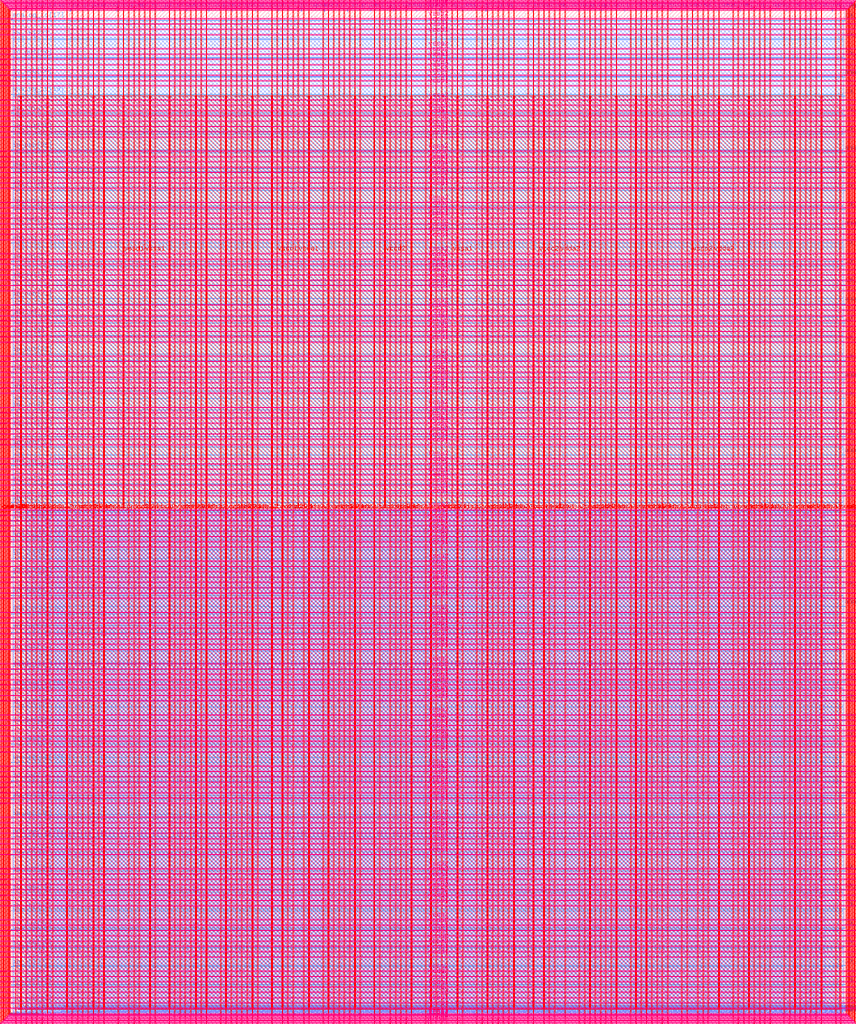
<source format=lef>
VERSION 5.7 ;
  NOWIREEXTENSIONATPIN ON ;
  DIVIDERCHAR "/" ;
  BUSBITCHARS "[]" ;
MACRO user_project_wrapper
  CLASS BLOCK ;
  FOREIGN user_project_wrapper ;
  ORIGIN 0.000 0.000 ;
  SIZE 2920.000 BY 3520.000 ;
  PIN analog_io[0]
    DIRECTION INOUT ;
    USE SIGNAL ;
    PORT
      LAYER met3 ;
        RECT 2917.600 1426.380 2924.800 1427.580 ;
    END
  END analog_io[0]
  PIN analog_io[10]
    DIRECTION INOUT ;
    USE SIGNAL ;
    PORT
      LAYER met2 ;
        RECT 2230.490 3517.600 2231.050 3524.800 ;
    END
  END analog_io[10]
  PIN analog_io[11]
    DIRECTION INOUT ;
    USE SIGNAL ;
    PORT
      LAYER met2 ;
        RECT 1905.730 3517.600 1906.290 3524.800 ;
    END
  END analog_io[11]
  PIN analog_io[12]
    DIRECTION INOUT ;
    USE SIGNAL ;
    PORT
      LAYER met2 ;
        RECT 1581.430 3517.600 1581.990 3524.800 ;
    END
  END analog_io[12]
  PIN analog_io[13]
    DIRECTION INOUT ;
    USE SIGNAL ;
    PORT
      LAYER met2 ;
        RECT 1257.130 3517.600 1257.690 3524.800 ;
    END
  END analog_io[13]
  PIN analog_io[14]
    DIRECTION INOUT ;
    USE SIGNAL ;
    PORT
      LAYER met2 ;
        RECT 932.370 3517.600 932.930 3524.800 ;
    END
  END analog_io[14]
  PIN analog_io[15]
    DIRECTION INOUT ;
    USE SIGNAL ;
    PORT
      LAYER met2 ;
        RECT 608.070 3517.600 608.630 3524.800 ;
    END
  END analog_io[15]
  PIN analog_io[16]
    DIRECTION INOUT ;
    USE SIGNAL ;
    PORT
      LAYER met2 ;
        RECT 283.770 3517.600 284.330 3524.800 ;
    END
  END analog_io[16]
  PIN analog_io[17]
    DIRECTION INOUT ;
    USE SIGNAL ;
    PORT
      LAYER met3 ;
        RECT -4.800 3486.100 2.400 3487.300 ;
    END
  END analog_io[17]
  PIN analog_io[18]
    DIRECTION INOUT ;
    USE SIGNAL ;
    PORT
      LAYER met3 ;
        RECT -4.800 3224.980 2.400 3226.180 ;
    END
  END analog_io[18]
  PIN analog_io[19]
    DIRECTION INOUT ;
    USE SIGNAL ;
    PORT
      LAYER met3 ;
        RECT -4.800 2964.540 2.400 2965.740 ;
    END
  END analog_io[19]
  PIN analog_io[1]
    DIRECTION INOUT ;
    USE SIGNAL ;
    PORT
      LAYER met3 ;
        RECT 2917.600 1692.260 2924.800 1693.460 ;
    END
  END analog_io[1]
  PIN analog_io[20]
    DIRECTION INOUT ;
    USE SIGNAL ;
    PORT
      LAYER met3 ;
        RECT -4.800 2703.420 2.400 2704.620 ;
    END
  END analog_io[20]
  PIN analog_io[21]
    DIRECTION INOUT ;
    USE SIGNAL ;
    PORT
      LAYER met3 ;
        RECT -4.800 2442.980 2.400 2444.180 ;
    END
  END analog_io[21]
  PIN analog_io[22]
    DIRECTION INOUT ;
    USE SIGNAL ;
    PORT
      LAYER met3 ;
        RECT -4.800 2182.540 2.400 2183.740 ;
    END
  END analog_io[22]
  PIN analog_io[23]
    DIRECTION INOUT ;
    USE SIGNAL ;
    PORT
      LAYER met3 ;
        RECT -4.800 1921.420 2.400 1922.620 ;
    END
  END analog_io[23]
  PIN analog_io[24]
    DIRECTION INOUT ;
    USE SIGNAL ;
    PORT
      LAYER met3 ;
        RECT -4.800 1660.980 2.400 1662.180 ;
    END
  END analog_io[24]
  PIN analog_io[25]
    DIRECTION INOUT ;
    USE SIGNAL ;
    PORT
      LAYER met3 ;
        RECT -4.800 1399.860 2.400 1401.060 ;
    END
  END analog_io[25]
  PIN analog_io[26]
    DIRECTION INOUT ;
    USE SIGNAL ;
    PORT
      LAYER met3 ;
        RECT -4.800 1139.420 2.400 1140.620 ;
    END
  END analog_io[26]
  PIN analog_io[27]
    DIRECTION INOUT ;
    USE SIGNAL ;
    PORT
      LAYER met3 ;
        RECT -4.800 878.980 2.400 880.180 ;
    END
  END analog_io[27]
  PIN analog_io[28]
    DIRECTION INOUT ;
    USE SIGNAL ;
    PORT
      LAYER met3 ;
        RECT -4.800 617.860 2.400 619.060 ;
    END
  END analog_io[28]
  PIN analog_io[2]
    DIRECTION INOUT ;
    USE SIGNAL ;
    PORT
      LAYER met3 ;
        RECT 2917.600 1958.140 2924.800 1959.340 ;
    END
  END analog_io[2]
  PIN analog_io[3]
    DIRECTION INOUT ;
    USE SIGNAL ;
    PORT
      LAYER met3 ;
        RECT 2917.600 2223.340 2924.800 2224.540 ;
    END
  END analog_io[3]
  PIN analog_io[4]
    DIRECTION INOUT ;
    USE SIGNAL ;
    PORT
      LAYER met3 ;
        RECT 2917.600 2489.220 2924.800 2490.420 ;
    END
  END analog_io[4]
  PIN analog_io[5]
    DIRECTION INOUT ;
    USE SIGNAL ;
    PORT
      LAYER met3 ;
        RECT 2917.600 2755.100 2924.800 2756.300 ;
    END
  END analog_io[5]
  PIN analog_io[6]
    DIRECTION INOUT ;
    USE SIGNAL ;
    PORT
      LAYER met3 ;
        RECT 2917.600 3020.300 2924.800 3021.500 ;
    END
  END analog_io[6]
  PIN analog_io[7]
    DIRECTION INOUT ;
    USE SIGNAL ;
    PORT
      LAYER met3 ;
        RECT 2917.600 3286.180 2924.800 3287.380 ;
    END
  END analog_io[7]
  PIN analog_io[8]
    DIRECTION INOUT ;
    USE SIGNAL ;
    PORT
      LAYER met2 ;
        RECT 2879.090 3517.600 2879.650 3524.800 ;
    END
  END analog_io[8]
  PIN analog_io[9]
    DIRECTION INOUT ;
    USE SIGNAL ;
    PORT
      LAYER met2 ;
        RECT 2554.790 3517.600 2555.350 3524.800 ;
    END
  END analog_io[9]
  PIN io_in[0]
    DIRECTION INPUT ;
    USE SIGNAL ;
    PORT
      LAYER met3 ;
        RECT 2917.600 32.380 2924.800 33.580 ;
    END
  END io_in[0]
  PIN io_in[10]
    DIRECTION INPUT ;
    USE SIGNAL ;
    PORT
      LAYER met3 ;
        RECT 2917.600 2289.980 2924.800 2291.180 ;
    END
  END io_in[10]
  PIN io_in[11]
    DIRECTION INPUT ;
    USE SIGNAL ;
    PORT
      LAYER met3 ;
        RECT 2917.600 2555.860 2924.800 2557.060 ;
    END
  END io_in[11]
  PIN io_in[12]
    DIRECTION INPUT ;
    USE SIGNAL ;
    PORT
      LAYER met3 ;
        RECT 2917.600 2821.060 2924.800 2822.260 ;
    END
  END io_in[12]
  PIN io_in[13]
    DIRECTION INPUT ;
    USE SIGNAL ;
    PORT
      LAYER met3 ;
        RECT 2917.600 3086.940 2924.800 3088.140 ;
    END
  END io_in[13]
  PIN io_in[14]
    DIRECTION INPUT ;
    USE SIGNAL ;
    PORT
      LAYER met3 ;
        RECT 2917.600 3352.820 2924.800 3354.020 ;
    END
  END io_in[14]
  PIN io_in[15]
    DIRECTION INPUT ;
    USE SIGNAL ;
    PORT
      LAYER met2 ;
        RECT 2798.130 3517.600 2798.690 3524.800 ;
    END
  END io_in[15]
  PIN io_in[16]
    DIRECTION INPUT ;
    USE SIGNAL ;
    PORT
      LAYER met2 ;
        RECT 2473.830 3517.600 2474.390 3524.800 ;
    END
  END io_in[16]
  PIN io_in[17]
    DIRECTION INPUT ;
    USE SIGNAL ;
    PORT
      LAYER met2 ;
        RECT 2149.070 3517.600 2149.630 3524.800 ;
    END
  END io_in[17]
  PIN io_in[18]
    DIRECTION INPUT ;
    USE SIGNAL ;
    PORT
      LAYER met2 ;
        RECT 1824.770 3517.600 1825.330 3524.800 ;
    END
  END io_in[18]
  PIN io_in[19]
    DIRECTION INPUT ;
    USE SIGNAL ;
    PORT
      LAYER met2 ;
        RECT 1500.470 3517.600 1501.030 3524.800 ;
    END
  END io_in[19]
  PIN io_in[1]
    DIRECTION INPUT ;
    USE SIGNAL ;
    PORT
      LAYER met3 ;
        RECT 2917.600 230.940 2924.800 232.140 ;
    END
  END io_in[1]
  PIN io_in[20]
    DIRECTION INPUT ;
    USE SIGNAL ;
    PORT
      LAYER met2 ;
        RECT 1175.710 3517.600 1176.270 3524.800 ;
    END
  END io_in[20]
  PIN io_in[21]
    DIRECTION INPUT ;
    USE SIGNAL ;
    PORT
      LAYER met2 ;
        RECT 851.410 3517.600 851.970 3524.800 ;
    END
  END io_in[21]
  PIN io_in[22]
    DIRECTION INPUT ;
    USE SIGNAL ;
    PORT
      LAYER met2 ;
        RECT 527.110 3517.600 527.670 3524.800 ;
    END
  END io_in[22]
  PIN io_in[23]
    DIRECTION INPUT ;
    USE SIGNAL ;
    PORT
      LAYER met2 ;
        RECT 202.350 3517.600 202.910 3524.800 ;
    END
  END io_in[23]
  PIN io_in[24]
    DIRECTION INPUT ;
    USE SIGNAL ;
    PORT
      LAYER met3 ;
        RECT -4.800 3420.820 2.400 3422.020 ;
    END
  END io_in[24]
  PIN io_in[25]
    DIRECTION INPUT ;
    USE SIGNAL ;
    PORT
      LAYER met3 ;
        RECT -4.800 3159.700 2.400 3160.900 ;
    END
  END io_in[25]
  PIN io_in[26]
    DIRECTION INPUT ;
    USE SIGNAL ;
    PORT
      LAYER met3 ;
        RECT -4.800 2899.260 2.400 2900.460 ;
    END
  END io_in[26]
  PIN io_in[27]
    DIRECTION INPUT ;
    USE SIGNAL ;
    PORT
      LAYER met3 ;
        RECT -4.800 2638.820 2.400 2640.020 ;
    END
  END io_in[27]
  PIN io_in[28]
    DIRECTION INPUT ;
    USE SIGNAL ;
    PORT
      LAYER met3 ;
        RECT -4.800 2377.700 2.400 2378.900 ;
    END
  END io_in[28]
  PIN io_in[29]
    DIRECTION INPUT ;
    USE SIGNAL ;
    PORT
      LAYER met3 ;
        RECT -4.800 2117.260 2.400 2118.460 ;
    END
  END io_in[29]
  PIN io_in[2]
    DIRECTION INPUT ;
    USE SIGNAL ;
    PORT
      LAYER met3 ;
        RECT 2917.600 430.180 2924.800 431.380 ;
    END
  END io_in[2]
  PIN io_in[30]
    DIRECTION INPUT ;
    USE SIGNAL ;
    PORT
      LAYER met3 ;
        RECT -4.800 1856.140 2.400 1857.340 ;
    END
  END io_in[30]
  PIN io_in[31]
    DIRECTION INPUT ;
    USE SIGNAL ;
    PORT
      LAYER met3 ;
        RECT -4.800 1595.700 2.400 1596.900 ;
    END
  END io_in[31]
  PIN io_in[32]
    DIRECTION INPUT ;
    USE SIGNAL ;
    PORT
      LAYER met3 ;
        RECT -4.800 1335.260 2.400 1336.460 ;
    END
  END io_in[32]
  PIN io_in[33]
    DIRECTION INPUT ;
    USE SIGNAL ;
    PORT
      LAYER met3 ;
        RECT -4.800 1074.140 2.400 1075.340 ;
    END
  END io_in[33]
  PIN io_in[34]
    DIRECTION INPUT ;
    USE SIGNAL ;
    PORT
      LAYER met3 ;
        RECT -4.800 813.700 2.400 814.900 ;
    END
  END io_in[34]
  PIN io_in[35]
    DIRECTION INPUT ;
    USE SIGNAL ;
    PORT
      LAYER met3 ;
        RECT -4.800 552.580 2.400 553.780 ;
    END
  END io_in[35]
  PIN io_in[36]
    DIRECTION INPUT ;
    USE SIGNAL ;
    PORT
      LAYER met3 ;
        RECT -4.800 357.420 2.400 358.620 ;
    END
  END io_in[36]
  PIN io_in[37]
    DIRECTION INPUT ;
    USE SIGNAL ;
    PORT
      LAYER met3 ;
        RECT -4.800 161.580 2.400 162.780 ;
    END
  END io_in[37]
  PIN io_in[3]
    DIRECTION INPUT ;
    USE SIGNAL ;
    PORT
      LAYER met3 ;
        RECT 2917.600 629.420 2924.800 630.620 ;
    END
  END io_in[3]
  PIN io_in[4]
    DIRECTION INPUT ;
    USE SIGNAL ;
    PORT
      LAYER met3 ;
        RECT 2917.600 828.660 2924.800 829.860 ;
    END
  END io_in[4]
  PIN io_in[5]
    DIRECTION INPUT ;
    USE SIGNAL ;
    PORT
      LAYER met3 ;
        RECT 2917.600 1027.900 2924.800 1029.100 ;
    END
  END io_in[5]
  PIN io_in[6]
    DIRECTION INPUT ;
    USE SIGNAL ;
    PORT
      LAYER met3 ;
        RECT 2917.600 1227.140 2924.800 1228.340 ;
    END
  END io_in[6]
  PIN io_in[7]
    DIRECTION INPUT ;
    USE SIGNAL ;
    PORT
      LAYER met3 ;
        RECT 2917.600 1493.020 2924.800 1494.220 ;
    END
  END io_in[7]
  PIN io_in[8]
    DIRECTION INPUT ;
    USE SIGNAL ;
    PORT
      LAYER met3 ;
        RECT 2917.600 1758.900 2924.800 1760.100 ;
    END
  END io_in[8]
  PIN io_in[9]
    DIRECTION INPUT ;
    USE SIGNAL ;
    PORT
      LAYER met3 ;
        RECT 2917.600 2024.100 2924.800 2025.300 ;
    END
  END io_in[9]
  PIN io_oeb[0]
    DIRECTION OUTPUT TRISTATE ;
    USE SIGNAL ;
    PORT
      LAYER met3 ;
        RECT 2917.600 164.980 2924.800 166.180 ;
    END
  END io_oeb[0]
  PIN io_oeb[10]
    DIRECTION OUTPUT TRISTATE ;
    USE SIGNAL ;
    PORT
      LAYER met3 ;
        RECT 2917.600 2422.580 2924.800 2423.780 ;
    END
  END io_oeb[10]
  PIN io_oeb[11]
    DIRECTION OUTPUT TRISTATE ;
    USE SIGNAL ;
    PORT
      LAYER met3 ;
        RECT 2917.600 2688.460 2924.800 2689.660 ;
    END
  END io_oeb[11]
  PIN io_oeb[12]
    DIRECTION OUTPUT TRISTATE ;
    USE SIGNAL ;
    PORT
      LAYER met3 ;
        RECT 2917.600 2954.340 2924.800 2955.540 ;
    END
  END io_oeb[12]
  PIN io_oeb[13]
    DIRECTION OUTPUT TRISTATE ;
    USE SIGNAL ;
    PORT
      LAYER met3 ;
        RECT 2917.600 3219.540 2924.800 3220.740 ;
    END
  END io_oeb[13]
  PIN io_oeb[14]
    DIRECTION OUTPUT TRISTATE ;
    USE SIGNAL ;
    PORT
      LAYER met3 ;
        RECT 2917.600 3485.420 2924.800 3486.620 ;
    END
  END io_oeb[14]
  PIN io_oeb[15]
    DIRECTION OUTPUT TRISTATE ;
    USE SIGNAL ;
    PORT
      LAYER met2 ;
        RECT 2635.750 3517.600 2636.310 3524.800 ;
    END
  END io_oeb[15]
  PIN io_oeb[16]
    DIRECTION OUTPUT TRISTATE ;
    USE SIGNAL ;
    PORT
      LAYER met2 ;
        RECT 2311.450 3517.600 2312.010 3524.800 ;
    END
  END io_oeb[16]
  PIN io_oeb[17]
    DIRECTION OUTPUT TRISTATE ;
    USE SIGNAL ;
    PORT
      LAYER met2 ;
        RECT 1987.150 3517.600 1987.710 3524.800 ;
    END
  END io_oeb[17]
  PIN io_oeb[18]
    DIRECTION OUTPUT TRISTATE ;
    USE SIGNAL ;
    PORT
      LAYER met2 ;
        RECT 1662.390 3517.600 1662.950 3524.800 ;
    END
  END io_oeb[18]
  PIN io_oeb[19]
    DIRECTION OUTPUT TRISTATE ;
    USE SIGNAL ;
    PORT
      LAYER met2 ;
        RECT 1338.090 3517.600 1338.650 3524.800 ;
    END
  END io_oeb[19]
  PIN io_oeb[1]
    DIRECTION OUTPUT TRISTATE ;
    USE SIGNAL ;
    PORT
      LAYER met3 ;
        RECT 2917.600 364.220 2924.800 365.420 ;
    END
  END io_oeb[1]
  PIN io_oeb[20]
    DIRECTION OUTPUT TRISTATE ;
    USE SIGNAL ;
    PORT
      LAYER met2 ;
        RECT 1013.790 3517.600 1014.350 3524.800 ;
    END
  END io_oeb[20]
  PIN io_oeb[21]
    DIRECTION OUTPUT TRISTATE ;
    USE SIGNAL ;
    PORT
      LAYER met2 ;
        RECT 689.030 3517.600 689.590 3524.800 ;
    END
  END io_oeb[21]
  PIN io_oeb[22]
    DIRECTION OUTPUT TRISTATE ;
    USE SIGNAL ;
    PORT
      LAYER met2 ;
        RECT 364.730 3517.600 365.290 3524.800 ;
    END
  END io_oeb[22]
  PIN io_oeb[23]
    DIRECTION OUTPUT TRISTATE ;
    USE SIGNAL ;
    PORT
      LAYER met2 ;
        RECT 40.430 3517.600 40.990 3524.800 ;
    END
  END io_oeb[23]
  PIN io_oeb[24]
    DIRECTION OUTPUT TRISTATE ;
    USE SIGNAL ;
    PORT
      LAYER met3 ;
        RECT -4.800 3290.260 2.400 3291.460 ;
    END
  END io_oeb[24]
  PIN io_oeb[25]
    DIRECTION OUTPUT TRISTATE ;
    USE SIGNAL ;
    PORT
      LAYER met3 ;
        RECT -4.800 3029.820 2.400 3031.020 ;
    END
  END io_oeb[25]
  PIN io_oeb[26]
    DIRECTION OUTPUT TRISTATE ;
    USE SIGNAL ;
    PORT
      LAYER met3 ;
        RECT -4.800 2768.700 2.400 2769.900 ;
    END
  END io_oeb[26]
  PIN io_oeb[27]
    DIRECTION OUTPUT TRISTATE ;
    USE SIGNAL ;
    PORT
      LAYER met3 ;
        RECT -4.800 2508.260 2.400 2509.460 ;
    END
  END io_oeb[27]
  PIN io_oeb[28]
    DIRECTION OUTPUT TRISTATE ;
    USE SIGNAL ;
    PORT
      LAYER met3 ;
        RECT -4.800 2247.140 2.400 2248.340 ;
    END
  END io_oeb[28]
  PIN io_oeb[29]
    DIRECTION OUTPUT TRISTATE ;
    USE SIGNAL ;
    PORT
      LAYER met3 ;
        RECT -4.800 1986.700 2.400 1987.900 ;
    END
  END io_oeb[29]
  PIN io_oeb[2]
    DIRECTION OUTPUT TRISTATE ;
    USE SIGNAL ;
    PORT
      LAYER met3 ;
        RECT 2917.600 563.460 2924.800 564.660 ;
    END
  END io_oeb[2]
  PIN io_oeb[30]
    DIRECTION OUTPUT TRISTATE ;
    USE SIGNAL ;
    PORT
      LAYER met3 ;
        RECT -4.800 1726.260 2.400 1727.460 ;
    END
  END io_oeb[30]
  PIN io_oeb[31]
    DIRECTION OUTPUT TRISTATE ;
    USE SIGNAL ;
    PORT
      LAYER met3 ;
        RECT -4.800 1465.140 2.400 1466.340 ;
    END
  END io_oeb[31]
  PIN io_oeb[32]
    DIRECTION OUTPUT TRISTATE ;
    USE SIGNAL ;
    PORT
      LAYER met3 ;
        RECT -4.800 1204.700 2.400 1205.900 ;
    END
  END io_oeb[32]
  PIN io_oeb[33]
    DIRECTION OUTPUT TRISTATE ;
    USE SIGNAL ;
    PORT
      LAYER met3 ;
        RECT -4.800 943.580 2.400 944.780 ;
    END
  END io_oeb[33]
  PIN io_oeb[34]
    DIRECTION OUTPUT TRISTATE ;
    USE SIGNAL ;
    PORT
      LAYER met3 ;
        RECT -4.800 683.140 2.400 684.340 ;
    END
  END io_oeb[34]
  PIN io_oeb[35]
    DIRECTION OUTPUT TRISTATE ;
    USE SIGNAL ;
    PORT
      LAYER met3 ;
        RECT -4.800 422.700 2.400 423.900 ;
    END
  END io_oeb[35]
  PIN io_oeb[36]
    DIRECTION OUTPUT TRISTATE ;
    USE SIGNAL ;
    PORT
      LAYER met3 ;
        RECT -4.800 226.860 2.400 228.060 ;
    END
  END io_oeb[36]
  PIN io_oeb[37]
    DIRECTION OUTPUT TRISTATE ;
    USE SIGNAL ;
    PORT
      LAYER met3 ;
        RECT -4.800 31.700 2.400 32.900 ;
    END
  END io_oeb[37]
  PIN io_oeb[3]
    DIRECTION OUTPUT TRISTATE ;
    USE SIGNAL ;
    PORT
      LAYER met3 ;
        RECT 2917.600 762.700 2924.800 763.900 ;
    END
  END io_oeb[3]
  PIN io_oeb[4]
    DIRECTION OUTPUT TRISTATE ;
    USE SIGNAL ;
    PORT
      LAYER met3 ;
        RECT 2917.600 961.940 2924.800 963.140 ;
    END
  END io_oeb[4]
  PIN io_oeb[5]
    DIRECTION OUTPUT TRISTATE ;
    USE SIGNAL ;
    PORT
      LAYER met3 ;
        RECT 2917.600 1161.180 2924.800 1162.380 ;
    END
  END io_oeb[5]
  PIN io_oeb[6]
    DIRECTION OUTPUT TRISTATE ;
    USE SIGNAL ;
    PORT
      LAYER met3 ;
        RECT 2917.600 1360.420 2924.800 1361.620 ;
    END
  END io_oeb[6]
  PIN io_oeb[7]
    DIRECTION OUTPUT TRISTATE ;
    USE SIGNAL ;
    PORT
      LAYER met3 ;
        RECT 2917.600 1625.620 2924.800 1626.820 ;
    END
  END io_oeb[7]
  PIN io_oeb[8]
    DIRECTION OUTPUT TRISTATE ;
    USE SIGNAL ;
    PORT
      LAYER met3 ;
        RECT 2917.600 1891.500 2924.800 1892.700 ;
    END
  END io_oeb[8]
  PIN io_oeb[9]
    DIRECTION OUTPUT TRISTATE ;
    USE SIGNAL ;
    PORT
      LAYER met3 ;
        RECT 2917.600 2157.380 2924.800 2158.580 ;
    END
  END io_oeb[9]
  PIN io_out[0]
    DIRECTION OUTPUT TRISTATE ;
    USE SIGNAL ;
    PORT
      LAYER met3 ;
        RECT 2917.600 98.340 2924.800 99.540 ;
    END
  END io_out[0]
  PIN io_out[10]
    DIRECTION OUTPUT TRISTATE ;
    USE SIGNAL ;
    PORT
      LAYER met3 ;
        RECT 2917.600 2356.620 2924.800 2357.820 ;
    END
  END io_out[10]
  PIN io_out[11]
    DIRECTION OUTPUT TRISTATE ;
    USE SIGNAL ;
    PORT
      LAYER met3 ;
        RECT 2917.600 2621.820 2924.800 2623.020 ;
    END
  END io_out[11]
  PIN io_out[12]
    DIRECTION OUTPUT TRISTATE ;
    USE SIGNAL ;
    PORT
      LAYER met3 ;
        RECT 2917.600 2887.700 2924.800 2888.900 ;
    END
  END io_out[12]
  PIN io_out[13]
    DIRECTION OUTPUT TRISTATE ;
    USE SIGNAL ;
    PORT
      LAYER met3 ;
        RECT 2917.600 3153.580 2924.800 3154.780 ;
    END
  END io_out[13]
  PIN io_out[14]
    DIRECTION OUTPUT TRISTATE ;
    USE SIGNAL ;
    PORT
      LAYER met3 ;
        RECT 2917.600 3418.780 2924.800 3419.980 ;
    END
  END io_out[14]
  PIN io_out[15]
    DIRECTION OUTPUT TRISTATE ;
    USE SIGNAL ;
    PORT
      LAYER met2 ;
        RECT 2717.170 3517.600 2717.730 3524.800 ;
    END
  END io_out[15]
  PIN io_out[16]
    DIRECTION OUTPUT TRISTATE ;
    USE SIGNAL ;
    PORT
      LAYER met2 ;
        RECT 2392.410 3517.600 2392.970 3524.800 ;
    END
  END io_out[16]
  PIN io_out[17]
    DIRECTION OUTPUT TRISTATE ;
    USE SIGNAL ;
    PORT
      LAYER met2 ;
        RECT 2068.110 3517.600 2068.670 3524.800 ;
    END
  END io_out[17]
  PIN io_out[18]
    DIRECTION OUTPUT TRISTATE ;
    USE SIGNAL ;
    PORT
      LAYER met2 ;
        RECT 1743.810 3517.600 1744.370 3524.800 ;
    END
  END io_out[18]
  PIN io_out[19]
    DIRECTION OUTPUT TRISTATE ;
    USE SIGNAL ;
    PORT
      LAYER met2 ;
        RECT 1419.050 3517.600 1419.610 3524.800 ;
    END
  END io_out[19]
  PIN io_out[1]
    DIRECTION OUTPUT TRISTATE ;
    USE SIGNAL ;
    PORT
      LAYER met3 ;
        RECT 2917.600 297.580 2924.800 298.780 ;
    END
  END io_out[1]
  PIN io_out[20]
    DIRECTION OUTPUT TRISTATE ;
    USE SIGNAL ;
    PORT
      LAYER met2 ;
        RECT 1094.750 3517.600 1095.310 3524.800 ;
    END
  END io_out[20]
  PIN io_out[21]
    DIRECTION OUTPUT TRISTATE ;
    USE SIGNAL ;
    PORT
      LAYER met2 ;
        RECT 770.450 3517.600 771.010 3524.800 ;
    END
  END io_out[21]
  PIN io_out[22]
    DIRECTION OUTPUT TRISTATE ;
    USE SIGNAL ;
    PORT
      LAYER met2 ;
        RECT 445.690 3517.600 446.250 3524.800 ;
    END
  END io_out[22]
  PIN io_out[23]
    DIRECTION OUTPUT TRISTATE ;
    USE SIGNAL ;
    PORT
      LAYER met2 ;
        RECT 121.390 3517.600 121.950 3524.800 ;
    END
  END io_out[23]
  PIN io_out[24]
    DIRECTION OUTPUT TRISTATE ;
    USE SIGNAL ;
    PORT
      LAYER met3 ;
        RECT -4.800 3355.540 2.400 3356.740 ;
    END
  END io_out[24]
  PIN io_out[25]
    DIRECTION OUTPUT TRISTATE ;
    USE SIGNAL ;
    PORT
      LAYER met3 ;
        RECT -4.800 3095.100 2.400 3096.300 ;
    END
  END io_out[25]
  PIN io_out[26]
    DIRECTION OUTPUT TRISTATE ;
    USE SIGNAL ;
    PORT
      LAYER met3 ;
        RECT -4.800 2833.980 2.400 2835.180 ;
    END
  END io_out[26]
  PIN io_out[27]
    DIRECTION OUTPUT TRISTATE ;
    USE SIGNAL ;
    PORT
      LAYER met3 ;
        RECT -4.800 2573.540 2.400 2574.740 ;
    END
  END io_out[27]
  PIN io_out[28]
    DIRECTION OUTPUT TRISTATE ;
    USE SIGNAL ;
    PORT
      LAYER met3 ;
        RECT -4.800 2312.420 2.400 2313.620 ;
    END
  END io_out[28]
  PIN io_out[29]
    DIRECTION OUTPUT TRISTATE ;
    USE SIGNAL ;
    PORT
      LAYER met3 ;
        RECT -4.800 2051.980 2.400 2053.180 ;
    END
  END io_out[29]
  PIN io_out[2]
    DIRECTION OUTPUT TRISTATE ;
    USE SIGNAL ;
    PORT
      LAYER met3 ;
        RECT 2917.600 496.820 2924.800 498.020 ;
    END
  END io_out[2]
  PIN io_out[30]
    DIRECTION OUTPUT TRISTATE ;
    USE SIGNAL ;
    PORT
      LAYER met3 ;
        RECT -4.800 1791.540 2.400 1792.740 ;
    END
  END io_out[30]
  PIN io_out[31]
    DIRECTION OUTPUT TRISTATE ;
    USE SIGNAL ;
    PORT
      LAYER met3 ;
        RECT -4.800 1530.420 2.400 1531.620 ;
    END
  END io_out[31]
  PIN io_out[32]
    DIRECTION OUTPUT TRISTATE ;
    USE SIGNAL ;
    PORT
      LAYER met3 ;
        RECT -4.800 1269.980 2.400 1271.180 ;
    END
  END io_out[32]
  PIN io_out[33]
    DIRECTION OUTPUT TRISTATE ;
    USE SIGNAL ;
    PORT
      LAYER met3 ;
        RECT -4.800 1008.860 2.400 1010.060 ;
    END
  END io_out[33]
  PIN io_out[34]
    DIRECTION OUTPUT TRISTATE ;
    USE SIGNAL ;
    PORT
      LAYER met3 ;
        RECT -4.800 748.420 2.400 749.620 ;
    END
  END io_out[34]
  PIN io_out[35]
    DIRECTION OUTPUT TRISTATE ;
    USE SIGNAL ;
    PORT
      LAYER met3 ;
        RECT -4.800 487.300 2.400 488.500 ;
    END
  END io_out[35]
  PIN io_out[36]
    DIRECTION OUTPUT TRISTATE ;
    USE SIGNAL ;
    PORT
      LAYER met3 ;
        RECT -4.800 292.140 2.400 293.340 ;
    END
  END io_out[36]
  PIN io_out[37]
    DIRECTION OUTPUT TRISTATE ;
    USE SIGNAL ;
    PORT
      LAYER met3 ;
        RECT -4.800 96.300 2.400 97.500 ;
    END
  END io_out[37]
  PIN io_out[3]
    DIRECTION OUTPUT TRISTATE ;
    USE SIGNAL ;
    PORT
      LAYER met3 ;
        RECT 2917.600 696.060 2924.800 697.260 ;
    END
  END io_out[3]
  PIN io_out[4]
    DIRECTION OUTPUT TRISTATE ;
    USE SIGNAL ;
    PORT
      LAYER met3 ;
        RECT 2917.600 895.300 2924.800 896.500 ;
    END
  END io_out[4]
  PIN io_out[5]
    DIRECTION OUTPUT TRISTATE ;
    USE SIGNAL ;
    PORT
      LAYER met3 ;
        RECT 2917.600 1094.540 2924.800 1095.740 ;
    END
  END io_out[5]
  PIN io_out[6]
    DIRECTION OUTPUT TRISTATE ;
    USE SIGNAL ;
    PORT
      LAYER met3 ;
        RECT 2917.600 1293.780 2924.800 1294.980 ;
    END
  END io_out[6]
  PIN io_out[7]
    DIRECTION OUTPUT TRISTATE ;
    USE SIGNAL ;
    PORT
      LAYER met3 ;
        RECT 2917.600 1559.660 2924.800 1560.860 ;
    END
  END io_out[7]
  PIN io_out[8]
    DIRECTION OUTPUT TRISTATE ;
    USE SIGNAL ;
    PORT
      LAYER met3 ;
        RECT 2917.600 1824.860 2924.800 1826.060 ;
    END
  END io_out[8]
  PIN io_out[9]
    DIRECTION OUTPUT TRISTATE ;
    USE SIGNAL ;
    PORT
      LAYER met3 ;
        RECT 2917.600 2090.740 2924.800 2091.940 ;
    END
  END io_out[9]
  PIN la_data_in[0]
    DIRECTION INPUT ;
    USE SIGNAL ;
    PORT
      LAYER met2 ;
        RECT 629.230 -4.800 629.790 2.400 ;
    END
  END la_data_in[0]
  PIN la_data_in[100]
    DIRECTION INPUT ;
    USE SIGNAL ;
    PORT
      LAYER met2 ;
        RECT 2402.530 -4.800 2403.090 2.400 ;
    END
  END la_data_in[100]
  PIN la_data_in[101]
    DIRECTION INPUT ;
    USE SIGNAL ;
    PORT
      LAYER met2 ;
        RECT 2420.010 -4.800 2420.570 2.400 ;
    END
  END la_data_in[101]
  PIN la_data_in[102]
    DIRECTION INPUT ;
    USE SIGNAL ;
    PORT
      LAYER met2 ;
        RECT 2437.950 -4.800 2438.510 2.400 ;
    END
  END la_data_in[102]
  PIN la_data_in[103]
    DIRECTION INPUT ;
    USE SIGNAL ;
    PORT
      LAYER met2 ;
        RECT 2455.430 -4.800 2455.990 2.400 ;
    END
  END la_data_in[103]
  PIN la_data_in[104]
    DIRECTION INPUT ;
    USE SIGNAL ;
    PORT
      LAYER met2 ;
        RECT 2473.370 -4.800 2473.930 2.400 ;
    END
  END la_data_in[104]
  PIN la_data_in[105]
    DIRECTION INPUT ;
    USE SIGNAL ;
    PORT
      LAYER met2 ;
        RECT 2490.850 -4.800 2491.410 2.400 ;
    END
  END la_data_in[105]
  PIN la_data_in[106]
    DIRECTION INPUT ;
    USE SIGNAL ;
    PORT
      LAYER met2 ;
        RECT 2508.790 -4.800 2509.350 2.400 ;
    END
  END la_data_in[106]
  PIN la_data_in[107]
    DIRECTION INPUT ;
    USE SIGNAL ;
    PORT
      LAYER met2 ;
        RECT 2526.730 -4.800 2527.290 2.400 ;
    END
  END la_data_in[107]
  PIN la_data_in[108]
    DIRECTION INPUT ;
    USE SIGNAL ;
    PORT
      LAYER met2 ;
        RECT 2544.210 -4.800 2544.770 2.400 ;
    END
  END la_data_in[108]
  PIN la_data_in[109]
    DIRECTION INPUT ;
    USE SIGNAL ;
    PORT
      LAYER met2 ;
        RECT 2562.150 -4.800 2562.710 2.400 ;
    END
  END la_data_in[109]
  PIN la_data_in[10]
    DIRECTION INPUT ;
    USE SIGNAL ;
    PORT
      LAYER met2 ;
        RECT 806.330 -4.800 806.890 2.400 ;
    END
  END la_data_in[10]
  PIN la_data_in[110]
    DIRECTION INPUT ;
    USE SIGNAL ;
    PORT
      LAYER met2 ;
        RECT 2579.630 -4.800 2580.190 2.400 ;
    END
  END la_data_in[110]
  PIN la_data_in[111]
    DIRECTION INPUT ;
    USE SIGNAL ;
    PORT
      LAYER met2 ;
        RECT 2597.570 -4.800 2598.130 2.400 ;
    END
  END la_data_in[111]
  PIN la_data_in[112]
    DIRECTION INPUT ;
    USE SIGNAL ;
    PORT
      LAYER met2 ;
        RECT 2615.050 -4.800 2615.610 2.400 ;
    END
  END la_data_in[112]
  PIN la_data_in[113]
    DIRECTION INPUT ;
    USE SIGNAL ;
    PORT
      LAYER met2 ;
        RECT 2632.990 -4.800 2633.550 2.400 ;
    END
  END la_data_in[113]
  PIN la_data_in[114]
    DIRECTION INPUT ;
    USE SIGNAL ;
    PORT
      LAYER met2 ;
        RECT 2650.470 -4.800 2651.030 2.400 ;
    END
  END la_data_in[114]
  PIN la_data_in[115]
    DIRECTION INPUT ;
    USE SIGNAL ;
    PORT
      LAYER met2 ;
        RECT 2668.410 -4.800 2668.970 2.400 ;
    END
  END la_data_in[115]
  PIN la_data_in[116]
    DIRECTION INPUT ;
    USE SIGNAL ;
    PORT
      LAYER met2 ;
        RECT 2685.890 -4.800 2686.450 2.400 ;
    END
  END la_data_in[116]
  PIN la_data_in[117]
    DIRECTION INPUT ;
    USE SIGNAL ;
    PORT
      LAYER met2 ;
        RECT 2703.830 -4.800 2704.390 2.400 ;
    END
  END la_data_in[117]
  PIN la_data_in[118]
    DIRECTION INPUT ;
    USE SIGNAL ;
    PORT
      LAYER met2 ;
        RECT 2721.770 -4.800 2722.330 2.400 ;
    END
  END la_data_in[118]
  PIN la_data_in[119]
    DIRECTION INPUT ;
    USE SIGNAL ;
    PORT
      LAYER met2 ;
        RECT 2739.250 -4.800 2739.810 2.400 ;
    END
  END la_data_in[119]
  PIN la_data_in[11]
    DIRECTION INPUT ;
    USE SIGNAL ;
    PORT
      LAYER met2 ;
        RECT 824.270 -4.800 824.830 2.400 ;
    END
  END la_data_in[11]
  PIN la_data_in[120]
    DIRECTION INPUT ;
    USE SIGNAL ;
    PORT
      LAYER met2 ;
        RECT 2757.190 -4.800 2757.750 2.400 ;
    END
  END la_data_in[120]
  PIN la_data_in[121]
    DIRECTION INPUT ;
    USE SIGNAL ;
    PORT
      LAYER met2 ;
        RECT 2774.670 -4.800 2775.230 2.400 ;
    END
  END la_data_in[121]
  PIN la_data_in[122]
    DIRECTION INPUT ;
    USE SIGNAL ;
    PORT
      LAYER met2 ;
        RECT 2792.610 -4.800 2793.170 2.400 ;
    END
  END la_data_in[122]
  PIN la_data_in[123]
    DIRECTION INPUT ;
    USE SIGNAL ;
    PORT
      LAYER met2 ;
        RECT 2810.090 -4.800 2810.650 2.400 ;
    END
  END la_data_in[123]
  PIN la_data_in[124]
    DIRECTION INPUT ;
    USE SIGNAL ;
    PORT
      LAYER met2 ;
        RECT 2828.030 -4.800 2828.590 2.400 ;
    END
  END la_data_in[124]
  PIN la_data_in[125]
    DIRECTION INPUT ;
    USE SIGNAL ;
    PORT
      LAYER met2 ;
        RECT 2845.510 -4.800 2846.070 2.400 ;
    END
  END la_data_in[125]
  PIN la_data_in[126]
    DIRECTION INPUT ;
    USE SIGNAL ;
    PORT
      LAYER met2 ;
        RECT 2863.450 -4.800 2864.010 2.400 ;
    END
  END la_data_in[126]
  PIN la_data_in[127]
    DIRECTION INPUT ;
    USE SIGNAL ;
    PORT
      LAYER met2 ;
        RECT 2881.390 -4.800 2881.950 2.400 ;
    END
  END la_data_in[127]
  PIN la_data_in[12]
    DIRECTION INPUT ;
    USE SIGNAL ;
    PORT
      LAYER met2 ;
        RECT 841.750 -4.800 842.310 2.400 ;
    END
  END la_data_in[12]
  PIN la_data_in[13]
    DIRECTION INPUT ;
    USE SIGNAL ;
    PORT
      LAYER met2 ;
        RECT 859.690 -4.800 860.250 2.400 ;
    END
  END la_data_in[13]
  PIN la_data_in[14]
    DIRECTION INPUT ;
    USE SIGNAL ;
    PORT
      LAYER met2 ;
        RECT 877.170 -4.800 877.730 2.400 ;
    END
  END la_data_in[14]
  PIN la_data_in[15]
    DIRECTION INPUT ;
    USE SIGNAL ;
    PORT
      LAYER met2 ;
        RECT 895.110 -4.800 895.670 2.400 ;
    END
  END la_data_in[15]
  PIN la_data_in[16]
    DIRECTION INPUT ;
    USE SIGNAL ;
    PORT
      LAYER met2 ;
        RECT 912.590 -4.800 913.150 2.400 ;
    END
  END la_data_in[16]
  PIN la_data_in[17]
    DIRECTION INPUT ;
    USE SIGNAL ;
    PORT
      LAYER met2 ;
        RECT 930.530 -4.800 931.090 2.400 ;
    END
  END la_data_in[17]
  PIN la_data_in[18]
    DIRECTION INPUT ;
    USE SIGNAL ;
    PORT
      LAYER met2 ;
        RECT 948.470 -4.800 949.030 2.400 ;
    END
  END la_data_in[18]
  PIN la_data_in[19]
    DIRECTION INPUT ;
    USE SIGNAL ;
    PORT
      LAYER met2 ;
        RECT 965.950 -4.800 966.510 2.400 ;
    END
  END la_data_in[19]
  PIN la_data_in[1]
    DIRECTION INPUT ;
    USE SIGNAL ;
    PORT
      LAYER met2 ;
        RECT 646.710 -4.800 647.270 2.400 ;
    END
  END la_data_in[1]
  PIN la_data_in[20]
    DIRECTION INPUT ;
    USE SIGNAL ;
    PORT
      LAYER met2 ;
        RECT 983.890 -4.800 984.450 2.400 ;
    END
  END la_data_in[20]
  PIN la_data_in[21]
    DIRECTION INPUT ;
    USE SIGNAL ;
    PORT
      LAYER met2 ;
        RECT 1001.370 -4.800 1001.930 2.400 ;
    END
  END la_data_in[21]
  PIN la_data_in[22]
    DIRECTION INPUT ;
    USE SIGNAL ;
    PORT
      LAYER met2 ;
        RECT 1019.310 -4.800 1019.870 2.400 ;
    END
  END la_data_in[22]
  PIN la_data_in[23]
    DIRECTION INPUT ;
    USE SIGNAL ;
    PORT
      LAYER met2 ;
        RECT 1036.790 -4.800 1037.350 2.400 ;
    END
  END la_data_in[23]
  PIN la_data_in[24]
    DIRECTION INPUT ;
    USE SIGNAL ;
    PORT
      LAYER met2 ;
        RECT 1054.730 -4.800 1055.290 2.400 ;
    END
  END la_data_in[24]
  PIN la_data_in[25]
    DIRECTION INPUT ;
    USE SIGNAL ;
    PORT
      LAYER met2 ;
        RECT 1072.210 -4.800 1072.770 2.400 ;
    END
  END la_data_in[25]
  PIN la_data_in[26]
    DIRECTION INPUT ;
    USE SIGNAL ;
    PORT
      LAYER met2 ;
        RECT 1090.150 -4.800 1090.710 2.400 ;
    END
  END la_data_in[26]
  PIN la_data_in[27]
    DIRECTION INPUT ;
    USE SIGNAL ;
    PORT
      LAYER met2 ;
        RECT 1107.630 -4.800 1108.190 2.400 ;
    END
  END la_data_in[27]
  PIN la_data_in[28]
    DIRECTION INPUT ;
    USE SIGNAL ;
    PORT
      LAYER met2 ;
        RECT 1125.570 -4.800 1126.130 2.400 ;
    END
  END la_data_in[28]
  PIN la_data_in[29]
    DIRECTION INPUT ;
    USE SIGNAL ;
    PORT
      LAYER met2 ;
        RECT 1143.510 -4.800 1144.070 2.400 ;
    END
  END la_data_in[29]
  PIN la_data_in[2]
    DIRECTION INPUT ;
    USE SIGNAL ;
    PORT
      LAYER met2 ;
        RECT 664.650 -4.800 665.210 2.400 ;
    END
  END la_data_in[2]
  PIN la_data_in[30]
    DIRECTION INPUT ;
    USE SIGNAL ;
    PORT
      LAYER met2 ;
        RECT 1160.990 -4.800 1161.550 2.400 ;
    END
  END la_data_in[30]
  PIN la_data_in[31]
    DIRECTION INPUT ;
    USE SIGNAL ;
    PORT
      LAYER met2 ;
        RECT 1178.930 -4.800 1179.490 2.400 ;
    END
  END la_data_in[31]
  PIN la_data_in[32]
    DIRECTION INPUT ;
    USE SIGNAL ;
    PORT
      LAYER met2 ;
        RECT 1196.410 -4.800 1196.970 2.400 ;
    END
  END la_data_in[32]
  PIN la_data_in[33]
    DIRECTION INPUT ;
    USE SIGNAL ;
    PORT
      LAYER met2 ;
        RECT 1214.350 -4.800 1214.910 2.400 ;
    END
  END la_data_in[33]
  PIN la_data_in[34]
    DIRECTION INPUT ;
    USE SIGNAL ;
    PORT
      LAYER met2 ;
        RECT 1231.830 -4.800 1232.390 2.400 ;
    END
  END la_data_in[34]
  PIN la_data_in[35]
    DIRECTION INPUT ;
    USE SIGNAL ;
    PORT
      LAYER met2 ;
        RECT 1249.770 -4.800 1250.330 2.400 ;
    END
  END la_data_in[35]
  PIN la_data_in[36]
    DIRECTION INPUT ;
    USE SIGNAL ;
    PORT
      LAYER met2 ;
        RECT 1267.250 -4.800 1267.810 2.400 ;
    END
  END la_data_in[36]
  PIN la_data_in[37]
    DIRECTION INPUT ;
    USE SIGNAL ;
    PORT
      LAYER met2 ;
        RECT 1285.190 -4.800 1285.750 2.400 ;
    END
  END la_data_in[37]
  PIN la_data_in[38]
    DIRECTION INPUT ;
    USE SIGNAL ;
    PORT
      LAYER met2 ;
        RECT 1303.130 -4.800 1303.690 2.400 ;
    END
  END la_data_in[38]
  PIN la_data_in[39]
    DIRECTION INPUT ;
    USE SIGNAL ;
    PORT
      LAYER met2 ;
        RECT 1320.610 -4.800 1321.170 2.400 ;
    END
  END la_data_in[39]
  PIN la_data_in[3]
    DIRECTION INPUT ;
    USE SIGNAL ;
    PORT
      LAYER met2 ;
        RECT 682.130 -4.800 682.690 2.400 ;
    END
  END la_data_in[3]
  PIN la_data_in[40]
    DIRECTION INPUT ;
    USE SIGNAL ;
    PORT
      LAYER met2 ;
        RECT 1338.550 -4.800 1339.110 2.400 ;
    END
  END la_data_in[40]
  PIN la_data_in[41]
    DIRECTION INPUT ;
    USE SIGNAL ;
    PORT
      LAYER met2 ;
        RECT 1356.030 -4.800 1356.590 2.400 ;
    END
  END la_data_in[41]
  PIN la_data_in[42]
    DIRECTION INPUT ;
    USE SIGNAL ;
    PORT
      LAYER met2 ;
        RECT 1373.970 -4.800 1374.530 2.400 ;
    END
  END la_data_in[42]
  PIN la_data_in[43]
    DIRECTION INPUT ;
    USE SIGNAL ;
    PORT
      LAYER met2 ;
        RECT 1391.450 -4.800 1392.010 2.400 ;
    END
  END la_data_in[43]
  PIN la_data_in[44]
    DIRECTION INPUT ;
    USE SIGNAL ;
    PORT
      LAYER met2 ;
        RECT 1409.390 -4.800 1409.950 2.400 ;
    END
  END la_data_in[44]
  PIN la_data_in[45]
    DIRECTION INPUT ;
    USE SIGNAL ;
    PORT
      LAYER met2 ;
        RECT 1426.870 -4.800 1427.430 2.400 ;
    END
  END la_data_in[45]
  PIN la_data_in[46]
    DIRECTION INPUT ;
    USE SIGNAL ;
    PORT
      LAYER met2 ;
        RECT 1444.810 -4.800 1445.370 2.400 ;
    END
  END la_data_in[46]
  PIN la_data_in[47]
    DIRECTION INPUT ;
    USE SIGNAL ;
    PORT
      LAYER met2 ;
        RECT 1462.750 -4.800 1463.310 2.400 ;
    END
  END la_data_in[47]
  PIN la_data_in[48]
    DIRECTION INPUT ;
    USE SIGNAL ;
    PORT
      LAYER met2 ;
        RECT 1480.230 -4.800 1480.790 2.400 ;
    END
  END la_data_in[48]
  PIN la_data_in[49]
    DIRECTION INPUT ;
    USE SIGNAL ;
    PORT
      LAYER met2 ;
        RECT 1498.170 -4.800 1498.730 2.400 ;
    END
  END la_data_in[49]
  PIN la_data_in[4]
    DIRECTION INPUT ;
    USE SIGNAL ;
    PORT
      LAYER met2 ;
        RECT 700.070 -4.800 700.630 2.400 ;
    END
  END la_data_in[4]
  PIN la_data_in[50]
    DIRECTION INPUT ;
    USE SIGNAL ;
    PORT
      LAYER met2 ;
        RECT 1515.650 -4.800 1516.210 2.400 ;
    END
  END la_data_in[50]
  PIN la_data_in[51]
    DIRECTION INPUT ;
    USE SIGNAL ;
    PORT
      LAYER met2 ;
        RECT 1533.590 -4.800 1534.150 2.400 ;
    END
  END la_data_in[51]
  PIN la_data_in[52]
    DIRECTION INPUT ;
    USE SIGNAL ;
    PORT
      LAYER met2 ;
        RECT 1551.070 -4.800 1551.630 2.400 ;
    END
  END la_data_in[52]
  PIN la_data_in[53]
    DIRECTION INPUT ;
    USE SIGNAL ;
    PORT
      LAYER met2 ;
        RECT 1569.010 -4.800 1569.570 2.400 ;
    END
  END la_data_in[53]
  PIN la_data_in[54]
    DIRECTION INPUT ;
    USE SIGNAL ;
    PORT
      LAYER met2 ;
        RECT 1586.490 -4.800 1587.050 2.400 ;
    END
  END la_data_in[54]
  PIN la_data_in[55]
    DIRECTION INPUT ;
    USE SIGNAL ;
    PORT
      LAYER met2 ;
        RECT 1604.430 -4.800 1604.990 2.400 ;
    END
  END la_data_in[55]
  PIN la_data_in[56]
    DIRECTION INPUT ;
    USE SIGNAL ;
    PORT
      LAYER met2 ;
        RECT 1621.910 -4.800 1622.470 2.400 ;
    END
  END la_data_in[56]
  PIN la_data_in[57]
    DIRECTION INPUT ;
    USE SIGNAL ;
    PORT
      LAYER met2 ;
        RECT 1639.850 -4.800 1640.410 2.400 ;
    END
  END la_data_in[57]
  PIN la_data_in[58]
    DIRECTION INPUT ;
    USE SIGNAL ;
    PORT
      LAYER met2 ;
        RECT 1657.790 -4.800 1658.350 2.400 ;
    END
  END la_data_in[58]
  PIN la_data_in[59]
    DIRECTION INPUT ;
    USE SIGNAL ;
    PORT
      LAYER met2 ;
        RECT 1675.270 -4.800 1675.830 2.400 ;
    END
  END la_data_in[59]
  PIN la_data_in[5]
    DIRECTION INPUT ;
    USE SIGNAL ;
    PORT
      LAYER met2 ;
        RECT 717.550 -4.800 718.110 2.400 ;
    END
  END la_data_in[5]
  PIN la_data_in[60]
    DIRECTION INPUT ;
    USE SIGNAL ;
    PORT
      LAYER met2 ;
        RECT 1693.210 -4.800 1693.770 2.400 ;
    END
  END la_data_in[60]
  PIN la_data_in[61]
    DIRECTION INPUT ;
    USE SIGNAL ;
    PORT
      LAYER met2 ;
        RECT 1710.690 -4.800 1711.250 2.400 ;
    END
  END la_data_in[61]
  PIN la_data_in[62]
    DIRECTION INPUT ;
    USE SIGNAL ;
    PORT
      LAYER met2 ;
        RECT 1728.630 -4.800 1729.190 2.400 ;
    END
  END la_data_in[62]
  PIN la_data_in[63]
    DIRECTION INPUT ;
    USE SIGNAL ;
    PORT
      LAYER met2 ;
        RECT 1746.110 -4.800 1746.670 2.400 ;
    END
  END la_data_in[63]
  PIN la_data_in[64]
    DIRECTION INPUT ;
    USE SIGNAL ;
    PORT
      LAYER met2 ;
        RECT 1764.050 -4.800 1764.610 2.400 ;
    END
  END la_data_in[64]
  PIN la_data_in[65]
    DIRECTION INPUT ;
    USE SIGNAL ;
    PORT
      LAYER met2 ;
        RECT 1781.530 -4.800 1782.090 2.400 ;
    END
  END la_data_in[65]
  PIN la_data_in[66]
    DIRECTION INPUT ;
    USE SIGNAL ;
    PORT
      LAYER met2 ;
        RECT 1799.470 -4.800 1800.030 2.400 ;
    END
  END la_data_in[66]
  PIN la_data_in[67]
    DIRECTION INPUT ;
    USE SIGNAL ;
    PORT
      LAYER met2 ;
        RECT 1817.410 -4.800 1817.970 2.400 ;
    END
  END la_data_in[67]
  PIN la_data_in[68]
    DIRECTION INPUT ;
    USE SIGNAL ;
    PORT
      LAYER met2 ;
        RECT 1834.890 -4.800 1835.450 2.400 ;
    END
  END la_data_in[68]
  PIN la_data_in[69]
    DIRECTION INPUT ;
    USE SIGNAL ;
    PORT
      LAYER met2 ;
        RECT 1852.830 -4.800 1853.390 2.400 ;
    END
  END la_data_in[69]
  PIN la_data_in[6]
    DIRECTION INPUT ;
    USE SIGNAL ;
    PORT
      LAYER met2 ;
        RECT 735.490 -4.800 736.050 2.400 ;
    END
  END la_data_in[6]
  PIN la_data_in[70]
    DIRECTION INPUT ;
    USE SIGNAL ;
    PORT
      LAYER met2 ;
        RECT 1870.310 -4.800 1870.870 2.400 ;
    END
  END la_data_in[70]
  PIN la_data_in[71]
    DIRECTION INPUT ;
    USE SIGNAL ;
    PORT
      LAYER met2 ;
        RECT 1888.250 -4.800 1888.810 2.400 ;
    END
  END la_data_in[71]
  PIN la_data_in[72]
    DIRECTION INPUT ;
    USE SIGNAL ;
    PORT
      LAYER met2 ;
        RECT 1905.730 -4.800 1906.290 2.400 ;
    END
  END la_data_in[72]
  PIN la_data_in[73]
    DIRECTION INPUT ;
    USE SIGNAL ;
    PORT
      LAYER met2 ;
        RECT 1923.670 -4.800 1924.230 2.400 ;
    END
  END la_data_in[73]
  PIN la_data_in[74]
    DIRECTION INPUT ;
    USE SIGNAL ;
    PORT
      LAYER met2 ;
        RECT 1941.150 -4.800 1941.710 2.400 ;
    END
  END la_data_in[74]
  PIN la_data_in[75]
    DIRECTION INPUT ;
    USE SIGNAL ;
    PORT
      LAYER met2 ;
        RECT 1959.090 -4.800 1959.650 2.400 ;
    END
  END la_data_in[75]
  PIN la_data_in[76]
    DIRECTION INPUT ;
    USE SIGNAL ;
    PORT
      LAYER met2 ;
        RECT 1976.570 -4.800 1977.130 2.400 ;
    END
  END la_data_in[76]
  PIN la_data_in[77]
    DIRECTION INPUT ;
    USE SIGNAL ;
    PORT
      LAYER met2 ;
        RECT 1994.510 -4.800 1995.070 2.400 ;
    END
  END la_data_in[77]
  PIN la_data_in[78]
    DIRECTION INPUT ;
    USE SIGNAL ;
    PORT
      LAYER met2 ;
        RECT 2012.450 -4.800 2013.010 2.400 ;
    END
  END la_data_in[78]
  PIN la_data_in[79]
    DIRECTION INPUT ;
    USE SIGNAL ;
    PORT
      LAYER met2 ;
        RECT 2029.930 -4.800 2030.490 2.400 ;
    END
  END la_data_in[79]
  PIN la_data_in[7]
    DIRECTION INPUT ;
    USE SIGNAL ;
    PORT
      LAYER met2 ;
        RECT 752.970 -4.800 753.530 2.400 ;
    END
  END la_data_in[7]
  PIN la_data_in[80]
    DIRECTION INPUT ;
    USE SIGNAL ;
    PORT
      LAYER met2 ;
        RECT 2047.870 -4.800 2048.430 2.400 ;
    END
  END la_data_in[80]
  PIN la_data_in[81]
    DIRECTION INPUT ;
    USE SIGNAL ;
    PORT
      LAYER met2 ;
        RECT 2065.350 -4.800 2065.910 2.400 ;
    END
  END la_data_in[81]
  PIN la_data_in[82]
    DIRECTION INPUT ;
    USE SIGNAL ;
    PORT
      LAYER met2 ;
        RECT 2083.290 -4.800 2083.850 2.400 ;
    END
  END la_data_in[82]
  PIN la_data_in[83]
    DIRECTION INPUT ;
    USE SIGNAL ;
    PORT
      LAYER met2 ;
        RECT 2100.770 -4.800 2101.330 2.400 ;
    END
  END la_data_in[83]
  PIN la_data_in[84]
    DIRECTION INPUT ;
    USE SIGNAL ;
    PORT
      LAYER met2 ;
        RECT 2118.710 -4.800 2119.270 2.400 ;
    END
  END la_data_in[84]
  PIN la_data_in[85]
    DIRECTION INPUT ;
    USE SIGNAL ;
    PORT
      LAYER met2 ;
        RECT 2136.190 -4.800 2136.750 2.400 ;
    END
  END la_data_in[85]
  PIN la_data_in[86]
    DIRECTION INPUT ;
    USE SIGNAL ;
    PORT
      LAYER met2 ;
        RECT 2154.130 -4.800 2154.690 2.400 ;
    END
  END la_data_in[86]
  PIN la_data_in[87]
    DIRECTION INPUT ;
    USE SIGNAL ;
    PORT
      LAYER met2 ;
        RECT 2172.070 -4.800 2172.630 2.400 ;
    END
  END la_data_in[87]
  PIN la_data_in[88]
    DIRECTION INPUT ;
    USE SIGNAL ;
    PORT
      LAYER met2 ;
        RECT 2189.550 -4.800 2190.110 2.400 ;
    END
  END la_data_in[88]
  PIN la_data_in[89]
    DIRECTION INPUT ;
    USE SIGNAL ;
    PORT
      LAYER met2 ;
        RECT 2207.490 -4.800 2208.050 2.400 ;
    END
  END la_data_in[89]
  PIN la_data_in[8]
    DIRECTION INPUT ;
    USE SIGNAL ;
    PORT
      LAYER met2 ;
        RECT 770.910 -4.800 771.470 2.400 ;
    END
  END la_data_in[8]
  PIN la_data_in[90]
    DIRECTION INPUT ;
    USE SIGNAL ;
    PORT
      LAYER met2 ;
        RECT 2224.970 -4.800 2225.530 2.400 ;
    END
  END la_data_in[90]
  PIN la_data_in[91]
    DIRECTION INPUT ;
    USE SIGNAL ;
    PORT
      LAYER met2 ;
        RECT 2242.910 -4.800 2243.470 2.400 ;
    END
  END la_data_in[91]
  PIN la_data_in[92]
    DIRECTION INPUT ;
    USE SIGNAL ;
    PORT
      LAYER met2 ;
        RECT 2260.390 -4.800 2260.950 2.400 ;
    END
  END la_data_in[92]
  PIN la_data_in[93]
    DIRECTION INPUT ;
    USE SIGNAL ;
    PORT
      LAYER met2 ;
        RECT 2278.330 -4.800 2278.890 2.400 ;
    END
  END la_data_in[93]
  PIN la_data_in[94]
    DIRECTION INPUT ;
    USE SIGNAL ;
    PORT
      LAYER met2 ;
        RECT 2295.810 -4.800 2296.370 2.400 ;
    END
  END la_data_in[94]
  PIN la_data_in[95]
    DIRECTION INPUT ;
    USE SIGNAL ;
    PORT
      LAYER met2 ;
        RECT 2313.750 -4.800 2314.310 2.400 ;
    END
  END la_data_in[95]
  PIN la_data_in[96]
    DIRECTION INPUT ;
    USE SIGNAL ;
    PORT
      LAYER met2 ;
        RECT 2331.230 -4.800 2331.790 2.400 ;
    END
  END la_data_in[96]
  PIN la_data_in[97]
    DIRECTION INPUT ;
    USE SIGNAL ;
    PORT
      LAYER met2 ;
        RECT 2349.170 -4.800 2349.730 2.400 ;
    END
  END la_data_in[97]
  PIN la_data_in[98]
    DIRECTION INPUT ;
    USE SIGNAL ;
    PORT
      LAYER met2 ;
        RECT 2367.110 -4.800 2367.670 2.400 ;
    END
  END la_data_in[98]
  PIN la_data_in[99]
    DIRECTION INPUT ;
    USE SIGNAL ;
    PORT
      LAYER met2 ;
        RECT 2384.590 -4.800 2385.150 2.400 ;
    END
  END la_data_in[99]
  PIN la_data_in[9]
    DIRECTION INPUT ;
    USE SIGNAL ;
    PORT
      LAYER met2 ;
        RECT 788.850 -4.800 789.410 2.400 ;
    END
  END la_data_in[9]
  PIN la_data_out[0]
    DIRECTION OUTPUT TRISTATE ;
    USE SIGNAL ;
    PORT
      LAYER met2 ;
        RECT 634.750 -4.800 635.310 2.400 ;
    END
  END la_data_out[0]
  PIN la_data_out[100]
    DIRECTION OUTPUT TRISTATE ;
    USE SIGNAL ;
    PORT
      LAYER met2 ;
        RECT 2408.510 -4.800 2409.070 2.400 ;
    END
  END la_data_out[100]
  PIN la_data_out[101]
    DIRECTION OUTPUT TRISTATE ;
    USE SIGNAL ;
    PORT
      LAYER met2 ;
        RECT 2425.990 -4.800 2426.550 2.400 ;
    END
  END la_data_out[101]
  PIN la_data_out[102]
    DIRECTION OUTPUT TRISTATE ;
    USE SIGNAL ;
    PORT
      LAYER met2 ;
        RECT 2443.930 -4.800 2444.490 2.400 ;
    END
  END la_data_out[102]
  PIN la_data_out[103]
    DIRECTION OUTPUT TRISTATE ;
    USE SIGNAL ;
    PORT
      LAYER met2 ;
        RECT 2461.410 -4.800 2461.970 2.400 ;
    END
  END la_data_out[103]
  PIN la_data_out[104]
    DIRECTION OUTPUT TRISTATE ;
    USE SIGNAL ;
    PORT
      LAYER met2 ;
        RECT 2479.350 -4.800 2479.910 2.400 ;
    END
  END la_data_out[104]
  PIN la_data_out[105]
    DIRECTION OUTPUT TRISTATE ;
    USE SIGNAL ;
    PORT
      LAYER met2 ;
        RECT 2496.830 -4.800 2497.390 2.400 ;
    END
  END la_data_out[105]
  PIN la_data_out[106]
    DIRECTION OUTPUT TRISTATE ;
    USE SIGNAL ;
    PORT
      LAYER met2 ;
        RECT 2514.770 -4.800 2515.330 2.400 ;
    END
  END la_data_out[106]
  PIN la_data_out[107]
    DIRECTION OUTPUT TRISTATE ;
    USE SIGNAL ;
    PORT
      LAYER met2 ;
        RECT 2532.250 -4.800 2532.810 2.400 ;
    END
  END la_data_out[107]
  PIN la_data_out[108]
    DIRECTION OUTPUT TRISTATE ;
    USE SIGNAL ;
    PORT
      LAYER met2 ;
        RECT 2550.190 -4.800 2550.750 2.400 ;
    END
  END la_data_out[108]
  PIN la_data_out[109]
    DIRECTION OUTPUT TRISTATE ;
    USE SIGNAL ;
    PORT
      LAYER met2 ;
        RECT 2567.670 -4.800 2568.230 2.400 ;
    END
  END la_data_out[109]
  PIN la_data_out[10]
    DIRECTION OUTPUT TRISTATE ;
    USE SIGNAL ;
    PORT
      LAYER met2 ;
        RECT 812.310 -4.800 812.870 2.400 ;
    END
  END la_data_out[10]
  PIN la_data_out[110]
    DIRECTION OUTPUT TRISTATE ;
    USE SIGNAL ;
    PORT
      LAYER met2 ;
        RECT 2585.610 -4.800 2586.170 2.400 ;
    END
  END la_data_out[110]
  PIN la_data_out[111]
    DIRECTION OUTPUT TRISTATE ;
    USE SIGNAL ;
    PORT
      LAYER met2 ;
        RECT 2603.550 -4.800 2604.110 2.400 ;
    END
  END la_data_out[111]
  PIN la_data_out[112]
    DIRECTION OUTPUT TRISTATE ;
    USE SIGNAL ;
    PORT
      LAYER met2 ;
        RECT 2621.030 -4.800 2621.590 2.400 ;
    END
  END la_data_out[112]
  PIN la_data_out[113]
    DIRECTION OUTPUT TRISTATE ;
    USE SIGNAL ;
    PORT
      LAYER met2 ;
        RECT 2638.970 -4.800 2639.530 2.400 ;
    END
  END la_data_out[113]
  PIN la_data_out[114]
    DIRECTION OUTPUT TRISTATE ;
    USE SIGNAL ;
    PORT
      LAYER met2 ;
        RECT 2656.450 -4.800 2657.010 2.400 ;
    END
  END la_data_out[114]
  PIN la_data_out[115]
    DIRECTION OUTPUT TRISTATE ;
    USE SIGNAL ;
    PORT
      LAYER met2 ;
        RECT 2674.390 -4.800 2674.950 2.400 ;
    END
  END la_data_out[115]
  PIN la_data_out[116]
    DIRECTION OUTPUT TRISTATE ;
    USE SIGNAL ;
    PORT
      LAYER met2 ;
        RECT 2691.870 -4.800 2692.430 2.400 ;
    END
  END la_data_out[116]
  PIN la_data_out[117]
    DIRECTION OUTPUT TRISTATE ;
    USE SIGNAL ;
    PORT
      LAYER met2 ;
        RECT 2709.810 -4.800 2710.370 2.400 ;
    END
  END la_data_out[117]
  PIN la_data_out[118]
    DIRECTION OUTPUT TRISTATE ;
    USE SIGNAL ;
    PORT
      LAYER met2 ;
        RECT 2727.290 -4.800 2727.850 2.400 ;
    END
  END la_data_out[118]
  PIN la_data_out[119]
    DIRECTION OUTPUT TRISTATE ;
    USE SIGNAL ;
    PORT
      LAYER met2 ;
        RECT 2745.230 -4.800 2745.790 2.400 ;
    END
  END la_data_out[119]
  PIN la_data_out[11]
    DIRECTION OUTPUT TRISTATE ;
    USE SIGNAL ;
    PORT
      LAYER met2 ;
        RECT 830.250 -4.800 830.810 2.400 ;
    END
  END la_data_out[11]
  PIN la_data_out[120]
    DIRECTION OUTPUT TRISTATE ;
    USE SIGNAL ;
    PORT
      LAYER met2 ;
        RECT 2763.170 -4.800 2763.730 2.400 ;
    END
  END la_data_out[120]
  PIN la_data_out[121]
    DIRECTION OUTPUT TRISTATE ;
    USE SIGNAL ;
    PORT
      LAYER met2 ;
        RECT 2780.650 -4.800 2781.210 2.400 ;
    END
  END la_data_out[121]
  PIN la_data_out[122]
    DIRECTION OUTPUT TRISTATE ;
    USE SIGNAL ;
    PORT
      LAYER met2 ;
        RECT 2798.590 -4.800 2799.150 2.400 ;
    END
  END la_data_out[122]
  PIN la_data_out[123]
    DIRECTION OUTPUT TRISTATE ;
    USE SIGNAL ;
    PORT
      LAYER met2 ;
        RECT 2816.070 -4.800 2816.630 2.400 ;
    END
  END la_data_out[123]
  PIN la_data_out[124]
    DIRECTION OUTPUT TRISTATE ;
    USE SIGNAL ;
    PORT
      LAYER met2 ;
        RECT 2834.010 -4.800 2834.570 2.400 ;
    END
  END la_data_out[124]
  PIN la_data_out[125]
    DIRECTION OUTPUT TRISTATE ;
    USE SIGNAL ;
    PORT
      LAYER met2 ;
        RECT 2851.490 -4.800 2852.050 2.400 ;
    END
  END la_data_out[125]
  PIN la_data_out[126]
    DIRECTION OUTPUT TRISTATE ;
    USE SIGNAL ;
    PORT
      LAYER met2 ;
        RECT 2869.430 -4.800 2869.990 2.400 ;
    END
  END la_data_out[126]
  PIN la_data_out[127]
    DIRECTION OUTPUT TRISTATE ;
    USE SIGNAL ;
    PORT
      LAYER met2 ;
        RECT 2886.910 -4.800 2887.470 2.400 ;
    END
  END la_data_out[127]
  PIN la_data_out[12]
    DIRECTION OUTPUT TRISTATE ;
    USE SIGNAL ;
    PORT
      LAYER met2 ;
        RECT 847.730 -4.800 848.290 2.400 ;
    END
  END la_data_out[12]
  PIN la_data_out[13]
    DIRECTION OUTPUT TRISTATE ;
    USE SIGNAL ;
    PORT
      LAYER met2 ;
        RECT 865.670 -4.800 866.230 2.400 ;
    END
  END la_data_out[13]
  PIN la_data_out[14]
    DIRECTION OUTPUT TRISTATE ;
    USE SIGNAL ;
    PORT
      LAYER met2 ;
        RECT 883.150 -4.800 883.710 2.400 ;
    END
  END la_data_out[14]
  PIN la_data_out[15]
    DIRECTION OUTPUT TRISTATE ;
    USE SIGNAL ;
    PORT
      LAYER met2 ;
        RECT 901.090 -4.800 901.650 2.400 ;
    END
  END la_data_out[15]
  PIN la_data_out[16]
    DIRECTION OUTPUT TRISTATE ;
    USE SIGNAL ;
    PORT
      LAYER met2 ;
        RECT 918.570 -4.800 919.130 2.400 ;
    END
  END la_data_out[16]
  PIN la_data_out[17]
    DIRECTION OUTPUT TRISTATE ;
    USE SIGNAL ;
    PORT
      LAYER met2 ;
        RECT 936.510 -4.800 937.070 2.400 ;
    END
  END la_data_out[17]
  PIN la_data_out[18]
    DIRECTION OUTPUT TRISTATE ;
    USE SIGNAL ;
    PORT
      LAYER met2 ;
        RECT 953.990 -4.800 954.550 2.400 ;
    END
  END la_data_out[18]
  PIN la_data_out[19]
    DIRECTION OUTPUT TRISTATE ;
    USE SIGNAL ;
    PORT
      LAYER met2 ;
        RECT 971.930 -4.800 972.490 2.400 ;
    END
  END la_data_out[19]
  PIN la_data_out[1]
    DIRECTION OUTPUT TRISTATE ;
    USE SIGNAL ;
    PORT
      LAYER met2 ;
        RECT 652.690 -4.800 653.250 2.400 ;
    END
  END la_data_out[1]
  PIN la_data_out[20]
    DIRECTION OUTPUT TRISTATE ;
    USE SIGNAL ;
    PORT
      LAYER met2 ;
        RECT 989.410 -4.800 989.970 2.400 ;
    END
  END la_data_out[20]
  PIN la_data_out[21]
    DIRECTION OUTPUT TRISTATE ;
    USE SIGNAL ;
    PORT
      LAYER met2 ;
        RECT 1007.350 -4.800 1007.910 2.400 ;
    END
  END la_data_out[21]
  PIN la_data_out[22]
    DIRECTION OUTPUT TRISTATE ;
    USE SIGNAL ;
    PORT
      LAYER met2 ;
        RECT 1025.290 -4.800 1025.850 2.400 ;
    END
  END la_data_out[22]
  PIN la_data_out[23]
    DIRECTION OUTPUT TRISTATE ;
    USE SIGNAL ;
    PORT
      LAYER met2 ;
        RECT 1042.770 -4.800 1043.330 2.400 ;
    END
  END la_data_out[23]
  PIN la_data_out[24]
    DIRECTION OUTPUT TRISTATE ;
    USE SIGNAL ;
    PORT
      LAYER met2 ;
        RECT 1060.710 -4.800 1061.270 2.400 ;
    END
  END la_data_out[24]
  PIN la_data_out[25]
    DIRECTION OUTPUT TRISTATE ;
    USE SIGNAL ;
    PORT
      LAYER met2 ;
        RECT 1078.190 -4.800 1078.750 2.400 ;
    END
  END la_data_out[25]
  PIN la_data_out[26]
    DIRECTION OUTPUT TRISTATE ;
    USE SIGNAL ;
    PORT
      LAYER met2 ;
        RECT 1096.130 -4.800 1096.690 2.400 ;
    END
  END la_data_out[26]
  PIN la_data_out[27]
    DIRECTION OUTPUT TRISTATE ;
    USE SIGNAL ;
    PORT
      LAYER met2 ;
        RECT 1113.610 -4.800 1114.170 2.400 ;
    END
  END la_data_out[27]
  PIN la_data_out[28]
    DIRECTION OUTPUT TRISTATE ;
    USE SIGNAL ;
    PORT
      LAYER met2 ;
        RECT 1131.550 -4.800 1132.110 2.400 ;
    END
  END la_data_out[28]
  PIN la_data_out[29]
    DIRECTION OUTPUT TRISTATE ;
    USE SIGNAL ;
    PORT
      LAYER met2 ;
        RECT 1149.030 -4.800 1149.590 2.400 ;
    END
  END la_data_out[29]
  PIN la_data_out[2]
    DIRECTION OUTPUT TRISTATE ;
    USE SIGNAL ;
    PORT
      LAYER met2 ;
        RECT 670.630 -4.800 671.190 2.400 ;
    END
  END la_data_out[2]
  PIN la_data_out[30]
    DIRECTION OUTPUT TRISTATE ;
    USE SIGNAL ;
    PORT
      LAYER met2 ;
        RECT 1166.970 -4.800 1167.530 2.400 ;
    END
  END la_data_out[30]
  PIN la_data_out[31]
    DIRECTION OUTPUT TRISTATE ;
    USE SIGNAL ;
    PORT
      LAYER met2 ;
        RECT 1184.910 -4.800 1185.470 2.400 ;
    END
  END la_data_out[31]
  PIN la_data_out[32]
    DIRECTION OUTPUT TRISTATE ;
    USE SIGNAL ;
    PORT
      LAYER met2 ;
        RECT 1202.390 -4.800 1202.950 2.400 ;
    END
  END la_data_out[32]
  PIN la_data_out[33]
    DIRECTION OUTPUT TRISTATE ;
    USE SIGNAL ;
    PORT
      LAYER met2 ;
        RECT 1220.330 -4.800 1220.890 2.400 ;
    END
  END la_data_out[33]
  PIN la_data_out[34]
    DIRECTION OUTPUT TRISTATE ;
    USE SIGNAL ;
    PORT
      LAYER met2 ;
        RECT 1237.810 -4.800 1238.370 2.400 ;
    END
  END la_data_out[34]
  PIN la_data_out[35]
    DIRECTION OUTPUT TRISTATE ;
    USE SIGNAL ;
    PORT
      LAYER met2 ;
        RECT 1255.750 -4.800 1256.310 2.400 ;
    END
  END la_data_out[35]
  PIN la_data_out[36]
    DIRECTION OUTPUT TRISTATE ;
    USE SIGNAL ;
    PORT
      LAYER met2 ;
        RECT 1273.230 -4.800 1273.790 2.400 ;
    END
  END la_data_out[36]
  PIN la_data_out[37]
    DIRECTION OUTPUT TRISTATE ;
    USE SIGNAL ;
    PORT
      LAYER met2 ;
        RECT 1291.170 -4.800 1291.730 2.400 ;
    END
  END la_data_out[37]
  PIN la_data_out[38]
    DIRECTION OUTPUT TRISTATE ;
    USE SIGNAL ;
    PORT
      LAYER met2 ;
        RECT 1308.650 -4.800 1309.210 2.400 ;
    END
  END la_data_out[38]
  PIN la_data_out[39]
    DIRECTION OUTPUT TRISTATE ;
    USE SIGNAL ;
    PORT
      LAYER met2 ;
        RECT 1326.590 -4.800 1327.150 2.400 ;
    END
  END la_data_out[39]
  PIN la_data_out[3]
    DIRECTION OUTPUT TRISTATE ;
    USE SIGNAL ;
    PORT
      LAYER met2 ;
        RECT 688.110 -4.800 688.670 2.400 ;
    END
  END la_data_out[3]
  PIN la_data_out[40]
    DIRECTION OUTPUT TRISTATE ;
    USE SIGNAL ;
    PORT
      LAYER met2 ;
        RECT 1344.070 -4.800 1344.630 2.400 ;
    END
  END la_data_out[40]
  PIN la_data_out[41]
    DIRECTION OUTPUT TRISTATE ;
    USE SIGNAL ;
    PORT
      LAYER met2 ;
        RECT 1362.010 -4.800 1362.570 2.400 ;
    END
  END la_data_out[41]
  PIN la_data_out[42]
    DIRECTION OUTPUT TRISTATE ;
    USE SIGNAL ;
    PORT
      LAYER met2 ;
        RECT 1379.950 -4.800 1380.510 2.400 ;
    END
  END la_data_out[42]
  PIN la_data_out[43]
    DIRECTION OUTPUT TRISTATE ;
    USE SIGNAL ;
    PORT
      LAYER met2 ;
        RECT 1397.430 -4.800 1397.990 2.400 ;
    END
  END la_data_out[43]
  PIN la_data_out[44]
    DIRECTION OUTPUT TRISTATE ;
    USE SIGNAL ;
    PORT
      LAYER met2 ;
        RECT 1415.370 -4.800 1415.930 2.400 ;
    END
  END la_data_out[44]
  PIN la_data_out[45]
    DIRECTION OUTPUT TRISTATE ;
    USE SIGNAL ;
    PORT
      LAYER met2 ;
        RECT 1432.850 -4.800 1433.410 2.400 ;
    END
  END la_data_out[45]
  PIN la_data_out[46]
    DIRECTION OUTPUT TRISTATE ;
    USE SIGNAL ;
    PORT
      LAYER met2 ;
        RECT 1450.790 -4.800 1451.350 2.400 ;
    END
  END la_data_out[46]
  PIN la_data_out[47]
    DIRECTION OUTPUT TRISTATE ;
    USE SIGNAL ;
    PORT
      LAYER met2 ;
        RECT 1468.270 -4.800 1468.830 2.400 ;
    END
  END la_data_out[47]
  PIN la_data_out[48]
    DIRECTION OUTPUT TRISTATE ;
    USE SIGNAL ;
    PORT
      LAYER met2 ;
        RECT 1486.210 -4.800 1486.770 2.400 ;
    END
  END la_data_out[48]
  PIN la_data_out[49]
    DIRECTION OUTPUT TRISTATE ;
    USE SIGNAL ;
    PORT
      LAYER met2 ;
        RECT 1503.690 -4.800 1504.250 2.400 ;
    END
  END la_data_out[49]
  PIN la_data_out[4]
    DIRECTION OUTPUT TRISTATE ;
    USE SIGNAL ;
    PORT
      LAYER met2 ;
        RECT 706.050 -4.800 706.610 2.400 ;
    END
  END la_data_out[4]
  PIN la_data_out[50]
    DIRECTION OUTPUT TRISTATE ;
    USE SIGNAL ;
    PORT
      LAYER met2 ;
        RECT 1521.630 -4.800 1522.190 2.400 ;
    END
  END la_data_out[50]
  PIN la_data_out[51]
    DIRECTION OUTPUT TRISTATE ;
    USE SIGNAL ;
    PORT
      LAYER met2 ;
        RECT 1539.570 -4.800 1540.130 2.400 ;
    END
  END la_data_out[51]
  PIN la_data_out[52]
    DIRECTION OUTPUT TRISTATE ;
    USE SIGNAL ;
    PORT
      LAYER met2 ;
        RECT 1557.050 -4.800 1557.610 2.400 ;
    END
  END la_data_out[52]
  PIN la_data_out[53]
    DIRECTION OUTPUT TRISTATE ;
    USE SIGNAL ;
    PORT
      LAYER met2 ;
        RECT 1574.990 -4.800 1575.550 2.400 ;
    END
  END la_data_out[53]
  PIN la_data_out[54]
    DIRECTION OUTPUT TRISTATE ;
    USE SIGNAL ;
    PORT
      LAYER met2 ;
        RECT 1592.470 -4.800 1593.030 2.400 ;
    END
  END la_data_out[54]
  PIN la_data_out[55]
    DIRECTION OUTPUT TRISTATE ;
    USE SIGNAL ;
    PORT
      LAYER met2 ;
        RECT 1610.410 -4.800 1610.970 2.400 ;
    END
  END la_data_out[55]
  PIN la_data_out[56]
    DIRECTION OUTPUT TRISTATE ;
    USE SIGNAL ;
    PORT
      LAYER met2 ;
        RECT 1627.890 -4.800 1628.450 2.400 ;
    END
  END la_data_out[56]
  PIN la_data_out[57]
    DIRECTION OUTPUT TRISTATE ;
    USE SIGNAL ;
    PORT
      LAYER met2 ;
        RECT 1645.830 -4.800 1646.390 2.400 ;
    END
  END la_data_out[57]
  PIN la_data_out[58]
    DIRECTION OUTPUT TRISTATE ;
    USE SIGNAL ;
    PORT
      LAYER met2 ;
        RECT 1663.310 -4.800 1663.870 2.400 ;
    END
  END la_data_out[58]
  PIN la_data_out[59]
    DIRECTION OUTPUT TRISTATE ;
    USE SIGNAL ;
    PORT
      LAYER met2 ;
        RECT 1681.250 -4.800 1681.810 2.400 ;
    END
  END la_data_out[59]
  PIN la_data_out[5]
    DIRECTION OUTPUT TRISTATE ;
    USE SIGNAL ;
    PORT
      LAYER met2 ;
        RECT 723.530 -4.800 724.090 2.400 ;
    END
  END la_data_out[5]
  PIN la_data_out[60]
    DIRECTION OUTPUT TRISTATE ;
    USE SIGNAL ;
    PORT
      LAYER met2 ;
        RECT 1699.190 -4.800 1699.750 2.400 ;
    END
  END la_data_out[60]
  PIN la_data_out[61]
    DIRECTION OUTPUT TRISTATE ;
    USE SIGNAL ;
    PORT
      LAYER met2 ;
        RECT 1716.670 -4.800 1717.230 2.400 ;
    END
  END la_data_out[61]
  PIN la_data_out[62]
    DIRECTION OUTPUT TRISTATE ;
    USE SIGNAL ;
    PORT
      LAYER met2 ;
        RECT 1734.610 -4.800 1735.170 2.400 ;
    END
  END la_data_out[62]
  PIN la_data_out[63]
    DIRECTION OUTPUT TRISTATE ;
    USE SIGNAL ;
    PORT
      LAYER met2 ;
        RECT 1752.090 -4.800 1752.650 2.400 ;
    END
  END la_data_out[63]
  PIN la_data_out[64]
    DIRECTION OUTPUT TRISTATE ;
    USE SIGNAL ;
    PORT
      LAYER met2 ;
        RECT 1770.030 -4.800 1770.590 2.400 ;
    END
  END la_data_out[64]
  PIN la_data_out[65]
    DIRECTION OUTPUT TRISTATE ;
    USE SIGNAL ;
    PORT
      LAYER met2 ;
        RECT 1787.510 -4.800 1788.070 2.400 ;
    END
  END la_data_out[65]
  PIN la_data_out[66]
    DIRECTION OUTPUT TRISTATE ;
    USE SIGNAL ;
    PORT
      LAYER met2 ;
        RECT 1805.450 -4.800 1806.010 2.400 ;
    END
  END la_data_out[66]
  PIN la_data_out[67]
    DIRECTION OUTPUT TRISTATE ;
    USE SIGNAL ;
    PORT
      LAYER met2 ;
        RECT 1822.930 -4.800 1823.490 2.400 ;
    END
  END la_data_out[67]
  PIN la_data_out[68]
    DIRECTION OUTPUT TRISTATE ;
    USE SIGNAL ;
    PORT
      LAYER met2 ;
        RECT 1840.870 -4.800 1841.430 2.400 ;
    END
  END la_data_out[68]
  PIN la_data_out[69]
    DIRECTION OUTPUT TRISTATE ;
    USE SIGNAL ;
    PORT
      LAYER met2 ;
        RECT 1858.350 -4.800 1858.910 2.400 ;
    END
  END la_data_out[69]
  PIN la_data_out[6]
    DIRECTION OUTPUT TRISTATE ;
    USE SIGNAL ;
    PORT
      LAYER met2 ;
        RECT 741.470 -4.800 742.030 2.400 ;
    END
  END la_data_out[6]
  PIN la_data_out[70]
    DIRECTION OUTPUT TRISTATE ;
    USE SIGNAL ;
    PORT
      LAYER met2 ;
        RECT 1876.290 -4.800 1876.850 2.400 ;
    END
  END la_data_out[70]
  PIN la_data_out[71]
    DIRECTION OUTPUT TRISTATE ;
    USE SIGNAL ;
    PORT
      LAYER met2 ;
        RECT 1894.230 -4.800 1894.790 2.400 ;
    END
  END la_data_out[71]
  PIN la_data_out[72]
    DIRECTION OUTPUT TRISTATE ;
    USE SIGNAL ;
    PORT
      LAYER met2 ;
        RECT 1911.710 -4.800 1912.270 2.400 ;
    END
  END la_data_out[72]
  PIN la_data_out[73]
    DIRECTION OUTPUT TRISTATE ;
    USE SIGNAL ;
    PORT
      LAYER met2 ;
        RECT 1929.650 -4.800 1930.210 2.400 ;
    END
  END la_data_out[73]
  PIN la_data_out[74]
    DIRECTION OUTPUT TRISTATE ;
    USE SIGNAL ;
    PORT
      LAYER met2 ;
        RECT 1947.130 -4.800 1947.690 2.400 ;
    END
  END la_data_out[74]
  PIN la_data_out[75]
    DIRECTION OUTPUT TRISTATE ;
    USE SIGNAL ;
    PORT
      LAYER met2 ;
        RECT 1965.070 -4.800 1965.630 2.400 ;
    END
  END la_data_out[75]
  PIN la_data_out[76]
    DIRECTION OUTPUT TRISTATE ;
    USE SIGNAL ;
    PORT
      LAYER met2 ;
        RECT 1982.550 -4.800 1983.110 2.400 ;
    END
  END la_data_out[76]
  PIN la_data_out[77]
    DIRECTION OUTPUT TRISTATE ;
    USE SIGNAL ;
    PORT
      LAYER met2 ;
        RECT 2000.490 -4.800 2001.050 2.400 ;
    END
  END la_data_out[77]
  PIN la_data_out[78]
    DIRECTION OUTPUT TRISTATE ;
    USE SIGNAL ;
    PORT
      LAYER met2 ;
        RECT 2017.970 -4.800 2018.530 2.400 ;
    END
  END la_data_out[78]
  PIN la_data_out[79]
    DIRECTION OUTPUT TRISTATE ;
    USE SIGNAL ;
    PORT
      LAYER met2 ;
        RECT 2035.910 -4.800 2036.470 2.400 ;
    END
  END la_data_out[79]
  PIN la_data_out[7]
    DIRECTION OUTPUT TRISTATE ;
    USE SIGNAL ;
    PORT
      LAYER met2 ;
        RECT 758.950 -4.800 759.510 2.400 ;
    END
  END la_data_out[7]
  PIN la_data_out[80]
    DIRECTION OUTPUT TRISTATE ;
    USE SIGNAL ;
    PORT
      LAYER met2 ;
        RECT 2053.850 -4.800 2054.410 2.400 ;
    END
  END la_data_out[80]
  PIN la_data_out[81]
    DIRECTION OUTPUT TRISTATE ;
    USE SIGNAL ;
    PORT
      LAYER met2 ;
        RECT 2071.330 -4.800 2071.890 2.400 ;
    END
  END la_data_out[81]
  PIN la_data_out[82]
    DIRECTION OUTPUT TRISTATE ;
    USE SIGNAL ;
    PORT
      LAYER met2 ;
        RECT 2089.270 -4.800 2089.830 2.400 ;
    END
  END la_data_out[82]
  PIN la_data_out[83]
    DIRECTION OUTPUT TRISTATE ;
    USE SIGNAL ;
    PORT
      LAYER met2 ;
        RECT 2106.750 -4.800 2107.310 2.400 ;
    END
  END la_data_out[83]
  PIN la_data_out[84]
    DIRECTION OUTPUT TRISTATE ;
    USE SIGNAL ;
    PORT
      LAYER met2 ;
        RECT 2124.690 -4.800 2125.250 2.400 ;
    END
  END la_data_out[84]
  PIN la_data_out[85]
    DIRECTION OUTPUT TRISTATE ;
    USE SIGNAL ;
    PORT
      LAYER met2 ;
        RECT 2142.170 -4.800 2142.730 2.400 ;
    END
  END la_data_out[85]
  PIN la_data_out[86]
    DIRECTION OUTPUT TRISTATE ;
    USE SIGNAL ;
    PORT
      LAYER met2 ;
        RECT 2160.110 -4.800 2160.670 2.400 ;
    END
  END la_data_out[86]
  PIN la_data_out[87]
    DIRECTION OUTPUT TRISTATE ;
    USE SIGNAL ;
    PORT
      LAYER met2 ;
        RECT 2177.590 -4.800 2178.150 2.400 ;
    END
  END la_data_out[87]
  PIN la_data_out[88]
    DIRECTION OUTPUT TRISTATE ;
    USE SIGNAL ;
    PORT
      LAYER met2 ;
        RECT 2195.530 -4.800 2196.090 2.400 ;
    END
  END la_data_out[88]
  PIN la_data_out[89]
    DIRECTION OUTPUT TRISTATE ;
    USE SIGNAL ;
    PORT
      LAYER met2 ;
        RECT 2213.010 -4.800 2213.570 2.400 ;
    END
  END la_data_out[89]
  PIN la_data_out[8]
    DIRECTION OUTPUT TRISTATE ;
    USE SIGNAL ;
    PORT
      LAYER met2 ;
        RECT 776.890 -4.800 777.450 2.400 ;
    END
  END la_data_out[8]
  PIN la_data_out[90]
    DIRECTION OUTPUT TRISTATE ;
    USE SIGNAL ;
    PORT
      LAYER met2 ;
        RECT 2230.950 -4.800 2231.510 2.400 ;
    END
  END la_data_out[90]
  PIN la_data_out[91]
    DIRECTION OUTPUT TRISTATE ;
    USE SIGNAL ;
    PORT
      LAYER met2 ;
        RECT 2248.890 -4.800 2249.450 2.400 ;
    END
  END la_data_out[91]
  PIN la_data_out[92]
    DIRECTION OUTPUT TRISTATE ;
    USE SIGNAL ;
    PORT
      LAYER met2 ;
        RECT 2266.370 -4.800 2266.930 2.400 ;
    END
  END la_data_out[92]
  PIN la_data_out[93]
    DIRECTION OUTPUT TRISTATE ;
    USE SIGNAL ;
    PORT
      LAYER met2 ;
        RECT 2284.310 -4.800 2284.870 2.400 ;
    END
  END la_data_out[93]
  PIN la_data_out[94]
    DIRECTION OUTPUT TRISTATE ;
    USE SIGNAL ;
    PORT
      LAYER met2 ;
        RECT 2301.790 -4.800 2302.350 2.400 ;
    END
  END la_data_out[94]
  PIN la_data_out[95]
    DIRECTION OUTPUT TRISTATE ;
    USE SIGNAL ;
    PORT
      LAYER met2 ;
        RECT 2319.730 -4.800 2320.290 2.400 ;
    END
  END la_data_out[95]
  PIN la_data_out[96]
    DIRECTION OUTPUT TRISTATE ;
    USE SIGNAL ;
    PORT
      LAYER met2 ;
        RECT 2337.210 -4.800 2337.770 2.400 ;
    END
  END la_data_out[96]
  PIN la_data_out[97]
    DIRECTION OUTPUT TRISTATE ;
    USE SIGNAL ;
    PORT
      LAYER met2 ;
        RECT 2355.150 -4.800 2355.710 2.400 ;
    END
  END la_data_out[97]
  PIN la_data_out[98]
    DIRECTION OUTPUT TRISTATE ;
    USE SIGNAL ;
    PORT
      LAYER met2 ;
        RECT 2372.630 -4.800 2373.190 2.400 ;
    END
  END la_data_out[98]
  PIN la_data_out[99]
    DIRECTION OUTPUT TRISTATE ;
    USE SIGNAL ;
    PORT
      LAYER met2 ;
        RECT 2390.570 -4.800 2391.130 2.400 ;
    END
  END la_data_out[99]
  PIN la_data_out[9]
    DIRECTION OUTPUT TRISTATE ;
    USE SIGNAL ;
    PORT
      LAYER met2 ;
        RECT 794.370 -4.800 794.930 2.400 ;
    END
  END la_data_out[9]
  PIN la_oenb[0]
    DIRECTION INPUT ;
    USE SIGNAL ;
    PORT
      LAYER met2 ;
        RECT 640.730 -4.800 641.290 2.400 ;
    END
  END la_oenb[0]
  PIN la_oenb[100]
    DIRECTION INPUT ;
    USE SIGNAL ;
    PORT
      LAYER met2 ;
        RECT 2414.030 -4.800 2414.590 2.400 ;
    END
  END la_oenb[100]
  PIN la_oenb[101]
    DIRECTION INPUT ;
    USE SIGNAL ;
    PORT
      LAYER met2 ;
        RECT 2431.970 -4.800 2432.530 2.400 ;
    END
  END la_oenb[101]
  PIN la_oenb[102]
    DIRECTION INPUT ;
    USE SIGNAL ;
    PORT
      LAYER met2 ;
        RECT 2449.450 -4.800 2450.010 2.400 ;
    END
  END la_oenb[102]
  PIN la_oenb[103]
    DIRECTION INPUT ;
    USE SIGNAL ;
    PORT
      LAYER met2 ;
        RECT 2467.390 -4.800 2467.950 2.400 ;
    END
  END la_oenb[103]
  PIN la_oenb[104]
    DIRECTION INPUT ;
    USE SIGNAL ;
    PORT
      LAYER met2 ;
        RECT 2485.330 -4.800 2485.890 2.400 ;
    END
  END la_oenb[104]
  PIN la_oenb[105]
    DIRECTION INPUT ;
    USE SIGNAL ;
    PORT
      LAYER met2 ;
        RECT 2502.810 -4.800 2503.370 2.400 ;
    END
  END la_oenb[105]
  PIN la_oenb[106]
    DIRECTION INPUT ;
    USE SIGNAL ;
    PORT
      LAYER met2 ;
        RECT 2520.750 -4.800 2521.310 2.400 ;
    END
  END la_oenb[106]
  PIN la_oenb[107]
    DIRECTION INPUT ;
    USE SIGNAL ;
    PORT
      LAYER met2 ;
        RECT 2538.230 -4.800 2538.790 2.400 ;
    END
  END la_oenb[107]
  PIN la_oenb[108]
    DIRECTION INPUT ;
    USE SIGNAL ;
    PORT
      LAYER met2 ;
        RECT 2556.170 -4.800 2556.730 2.400 ;
    END
  END la_oenb[108]
  PIN la_oenb[109]
    DIRECTION INPUT ;
    USE SIGNAL ;
    PORT
      LAYER met2 ;
        RECT 2573.650 -4.800 2574.210 2.400 ;
    END
  END la_oenb[109]
  PIN la_oenb[10]
    DIRECTION INPUT ;
    USE SIGNAL ;
    PORT
      LAYER met2 ;
        RECT 818.290 -4.800 818.850 2.400 ;
    END
  END la_oenb[10]
  PIN la_oenb[110]
    DIRECTION INPUT ;
    USE SIGNAL ;
    PORT
      LAYER met2 ;
        RECT 2591.590 -4.800 2592.150 2.400 ;
    END
  END la_oenb[110]
  PIN la_oenb[111]
    DIRECTION INPUT ;
    USE SIGNAL ;
    PORT
      LAYER met2 ;
        RECT 2609.070 -4.800 2609.630 2.400 ;
    END
  END la_oenb[111]
  PIN la_oenb[112]
    DIRECTION INPUT ;
    USE SIGNAL ;
    PORT
      LAYER met2 ;
        RECT 2627.010 -4.800 2627.570 2.400 ;
    END
  END la_oenb[112]
  PIN la_oenb[113]
    DIRECTION INPUT ;
    USE SIGNAL ;
    PORT
      LAYER met2 ;
        RECT 2644.950 -4.800 2645.510 2.400 ;
    END
  END la_oenb[113]
  PIN la_oenb[114]
    DIRECTION INPUT ;
    USE SIGNAL ;
    PORT
      LAYER met2 ;
        RECT 2662.430 -4.800 2662.990 2.400 ;
    END
  END la_oenb[114]
  PIN la_oenb[115]
    DIRECTION INPUT ;
    USE SIGNAL ;
    PORT
      LAYER met2 ;
        RECT 2680.370 -4.800 2680.930 2.400 ;
    END
  END la_oenb[115]
  PIN la_oenb[116]
    DIRECTION INPUT ;
    USE SIGNAL ;
    PORT
      LAYER met2 ;
        RECT 2697.850 -4.800 2698.410 2.400 ;
    END
  END la_oenb[116]
  PIN la_oenb[117]
    DIRECTION INPUT ;
    USE SIGNAL ;
    PORT
      LAYER met2 ;
        RECT 2715.790 -4.800 2716.350 2.400 ;
    END
  END la_oenb[117]
  PIN la_oenb[118]
    DIRECTION INPUT ;
    USE SIGNAL ;
    PORT
      LAYER met2 ;
        RECT 2733.270 -4.800 2733.830 2.400 ;
    END
  END la_oenb[118]
  PIN la_oenb[119]
    DIRECTION INPUT ;
    USE SIGNAL ;
    PORT
      LAYER met2 ;
        RECT 2751.210 -4.800 2751.770 2.400 ;
    END
  END la_oenb[119]
  PIN la_oenb[11]
    DIRECTION INPUT ;
    USE SIGNAL ;
    PORT
      LAYER met2 ;
        RECT 835.770 -4.800 836.330 2.400 ;
    END
  END la_oenb[11]
  PIN la_oenb[120]
    DIRECTION INPUT ;
    USE SIGNAL ;
    PORT
      LAYER met2 ;
        RECT 2768.690 -4.800 2769.250 2.400 ;
    END
  END la_oenb[120]
  PIN la_oenb[121]
    DIRECTION INPUT ;
    USE SIGNAL ;
    PORT
      LAYER met2 ;
        RECT 2786.630 -4.800 2787.190 2.400 ;
    END
  END la_oenb[121]
  PIN la_oenb[122]
    DIRECTION INPUT ;
    USE SIGNAL ;
    PORT
      LAYER met2 ;
        RECT 2804.110 -4.800 2804.670 2.400 ;
    END
  END la_oenb[122]
  PIN la_oenb[123]
    DIRECTION INPUT ;
    USE SIGNAL ;
    PORT
      LAYER met2 ;
        RECT 2822.050 -4.800 2822.610 2.400 ;
    END
  END la_oenb[123]
  PIN la_oenb[124]
    DIRECTION INPUT ;
    USE SIGNAL ;
    PORT
      LAYER met2 ;
        RECT 2839.990 -4.800 2840.550 2.400 ;
    END
  END la_oenb[124]
  PIN la_oenb[125]
    DIRECTION INPUT ;
    USE SIGNAL ;
    PORT
      LAYER met2 ;
        RECT 2857.470 -4.800 2858.030 2.400 ;
    END
  END la_oenb[125]
  PIN la_oenb[126]
    DIRECTION INPUT ;
    USE SIGNAL ;
    PORT
      LAYER met2 ;
        RECT 2875.410 -4.800 2875.970 2.400 ;
    END
  END la_oenb[126]
  PIN la_oenb[127]
    DIRECTION INPUT ;
    USE SIGNAL ;
    PORT
      LAYER met2 ;
        RECT 2892.890 -4.800 2893.450 2.400 ;
    END
  END la_oenb[127]
  PIN la_oenb[12]
    DIRECTION INPUT ;
    USE SIGNAL ;
    PORT
      LAYER met2 ;
        RECT 853.710 -4.800 854.270 2.400 ;
    END
  END la_oenb[12]
  PIN la_oenb[13]
    DIRECTION INPUT ;
    USE SIGNAL ;
    PORT
      LAYER met2 ;
        RECT 871.190 -4.800 871.750 2.400 ;
    END
  END la_oenb[13]
  PIN la_oenb[14]
    DIRECTION INPUT ;
    USE SIGNAL ;
    PORT
      LAYER met2 ;
        RECT 889.130 -4.800 889.690 2.400 ;
    END
  END la_oenb[14]
  PIN la_oenb[15]
    DIRECTION INPUT ;
    USE SIGNAL ;
    PORT
      LAYER met2 ;
        RECT 907.070 -4.800 907.630 2.400 ;
    END
  END la_oenb[15]
  PIN la_oenb[16]
    DIRECTION INPUT ;
    USE SIGNAL ;
    PORT
      LAYER met2 ;
        RECT 924.550 -4.800 925.110 2.400 ;
    END
  END la_oenb[16]
  PIN la_oenb[17]
    DIRECTION INPUT ;
    USE SIGNAL ;
    PORT
      LAYER met2 ;
        RECT 942.490 -4.800 943.050 2.400 ;
    END
  END la_oenb[17]
  PIN la_oenb[18]
    DIRECTION INPUT ;
    USE SIGNAL ;
    PORT
      LAYER met2 ;
        RECT 959.970 -4.800 960.530 2.400 ;
    END
  END la_oenb[18]
  PIN la_oenb[19]
    DIRECTION INPUT ;
    USE SIGNAL ;
    PORT
      LAYER met2 ;
        RECT 977.910 -4.800 978.470 2.400 ;
    END
  END la_oenb[19]
  PIN la_oenb[1]
    DIRECTION INPUT ;
    USE SIGNAL ;
    PORT
      LAYER met2 ;
        RECT 658.670 -4.800 659.230 2.400 ;
    END
  END la_oenb[1]
  PIN la_oenb[20]
    DIRECTION INPUT ;
    USE SIGNAL ;
    PORT
      LAYER met2 ;
        RECT 995.390 -4.800 995.950 2.400 ;
    END
  END la_oenb[20]
  PIN la_oenb[21]
    DIRECTION INPUT ;
    USE SIGNAL ;
    PORT
      LAYER met2 ;
        RECT 1013.330 -4.800 1013.890 2.400 ;
    END
  END la_oenb[21]
  PIN la_oenb[22]
    DIRECTION INPUT ;
    USE SIGNAL ;
    PORT
      LAYER met2 ;
        RECT 1030.810 -4.800 1031.370 2.400 ;
    END
  END la_oenb[22]
  PIN la_oenb[23]
    DIRECTION INPUT ;
    USE SIGNAL ;
    PORT
      LAYER met2 ;
        RECT 1048.750 -4.800 1049.310 2.400 ;
    END
  END la_oenb[23]
  PIN la_oenb[24]
    DIRECTION INPUT ;
    USE SIGNAL ;
    PORT
      LAYER met2 ;
        RECT 1066.690 -4.800 1067.250 2.400 ;
    END
  END la_oenb[24]
  PIN la_oenb[25]
    DIRECTION INPUT ;
    USE SIGNAL ;
    PORT
      LAYER met2 ;
        RECT 1084.170 -4.800 1084.730 2.400 ;
    END
  END la_oenb[25]
  PIN la_oenb[26]
    DIRECTION INPUT ;
    USE SIGNAL ;
    PORT
      LAYER met2 ;
        RECT 1102.110 -4.800 1102.670 2.400 ;
    END
  END la_oenb[26]
  PIN la_oenb[27]
    DIRECTION INPUT ;
    USE SIGNAL ;
    PORT
      LAYER met2 ;
        RECT 1119.590 -4.800 1120.150 2.400 ;
    END
  END la_oenb[27]
  PIN la_oenb[28]
    DIRECTION INPUT ;
    USE SIGNAL ;
    PORT
      LAYER met2 ;
        RECT 1137.530 -4.800 1138.090 2.400 ;
    END
  END la_oenb[28]
  PIN la_oenb[29]
    DIRECTION INPUT ;
    USE SIGNAL ;
    PORT
      LAYER met2 ;
        RECT 1155.010 -4.800 1155.570 2.400 ;
    END
  END la_oenb[29]
  PIN la_oenb[2]
    DIRECTION INPUT ;
    USE SIGNAL ;
    PORT
      LAYER met2 ;
        RECT 676.150 -4.800 676.710 2.400 ;
    END
  END la_oenb[2]
  PIN la_oenb[30]
    DIRECTION INPUT ;
    USE SIGNAL ;
    PORT
      LAYER met2 ;
        RECT 1172.950 -4.800 1173.510 2.400 ;
    END
  END la_oenb[30]
  PIN la_oenb[31]
    DIRECTION INPUT ;
    USE SIGNAL ;
    PORT
      LAYER met2 ;
        RECT 1190.430 -4.800 1190.990 2.400 ;
    END
  END la_oenb[31]
  PIN la_oenb[32]
    DIRECTION INPUT ;
    USE SIGNAL ;
    PORT
      LAYER met2 ;
        RECT 1208.370 -4.800 1208.930 2.400 ;
    END
  END la_oenb[32]
  PIN la_oenb[33]
    DIRECTION INPUT ;
    USE SIGNAL ;
    PORT
      LAYER met2 ;
        RECT 1225.850 -4.800 1226.410 2.400 ;
    END
  END la_oenb[33]
  PIN la_oenb[34]
    DIRECTION INPUT ;
    USE SIGNAL ;
    PORT
      LAYER met2 ;
        RECT 1243.790 -4.800 1244.350 2.400 ;
    END
  END la_oenb[34]
  PIN la_oenb[35]
    DIRECTION INPUT ;
    USE SIGNAL ;
    PORT
      LAYER met2 ;
        RECT 1261.730 -4.800 1262.290 2.400 ;
    END
  END la_oenb[35]
  PIN la_oenb[36]
    DIRECTION INPUT ;
    USE SIGNAL ;
    PORT
      LAYER met2 ;
        RECT 1279.210 -4.800 1279.770 2.400 ;
    END
  END la_oenb[36]
  PIN la_oenb[37]
    DIRECTION INPUT ;
    USE SIGNAL ;
    PORT
      LAYER met2 ;
        RECT 1297.150 -4.800 1297.710 2.400 ;
    END
  END la_oenb[37]
  PIN la_oenb[38]
    DIRECTION INPUT ;
    USE SIGNAL ;
    PORT
      LAYER met2 ;
        RECT 1314.630 -4.800 1315.190 2.400 ;
    END
  END la_oenb[38]
  PIN la_oenb[39]
    DIRECTION INPUT ;
    USE SIGNAL ;
    PORT
      LAYER met2 ;
        RECT 1332.570 -4.800 1333.130 2.400 ;
    END
  END la_oenb[39]
  PIN la_oenb[3]
    DIRECTION INPUT ;
    USE SIGNAL ;
    PORT
      LAYER met2 ;
        RECT 694.090 -4.800 694.650 2.400 ;
    END
  END la_oenb[3]
  PIN la_oenb[40]
    DIRECTION INPUT ;
    USE SIGNAL ;
    PORT
      LAYER met2 ;
        RECT 1350.050 -4.800 1350.610 2.400 ;
    END
  END la_oenb[40]
  PIN la_oenb[41]
    DIRECTION INPUT ;
    USE SIGNAL ;
    PORT
      LAYER met2 ;
        RECT 1367.990 -4.800 1368.550 2.400 ;
    END
  END la_oenb[41]
  PIN la_oenb[42]
    DIRECTION INPUT ;
    USE SIGNAL ;
    PORT
      LAYER met2 ;
        RECT 1385.470 -4.800 1386.030 2.400 ;
    END
  END la_oenb[42]
  PIN la_oenb[43]
    DIRECTION INPUT ;
    USE SIGNAL ;
    PORT
      LAYER met2 ;
        RECT 1403.410 -4.800 1403.970 2.400 ;
    END
  END la_oenb[43]
  PIN la_oenb[44]
    DIRECTION INPUT ;
    USE SIGNAL ;
    PORT
      LAYER met2 ;
        RECT 1421.350 -4.800 1421.910 2.400 ;
    END
  END la_oenb[44]
  PIN la_oenb[45]
    DIRECTION INPUT ;
    USE SIGNAL ;
    PORT
      LAYER met2 ;
        RECT 1438.830 -4.800 1439.390 2.400 ;
    END
  END la_oenb[45]
  PIN la_oenb[46]
    DIRECTION INPUT ;
    USE SIGNAL ;
    PORT
      LAYER met2 ;
        RECT 1456.770 -4.800 1457.330 2.400 ;
    END
  END la_oenb[46]
  PIN la_oenb[47]
    DIRECTION INPUT ;
    USE SIGNAL ;
    PORT
      LAYER met2 ;
        RECT 1474.250 -4.800 1474.810 2.400 ;
    END
  END la_oenb[47]
  PIN la_oenb[48]
    DIRECTION INPUT ;
    USE SIGNAL ;
    PORT
      LAYER met2 ;
        RECT 1492.190 -4.800 1492.750 2.400 ;
    END
  END la_oenb[48]
  PIN la_oenb[49]
    DIRECTION INPUT ;
    USE SIGNAL ;
    PORT
      LAYER met2 ;
        RECT 1509.670 -4.800 1510.230 2.400 ;
    END
  END la_oenb[49]
  PIN la_oenb[4]
    DIRECTION INPUT ;
    USE SIGNAL ;
    PORT
      LAYER met2 ;
        RECT 712.030 -4.800 712.590 2.400 ;
    END
  END la_oenb[4]
  PIN la_oenb[50]
    DIRECTION INPUT ;
    USE SIGNAL ;
    PORT
      LAYER met2 ;
        RECT 1527.610 -4.800 1528.170 2.400 ;
    END
  END la_oenb[50]
  PIN la_oenb[51]
    DIRECTION INPUT ;
    USE SIGNAL ;
    PORT
      LAYER met2 ;
        RECT 1545.090 -4.800 1545.650 2.400 ;
    END
  END la_oenb[51]
  PIN la_oenb[52]
    DIRECTION INPUT ;
    USE SIGNAL ;
    PORT
      LAYER met2 ;
        RECT 1563.030 -4.800 1563.590 2.400 ;
    END
  END la_oenb[52]
  PIN la_oenb[53]
    DIRECTION INPUT ;
    USE SIGNAL ;
    PORT
      LAYER met2 ;
        RECT 1580.970 -4.800 1581.530 2.400 ;
    END
  END la_oenb[53]
  PIN la_oenb[54]
    DIRECTION INPUT ;
    USE SIGNAL ;
    PORT
      LAYER met2 ;
        RECT 1598.450 -4.800 1599.010 2.400 ;
    END
  END la_oenb[54]
  PIN la_oenb[55]
    DIRECTION INPUT ;
    USE SIGNAL ;
    PORT
      LAYER met2 ;
        RECT 1616.390 -4.800 1616.950 2.400 ;
    END
  END la_oenb[55]
  PIN la_oenb[56]
    DIRECTION INPUT ;
    USE SIGNAL ;
    PORT
      LAYER met2 ;
        RECT 1633.870 -4.800 1634.430 2.400 ;
    END
  END la_oenb[56]
  PIN la_oenb[57]
    DIRECTION INPUT ;
    USE SIGNAL ;
    PORT
      LAYER met2 ;
        RECT 1651.810 -4.800 1652.370 2.400 ;
    END
  END la_oenb[57]
  PIN la_oenb[58]
    DIRECTION INPUT ;
    USE SIGNAL ;
    PORT
      LAYER met2 ;
        RECT 1669.290 -4.800 1669.850 2.400 ;
    END
  END la_oenb[58]
  PIN la_oenb[59]
    DIRECTION INPUT ;
    USE SIGNAL ;
    PORT
      LAYER met2 ;
        RECT 1687.230 -4.800 1687.790 2.400 ;
    END
  END la_oenb[59]
  PIN la_oenb[5]
    DIRECTION INPUT ;
    USE SIGNAL ;
    PORT
      LAYER met2 ;
        RECT 729.510 -4.800 730.070 2.400 ;
    END
  END la_oenb[5]
  PIN la_oenb[60]
    DIRECTION INPUT ;
    USE SIGNAL ;
    PORT
      LAYER met2 ;
        RECT 1704.710 -4.800 1705.270 2.400 ;
    END
  END la_oenb[60]
  PIN la_oenb[61]
    DIRECTION INPUT ;
    USE SIGNAL ;
    PORT
      LAYER met2 ;
        RECT 1722.650 -4.800 1723.210 2.400 ;
    END
  END la_oenb[61]
  PIN la_oenb[62]
    DIRECTION INPUT ;
    USE SIGNAL ;
    PORT
      LAYER met2 ;
        RECT 1740.130 -4.800 1740.690 2.400 ;
    END
  END la_oenb[62]
  PIN la_oenb[63]
    DIRECTION INPUT ;
    USE SIGNAL ;
    PORT
      LAYER met2 ;
        RECT 1758.070 -4.800 1758.630 2.400 ;
    END
  END la_oenb[63]
  PIN la_oenb[64]
    DIRECTION INPUT ;
    USE SIGNAL ;
    PORT
      LAYER met2 ;
        RECT 1776.010 -4.800 1776.570 2.400 ;
    END
  END la_oenb[64]
  PIN la_oenb[65]
    DIRECTION INPUT ;
    USE SIGNAL ;
    PORT
      LAYER met2 ;
        RECT 1793.490 -4.800 1794.050 2.400 ;
    END
  END la_oenb[65]
  PIN la_oenb[66]
    DIRECTION INPUT ;
    USE SIGNAL ;
    PORT
      LAYER met2 ;
        RECT 1811.430 -4.800 1811.990 2.400 ;
    END
  END la_oenb[66]
  PIN la_oenb[67]
    DIRECTION INPUT ;
    USE SIGNAL ;
    PORT
      LAYER met2 ;
        RECT 1828.910 -4.800 1829.470 2.400 ;
    END
  END la_oenb[67]
  PIN la_oenb[68]
    DIRECTION INPUT ;
    USE SIGNAL ;
    PORT
      LAYER met2 ;
        RECT 1846.850 -4.800 1847.410 2.400 ;
    END
  END la_oenb[68]
  PIN la_oenb[69]
    DIRECTION INPUT ;
    USE SIGNAL ;
    PORT
      LAYER met2 ;
        RECT 1864.330 -4.800 1864.890 2.400 ;
    END
  END la_oenb[69]
  PIN la_oenb[6]
    DIRECTION INPUT ;
    USE SIGNAL ;
    PORT
      LAYER met2 ;
        RECT 747.450 -4.800 748.010 2.400 ;
    END
  END la_oenb[6]
  PIN la_oenb[70]
    DIRECTION INPUT ;
    USE SIGNAL ;
    PORT
      LAYER met2 ;
        RECT 1882.270 -4.800 1882.830 2.400 ;
    END
  END la_oenb[70]
  PIN la_oenb[71]
    DIRECTION INPUT ;
    USE SIGNAL ;
    PORT
      LAYER met2 ;
        RECT 1899.750 -4.800 1900.310 2.400 ;
    END
  END la_oenb[71]
  PIN la_oenb[72]
    DIRECTION INPUT ;
    USE SIGNAL ;
    PORT
      LAYER met2 ;
        RECT 1917.690 -4.800 1918.250 2.400 ;
    END
  END la_oenb[72]
  PIN la_oenb[73]
    DIRECTION INPUT ;
    USE SIGNAL ;
    PORT
      LAYER met2 ;
        RECT 1935.630 -4.800 1936.190 2.400 ;
    END
  END la_oenb[73]
  PIN la_oenb[74]
    DIRECTION INPUT ;
    USE SIGNAL ;
    PORT
      LAYER met2 ;
        RECT 1953.110 -4.800 1953.670 2.400 ;
    END
  END la_oenb[74]
  PIN la_oenb[75]
    DIRECTION INPUT ;
    USE SIGNAL ;
    PORT
      LAYER met2 ;
        RECT 1971.050 -4.800 1971.610 2.400 ;
    END
  END la_oenb[75]
  PIN la_oenb[76]
    DIRECTION INPUT ;
    USE SIGNAL ;
    PORT
      LAYER met2 ;
        RECT 1988.530 -4.800 1989.090 2.400 ;
    END
  END la_oenb[76]
  PIN la_oenb[77]
    DIRECTION INPUT ;
    USE SIGNAL ;
    PORT
      LAYER met2 ;
        RECT 2006.470 -4.800 2007.030 2.400 ;
    END
  END la_oenb[77]
  PIN la_oenb[78]
    DIRECTION INPUT ;
    USE SIGNAL ;
    PORT
      LAYER met2 ;
        RECT 2023.950 -4.800 2024.510 2.400 ;
    END
  END la_oenb[78]
  PIN la_oenb[79]
    DIRECTION INPUT ;
    USE SIGNAL ;
    PORT
      LAYER met2 ;
        RECT 2041.890 -4.800 2042.450 2.400 ;
    END
  END la_oenb[79]
  PIN la_oenb[7]
    DIRECTION INPUT ;
    USE SIGNAL ;
    PORT
      LAYER met2 ;
        RECT 764.930 -4.800 765.490 2.400 ;
    END
  END la_oenb[7]
  PIN la_oenb[80]
    DIRECTION INPUT ;
    USE SIGNAL ;
    PORT
      LAYER met2 ;
        RECT 2059.370 -4.800 2059.930 2.400 ;
    END
  END la_oenb[80]
  PIN la_oenb[81]
    DIRECTION INPUT ;
    USE SIGNAL ;
    PORT
      LAYER met2 ;
        RECT 2077.310 -4.800 2077.870 2.400 ;
    END
  END la_oenb[81]
  PIN la_oenb[82]
    DIRECTION INPUT ;
    USE SIGNAL ;
    PORT
      LAYER met2 ;
        RECT 2094.790 -4.800 2095.350 2.400 ;
    END
  END la_oenb[82]
  PIN la_oenb[83]
    DIRECTION INPUT ;
    USE SIGNAL ;
    PORT
      LAYER met2 ;
        RECT 2112.730 -4.800 2113.290 2.400 ;
    END
  END la_oenb[83]
  PIN la_oenb[84]
    DIRECTION INPUT ;
    USE SIGNAL ;
    PORT
      LAYER met2 ;
        RECT 2130.670 -4.800 2131.230 2.400 ;
    END
  END la_oenb[84]
  PIN la_oenb[85]
    DIRECTION INPUT ;
    USE SIGNAL ;
    PORT
      LAYER met2 ;
        RECT 2148.150 -4.800 2148.710 2.400 ;
    END
  END la_oenb[85]
  PIN la_oenb[86]
    DIRECTION INPUT ;
    USE SIGNAL ;
    PORT
      LAYER met2 ;
        RECT 2166.090 -4.800 2166.650 2.400 ;
    END
  END la_oenb[86]
  PIN la_oenb[87]
    DIRECTION INPUT ;
    USE SIGNAL ;
    PORT
      LAYER met2 ;
        RECT 2183.570 -4.800 2184.130 2.400 ;
    END
  END la_oenb[87]
  PIN la_oenb[88]
    DIRECTION INPUT ;
    USE SIGNAL ;
    PORT
      LAYER met2 ;
        RECT 2201.510 -4.800 2202.070 2.400 ;
    END
  END la_oenb[88]
  PIN la_oenb[89]
    DIRECTION INPUT ;
    USE SIGNAL ;
    PORT
      LAYER met2 ;
        RECT 2218.990 -4.800 2219.550 2.400 ;
    END
  END la_oenb[89]
  PIN la_oenb[8]
    DIRECTION INPUT ;
    USE SIGNAL ;
    PORT
      LAYER met2 ;
        RECT 782.870 -4.800 783.430 2.400 ;
    END
  END la_oenb[8]
  PIN la_oenb[90]
    DIRECTION INPUT ;
    USE SIGNAL ;
    PORT
      LAYER met2 ;
        RECT 2236.930 -4.800 2237.490 2.400 ;
    END
  END la_oenb[90]
  PIN la_oenb[91]
    DIRECTION INPUT ;
    USE SIGNAL ;
    PORT
      LAYER met2 ;
        RECT 2254.410 -4.800 2254.970 2.400 ;
    END
  END la_oenb[91]
  PIN la_oenb[92]
    DIRECTION INPUT ;
    USE SIGNAL ;
    PORT
      LAYER met2 ;
        RECT 2272.350 -4.800 2272.910 2.400 ;
    END
  END la_oenb[92]
  PIN la_oenb[93]
    DIRECTION INPUT ;
    USE SIGNAL ;
    PORT
      LAYER met2 ;
        RECT 2290.290 -4.800 2290.850 2.400 ;
    END
  END la_oenb[93]
  PIN la_oenb[94]
    DIRECTION INPUT ;
    USE SIGNAL ;
    PORT
      LAYER met2 ;
        RECT 2307.770 -4.800 2308.330 2.400 ;
    END
  END la_oenb[94]
  PIN la_oenb[95]
    DIRECTION INPUT ;
    USE SIGNAL ;
    PORT
      LAYER met2 ;
        RECT 2325.710 -4.800 2326.270 2.400 ;
    END
  END la_oenb[95]
  PIN la_oenb[96]
    DIRECTION INPUT ;
    USE SIGNAL ;
    PORT
      LAYER met2 ;
        RECT 2343.190 -4.800 2343.750 2.400 ;
    END
  END la_oenb[96]
  PIN la_oenb[97]
    DIRECTION INPUT ;
    USE SIGNAL ;
    PORT
      LAYER met2 ;
        RECT 2361.130 -4.800 2361.690 2.400 ;
    END
  END la_oenb[97]
  PIN la_oenb[98]
    DIRECTION INPUT ;
    USE SIGNAL ;
    PORT
      LAYER met2 ;
        RECT 2378.610 -4.800 2379.170 2.400 ;
    END
  END la_oenb[98]
  PIN la_oenb[99]
    DIRECTION INPUT ;
    USE SIGNAL ;
    PORT
      LAYER met2 ;
        RECT 2396.550 -4.800 2397.110 2.400 ;
    END
  END la_oenb[99]
  PIN la_oenb[9]
    DIRECTION INPUT ;
    USE SIGNAL ;
    PORT
      LAYER met2 ;
        RECT 800.350 -4.800 800.910 2.400 ;
    END
  END la_oenb[9]
  PIN user_clock2
    DIRECTION INPUT ;
    USE SIGNAL ;
    PORT
      LAYER met2 ;
        RECT 2898.870 -4.800 2899.430 2.400 ;
    END
  END user_clock2
  PIN user_irq[0]
    DIRECTION OUTPUT TRISTATE ;
    USE SIGNAL ;
    PORT
      LAYER met2 ;
        RECT 2904.850 -4.800 2905.410 2.400 ;
    END
  END user_irq[0]
  PIN user_irq[1]
    DIRECTION OUTPUT TRISTATE ;
    USE SIGNAL ;
    PORT
      LAYER met2 ;
        RECT 2910.830 -4.800 2911.390 2.400 ;
    END
  END user_irq[1]
  PIN user_irq[2]
    DIRECTION OUTPUT TRISTATE ;
    USE SIGNAL ;
    PORT
      LAYER met2 ;
        RECT 2916.810 -4.800 2917.370 2.400 ;
    END
  END user_irq[2]
  PIN vccd1
    DIRECTION INOUT ;
    USE POWER ;
    PORT
      LAYER met4 ;
        RECT -10.030 -4.670 -6.930 3524.350 ;
    END
    PORT
      LAYER met5 ;
        RECT -10.030 -4.670 2929.650 -1.570 ;
    END
    PORT
      LAYER met5 ;
        RECT -10.030 3521.250 2929.650 3524.350 ;
    END
    PORT
      LAYER met4 ;
        RECT 2926.550 -4.670 2929.650 3524.350 ;
    END
    PORT
      LAYER met4 ;
        RECT 8.970 -38.270 12.070 3557.950 ;
    END
    PORT
      LAYER met4 ;
        RECT 188.970 -38.270 192.070 3557.950 ;
    END
    PORT
      LAYER met4 ;
        RECT 368.970 -38.270 372.070 3557.950 ;
    END
    PORT
      LAYER met4 ;
        RECT 548.970 -38.270 552.070 3557.950 ;
    END
    PORT
      LAYER met4 ;
        RECT 728.970 -38.270 732.070 3557.950 ;
    END
    PORT
      LAYER met4 ;
        RECT 908.970 -38.270 912.070 3557.950 ;
    END
    PORT
      LAYER met4 ;
        RECT 1088.970 -38.270 1092.070 3557.950 ;
    END
    PORT
      LAYER met4 ;
        RECT 1268.970 -38.270 1272.070 3557.950 ;
    END
    PORT
      LAYER met4 ;
        RECT 1448.970 -38.270 1452.070 3557.950 ;
    END
    PORT
      LAYER met4 ;
        RECT 1628.970 -38.270 1632.070 3557.950 ;
    END
    PORT
      LAYER met4 ;
        RECT 1808.970 -38.270 1812.070 3557.950 ;
    END
    PORT
      LAYER met4 ;
        RECT 1988.970 -38.270 1992.070 3557.950 ;
    END
    PORT
      LAYER met4 ;
        RECT 2168.970 -38.270 2172.070 3557.950 ;
    END
    PORT
      LAYER met4 ;
        RECT 2348.970 -38.270 2352.070 3557.950 ;
    END
    PORT
      LAYER met4 ;
        RECT 2528.970 -38.270 2532.070 3557.950 ;
    END
    PORT
      LAYER met4 ;
        RECT 2708.970 -38.270 2712.070 3557.950 ;
    END
    PORT
      LAYER met4 ;
        RECT 2888.970 -38.270 2892.070 3557.950 ;
    END
    PORT
      LAYER met5 ;
        RECT -43.630 14.330 2963.250 17.430 ;
    END
    PORT
      LAYER met5 ;
        RECT -43.630 194.330 2963.250 197.430 ;
    END
    PORT
      LAYER met5 ;
        RECT -43.630 374.330 2963.250 377.430 ;
    END
    PORT
      LAYER met5 ;
        RECT -43.630 554.330 2963.250 557.430 ;
    END
    PORT
      LAYER met5 ;
        RECT -43.630 734.330 2963.250 737.430 ;
    END
    PORT
      LAYER met5 ;
        RECT -43.630 914.330 2963.250 917.430 ;
    END
    PORT
      LAYER met5 ;
        RECT -43.630 1094.330 2963.250 1097.430 ;
    END
    PORT
      LAYER met5 ;
        RECT -43.630 1274.330 2963.250 1277.430 ;
    END
    PORT
      LAYER met5 ;
        RECT -43.630 1454.330 2963.250 1457.430 ;
    END
    PORT
      LAYER met5 ;
        RECT -43.630 1634.330 2963.250 1637.430 ;
    END
    PORT
      LAYER met5 ;
        RECT -43.630 1814.330 2963.250 1817.430 ;
    END
    PORT
      LAYER met5 ;
        RECT -43.630 1994.330 2963.250 1997.430 ;
    END
    PORT
      LAYER met5 ;
        RECT -43.630 2174.330 2963.250 2177.430 ;
    END
    PORT
      LAYER met5 ;
        RECT -43.630 2354.330 2963.250 2357.430 ;
    END
    PORT
      LAYER met5 ;
        RECT -43.630 2534.330 2963.250 2537.430 ;
    END
    PORT
      LAYER met5 ;
        RECT -43.630 2714.330 2963.250 2717.430 ;
    END
    PORT
      LAYER met5 ;
        RECT -43.630 2894.330 2963.250 2897.430 ;
    END
    PORT
      LAYER met5 ;
        RECT -43.630 3074.330 2963.250 3077.430 ;
    END
    PORT
      LAYER met5 ;
        RECT -43.630 3254.330 2963.250 3257.430 ;
    END
    PORT
      LAYER met5 ;
        RECT -43.630 3434.330 2963.250 3437.430 ;
    END
  END vccd1
  PIN vccd2
    DIRECTION INOUT ;
    USE POWER ;
    PORT
      LAYER met4 ;
        RECT -19.630 -14.270 -16.530 3533.950 ;
    END
    PORT
      LAYER met5 ;
        RECT -19.630 -14.270 2939.250 -11.170 ;
    END
    PORT
      LAYER met5 ;
        RECT -19.630 3530.850 2939.250 3533.950 ;
    END
    PORT
      LAYER met4 ;
        RECT 2936.150 -14.270 2939.250 3533.950 ;
    END
    PORT
      LAYER met4 ;
        RECT 46.170 -38.270 49.270 3557.950 ;
    END
    PORT
      LAYER met4 ;
        RECT 226.170 -38.270 229.270 3557.950 ;
    END
    PORT
      LAYER met4 ;
        RECT 406.170 -38.270 409.270 3557.950 ;
    END
    PORT
      LAYER met4 ;
        RECT 586.170 -38.270 589.270 3557.950 ;
    END
    PORT
      LAYER met4 ;
        RECT 766.170 -38.270 769.270 3557.950 ;
    END
    PORT
      LAYER met4 ;
        RECT 946.170 -38.270 949.270 3557.950 ;
    END
    PORT
      LAYER met4 ;
        RECT 1126.170 -38.270 1129.270 3557.950 ;
    END
    PORT
      LAYER met4 ;
        RECT 1306.170 1774.900 1309.270 3557.950 ;
    END
    PORT
      LAYER met4 ;
        RECT 1486.170 -38.270 1489.270 3557.950 ;
    END
    PORT
      LAYER met4 ;
        RECT 1666.170 -38.270 1669.270 3557.950 ;
    END
    PORT
      LAYER met4 ;
        RECT 1846.170 1774.900 1849.270 3557.950 ;
    END
    PORT
      LAYER met4 ;
        RECT 2026.170 -38.270 2029.270 3557.950 ;
    END
    PORT
      LAYER met4 ;
        RECT 2206.170 -38.270 2209.270 3557.950 ;
    END
    PORT
      LAYER met4 ;
        RECT 2386.170 1774.900 2389.270 3557.950 ;
    END
    PORT
      LAYER met4 ;
        RECT 2566.170 -38.270 2569.270 3557.950 ;
    END
    PORT
      LAYER met4 ;
        RECT 2746.170 -38.270 2749.270 3557.950 ;
    END
    PORT
      LAYER met5 ;
        RECT -43.630 51.530 2963.250 54.630 ;
    END
    PORT
      LAYER met5 ;
        RECT -43.630 231.530 2963.250 234.630 ;
    END
    PORT
      LAYER met5 ;
        RECT -43.630 411.530 2963.250 414.630 ;
    END
    PORT
      LAYER met5 ;
        RECT -43.630 591.530 2963.250 594.630 ;
    END
    PORT
      LAYER met5 ;
        RECT -43.630 771.530 2963.250 774.630 ;
    END
    PORT
      LAYER met5 ;
        RECT -43.630 951.530 2963.250 954.630 ;
    END
    PORT
      LAYER met5 ;
        RECT -43.630 1131.530 2963.250 1134.630 ;
    END
    PORT
      LAYER met5 ;
        RECT -43.630 1311.530 2963.250 1314.630 ;
    END
    PORT
      LAYER met5 ;
        RECT -43.630 1491.530 2963.250 1494.630 ;
    END
    PORT
      LAYER met5 ;
        RECT -43.630 1671.530 2963.250 1674.630 ;
    END
    PORT
      LAYER met5 ;
        RECT -43.630 1851.530 2963.250 1854.630 ;
    END
    PORT
      LAYER met5 ;
        RECT -43.630 2031.530 2963.250 2034.630 ;
    END
    PORT
      LAYER met5 ;
        RECT -43.630 2211.530 2963.250 2214.630 ;
    END
    PORT
      LAYER met5 ;
        RECT -43.630 2391.530 2963.250 2394.630 ;
    END
    PORT
      LAYER met5 ;
        RECT -43.630 2571.530 2963.250 2574.630 ;
    END
    PORT
      LAYER met5 ;
        RECT -43.630 2751.530 2963.250 2754.630 ;
    END
    PORT
      LAYER met5 ;
        RECT -43.630 2931.530 2963.250 2934.630 ;
    END
    PORT
      LAYER met5 ;
        RECT -43.630 3111.530 2963.250 3114.630 ;
    END
    PORT
      LAYER met5 ;
        RECT -43.630 3291.530 2963.250 3294.630 ;
    END
    PORT
      LAYER met5 ;
        RECT -43.630 3471.530 2963.250 3474.630 ;
    END
  END vccd2
  PIN vdda1
    DIRECTION INOUT ;
    USE POWER ;
    PORT
      LAYER met4 ;
        RECT -29.230 -23.870 -26.130 3543.550 ;
    END
    PORT
      LAYER met5 ;
        RECT -29.230 -23.870 2948.850 -20.770 ;
    END
    PORT
      LAYER met5 ;
        RECT -29.230 3540.450 2948.850 3543.550 ;
    END
    PORT
      LAYER met4 ;
        RECT 2945.750 -23.870 2948.850 3543.550 ;
    END
    PORT
      LAYER met4 ;
        RECT 83.370 -38.270 86.470 3557.950 ;
    END
    PORT
      LAYER met4 ;
        RECT 263.370 -38.270 266.470 3557.950 ;
    END
    PORT
      LAYER met4 ;
        RECT 443.370 -38.270 446.470 3557.950 ;
    END
    PORT
      LAYER met4 ;
        RECT 623.370 -38.270 626.470 3557.950 ;
    END
    PORT
      LAYER met4 ;
        RECT 803.370 -38.270 806.470 3557.950 ;
    END
    PORT
      LAYER met4 ;
        RECT 983.370 -38.270 986.470 3557.950 ;
    END
    PORT
      LAYER met4 ;
        RECT 1163.370 -38.270 1166.470 3557.950 ;
    END
    PORT
      LAYER met4 ;
        RECT 1343.370 -38.270 1346.470 3557.950 ;
    END
    PORT
      LAYER met4 ;
        RECT 1523.370 -38.270 1526.470 3557.950 ;
    END
    PORT
      LAYER met4 ;
        RECT 1703.370 -38.270 1706.470 3557.950 ;
    END
    PORT
      LAYER met4 ;
        RECT 1883.370 -38.270 1886.470 3557.950 ;
    END
    PORT
      LAYER met4 ;
        RECT 2063.370 -38.270 2066.470 3557.950 ;
    END
    PORT
      LAYER met4 ;
        RECT 2243.370 -38.270 2246.470 3557.950 ;
    END
    PORT
      LAYER met4 ;
        RECT 2423.370 -38.270 2426.470 3557.950 ;
    END
    PORT
      LAYER met4 ;
        RECT 2603.370 -38.270 2606.470 3557.950 ;
    END
    PORT
      LAYER met4 ;
        RECT 2783.370 -38.270 2786.470 3557.950 ;
    END
    PORT
      LAYER met5 ;
        RECT -43.630 88.730 2963.250 91.830 ;
    END
    PORT
      LAYER met5 ;
        RECT -43.630 268.730 2963.250 271.830 ;
    END
    PORT
      LAYER met5 ;
        RECT -43.630 448.730 2963.250 451.830 ;
    END
    PORT
      LAYER met5 ;
        RECT -43.630 628.730 2963.250 631.830 ;
    END
    PORT
      LAYER met5 ;
        RECT -43.630 808.730 2963.250 811.830 ;
    END
    PORT
      LAYER met5 ;
        RECT -43.630 988.730 2963.250 991.830 ;
    END
    PORT
      LAYER met5 ;
        RECT -43.630 1168.730 2963.250 1171.830 ;
    END
    PORT
      LAYER met5 ;
        RECT -43.630 1348.730 2963.250 1351.830 ;
    END
    PORT
      LAYER met5 ;
        RECT -43.630 1528.730 2963.250 1531.830 ;
    END
    PORT
      LAYER met5 ;
        RECT -43.630 1708.730 2963.250 1711.830 ;
    END
    PORT
      LAYER met5 ;
        RECT -43.630 1888.730 2963.250 1891.830 ;
    END
    PORT
      LAYER met5 ;
        RECT -43.630 2068.730 2963.250 2071.830 ;
    END
    PORT
      LAYER met5 ;
        RECT -43.630 2248.730 2963.250 2251.830 ;
    END
    PORT
      LAYER met5 ;
        RECT -43.630 2428.730 2963.250 2431.830 ;
    END
    PORT
      LAYER met5 ;
        RECT -43.630 2608.730 2963.250 2611.830 ;
    END
    PORT
      LAYER met5 ;
        RECT -43.630 2788.730 2963.250 2791.830 ;
    END
    PORT
      LAYER met5 ;
        RECT -43.630 2968.730 2963.250 2971.830 ;
    END
    PORT
      LAYER met5 ;
        RECT -43.630 3148.730 2963.250 3151.830 ;
    END
    PORT
      LAYER met5 ;
        RECT -43.630 3328.730 2963.250 3331.830 ;
    END
  END vdda1
  PIN vdda2
    DIRECTION INOUT ;
    USE POWER ;
    PORT
      LAYER met4 ;
        RECT -38.830 -33.470 -35.730 3553.150 ;
    END
    PORT
      LAYER met5 ;
        RECT -38.830 -33.470 2958.450 -30.370 ;
    END
    PORT
      LAYER met5 ;
        RECT -38.830 3550.050 2958.450 3553.150 ;
    END
    PORT
      LAYER met4 ;
        RECT 2955.350 -33.470 2958.450 3553.150 ;
    END
    PORT
      LAYER met4 ;
        RECT 120.570 -38.270 123.670 3557.950 ;
    END
    PORT
      LAYER met4 ;
        RECT 300.570 -38.270 303.670 3557.950 ;
    END
    PORT
      LAYER met4 ;
        RECT 480.570 -38.270 483.670 3557.950 ;
    END
    PORT
      LAYER met4 ;
        RECT 660.570 -38.270 663.670 3557.950 ;
    END
    PORT
      LAYER met4 ;
        RECT 840.570 -38.270 843.670 3557.950 ;
    END
    PORT
      LAYER met4 ;
        RECT 1020.570 -38.270 1023.670 3557.950 ;
    END
    PORT
      LAYER met4 ;
        RECT 1200.570 -38.270 1203.670 3557.950 ;
    END
    PORT
      LAYER met4 ;
        RECT 1380.570 -38.270 1383.670 3557.950 ;
    END
    PORT
      LAYER met4 ;
        RECT 1560.570 -38.270 1563.670 3557.950 ;
    END
    PORT
      LAYER met4 ;
        RECT 1740.570 -38.270 1743.670 3557.950 ;
    END
    PORT
      LAYER met4 ;
        RECT 1920.570 1774.900 1923.670 3557.950 ;
    END
    PORT
      LAYER met4 ;
        RECT 2100.570 -38.270 2103.670 3557.950 ;
    END
    PORT
      LAYER met4 ;
        RECT 2280.570 -38.270 2283.670 3557.950 ;
    END
    PORT
      LAYER met4 ;
        RECT 2460.570 1774.900 2463.670 3557.950 ;
    END
    PORT
      LAYER met4 ;
        RECT 2640.570 -38.270 2643.670 3557.950 ;
    END
    PORT
      LAYER met4 ;
        RECT 2820.570 -38.270 2823.670 3557.950 ;
    END
    PORT
      LAYER met5 ;
        RECT -43.630 125.930 2963.250 129.030 ;
    END
    PORT
      LAYER met5 ;
        RECT -43.630 305.930 2963.250 309.030 ;
    END
    PORT
      LAYER met5 ;
        RECT -43.630 485.930 2963.250 489.030 ;
    END
    PORT
      LAYER met5 ;
        RECT -43.630 665.930 2963.250 669.030 ;
    END
    PORT
      LAYER met5 ;
        RECT -43.630 845.930 2963.250 849.030 ;
    END
    PORT
      LAYER met5 ;
        RECT -43.630 1025.930 2963.250 1029.030 ;
    END
    PORT
      LAYER met5 ;
        RECT -43.630 1205.930 2963.250 1209.030 ;
    END
    PORT
      LAYER met5 ;
        RECT -43.630 1385.930 2963.250 1389.030 ;
    END
    PORT
      LAYER met5 ;
        RECT -43.630 1565.930 2963.250 1569.030 ;
    END
    PORT
      LAYER met5 ;
        RECT -43.630 1745.930 2963.250 1749.030 ;
    END
    PORT
      LAYER met5 ;
        RECT -43.630 1925.930 2963.250 1929.030 ;
    END
    PORT
      LAYER met5 ;
        RECT -43.630 2105.930 2963.250 2109.030 ;
    END
    PORT
      LAYER met5 ;
        RECT -43.630 2285.930 2963.250 2289.030 ;
    END
    PORT
      LAYER met5 ;
        RECT -43.630 2465.930 2963.250 2469.030 ;
    END
    PORT
      LAYER met5 ;
        RECT -43.630 2645.930 2963.250 2649.030 ;
    END
    PORT
      LAYER met5 ;
        RECT -43.630 2825.930 2963.250 2829.030 ;
    END
    PORT
      LAYER met5 ;
        RECT -43.630 3005.930 2963.250 3009.030 ;
    END
    PORT
      LAYER met5 ;
        RECT -43.630 3185.930 2963.250 3189.030 ;
    END
    PORT
      LAYER met5 ;
        RECT -43.630 3365.930 2963.250 3369.030 ;
    END
  END vdda2
  PIN vssa1
    DIRECTION INOUT ;
    USE GROUND ;
    PORT
      LAYER met4 ;
        RECT -34.030 -28.670 -30.930 3548.350 ;
    END
    PORT
      LAYER met5 ;
        RECT -34.030 -28.670 2953.650 -25.570 ;
    END
    PORT
      LAYER met5 ;
        RECT -34.030 3545.250 2953.650 3548.350 ;
    END
    PORT
      LAYER met4 ;
        RECT 2950.550 -28.670 2953.650 3548.350 ;
    END
    PORT
      LAYER met4 ;
        RECT 101.970 -38.270 105.070 3557.950 ;
    END
    PORT
      LAYER met4 ;
        RECT 281.970 -38.270 285.070 3557.950 ;
    END
    PORT
      LAYER met4 ;
        RECT 461.970 1774.900 465.070 3557.950 ;
    END
    PORT
      LAYER met4 ;
        RECT 641.970 -38.270 645.070 3557.950 ;
    END
    PORT
      LAYER met4 ;
        RECT 821.970 -38.270 825.070 3557.950 ;
    END
    PORT
      LAYER met4 ;
        RECT 1001.970 1774.900 1005.070 3557.950 ;
    END
    PORT
      LAYER met4 ;
        RECT 1181.970 -38.270 1185.070 3557.950 ;
    END
    PORT
      LAYER met4 ;
        RECT 1361.970 -38.270 1365.070 3557.950 ;
    END
    PORT
      LAYER met4 ;
        RECT 1541.970 1774.900 1545.070 3557.950 ;
    END
    PORT
      LAYER met4 ;
        RECT 1721.970 -38.270 1725.070 3557.950 ;
    END
    PORT
      LAYER met4 ;
        RECT 1901.970 -38.270 1905.070 3557.950 ;
    END
    PORT
      LAYER met4 ;
        RECT 2081.970 -38.270 2085.070 3557.950 ;
    END
    PORT
      LAYER met4 ;
        RECT 2261.970 -38.270 2265.070 3557.950 ;
    END
    PORT
      LAYER met4 ;
        RECT 2441.970 -38.270 2445.070 3557.950 ;
    END
    PORT
      LAYER met4 ;
        RECT 2621.970 -38.270 2625.070 3557.950 ;
    END
    PORT
      LAYER met4 ;
        RECT 2801.970 -38.270 2805.070 3557.950 ;
    END
    PORT
      LAYER met5 ;
        RECT -43.630 107.330 2963.250 110.430 ;
    END
    PORT
      LAYER met5 ;
        RECT -43.630 287.330 2963.250 290.430 ;
    END
    PORT
      LAYER met5 ;
        RECT -43.630 467.330 2963.250 470.430 ;
    END
    PORT
      LAYER met5 ;
        RECT -43.630 647.330 2963.250 650.430 ;
    END
    PORT
      LAYER met5 ;
        RECT -43.630 827.330 2963.250 830.430 ;
    END
    PORT
      LAYER met5 ;
        RECT -43.630 1007.330 2963.250 1010.430 ;
    END
    PORT
      LAYER met5 ;
        RECT -43.630 1187.330 2963.250 1190.430 ;
    END
    PORT
      LAYER met5 ;
        RECT -43.630 1367.330 2963.250 1370.430 ;
    END
    PORT
      LAYER met5 ;
        RECT -43.630 1547.330 2963.250 1550.430 ;
    END
    PORT
      LAYER met5 ;
        RECT -43.630 1727.330 2963.250 1730.430 ;
    END
    PORT
      LAYER met5 ;
        RECT -43.630 1907.330 2963.250 1910.430 ;
    END
    PORT
      LAYER met5 ;
        RECT -43.630 2087.330 2963.250 2090.430 ;
    END
    PORT
      LAYER met5 ;
        RECT -43.630 2267.330 2963.250 2270.430 ;
    END
    PORT
      LAYER met5 ;
        RECT -43.630 2447.330 2963.250 2450.430 ;
    END
    PORT
      LAYER met5 ;
        RECT -43.630 2627.330 2963.250 2630.430 ;
    END
    PORT
      LAYER met5 ;
        RECT -43.630 2807.330 2963.250 2810.430 ;
    END
    PORT
      LAYER met5 ;
        RECT -43.630 2987.330 2963.250 2990.430 ;
    END
    PORT
      LAYER met5 ;
        RECT -43.630 3167.330 2963.250 3170.430 ;
    END
    PORT
      LAYER met5 ;
        RECT -43.630 3347.330 2963.250 3350.430 ;
    END
  END vssa1
  PIN vssa2
    DIRECTION INOUT ;
    USE GROUND ;
    PORT
      LAYER met4 ;
        RECT -43.630 -38.270 -40.530 3557.950 ;
    END
    PORT
      LAYER met5 ;
        RECT -43.630 -38.270 2963.250 -35.170 ;
    END
    PORT
      LAYER met5 ;
        RECT -43.630 3554.850 2963.250 3557.950 ;
    END
    PORT
      LAYER met4 ;
        RECT 2960.150 -38.270 2963.250 3557.950 ;
    END
    PORT
      LAYER met4 ;
        RECT 139.170 -38.270 142.270 3557.950 ;
    END
    PORT
      LAYER met4 ;
        RECT 319.170 -38.270 322.270 3557.950 ;
    END
    PORT
      LAYER met4 ;
        RECT 499.170 -38.270 502.270 3557.950 ;
    END
    PORT
      LAYER met4 ;
        RECT 679.170 -38.270 682.270 3557.950 ;
    END
    PORT
      LAYER met4 ;
        RECT 859.170 -38.270 862.270 3557.950 ;
    END
    PORT
      LAYER met4 ;
        RECT 1039.170 -38.270 1042.270 3557.950 ;
    END
    PORT
      LAYER met4 ;
        RECT 1219.170 -38.270 1222.270 3557.950 ;
    END
    PORT
      LAYER met4 ;
        RECT 1399.170 -38.270 1402.270 3557.950 ;
    END
    PORT
      LAYER met4 ;
        RECT 1579.170 -38.270 1582.270 3557.950 ;
    END
    PORT
      LAYER met4 ;
        RECT 1759.170 -38.270 1762.270 3557.950 ;
    END
    PORT
      LAYER met4 ;
        RECT 1939.170 -38.270 1942.270 3557.950 ;
    END
    PORT
      LAYER met4 ;
        RECT 2119.170 -38.270 2122.270 3557.950 ;
    END
    PORT
      LAYER met4 ;
        RECT 2299.170 -38.270 2302.270 3557.950 ;
    END
    PORT
      LAYER met4 ;
        RECT 2479.170 -38.270 2482.270 3557.950 ;
    END
    PORT
      LAYER met4 ;
        RECT 2659.170 -38.270 2662.270 3557.950 ;
    END
    PORT
      LAYER met4 ;
        RECT 2839.170 -38.270 2842.270 3557.950 ;
    END
    PORT
      LAYER met5 ;
        RECT -43.630 144.530 2963.250 147.630 ;
    END
    PORT
      LAYER met5 ;
        RECT -43.630 324.530 2963.250 327.630 ;
    END
    PORT
      LAYER met5 ;
        RECT -43.630 504.530 2963.250 507.630 ;
    END
    PORT
      LAYER met5 ;
        RECT -43.630 684.530 2963.250 687.630 ;
    END
    PORT
      LAYER met5 ;
        RECT -43.630 864.530 2963.250 867.630 ;
    END
    PORT
      LAYER met5 ;
        RECT -43.630 1044.530 2963.250 1047.630 ;
    END
    PORT
      LAYER met5 ;
        RECT -43.630 1224.530 2963.250 1227.630 ;
    END
    PORT
      LAYER met5 ;
        RECT -43.630 1404.530 2963.250 1407.630 ;
    END
    PORT
      LAYER met5 ;
        RECT -43.630 1584.530 2963.250 1587.630 ;
    END
    PORT
      LAYER met5 ;
        RECT -43.630 1764.530 2963.250 1767.630 ;
    END
    PORT
      LAYER met5 ;
        RECT -43.630 1944.530 2963.250 1947.630 ;
    END
    PORT
      LAYER met5 ;
        RECT -43.630 2124.530 2963.250 2127.630 ;
    END
    PORT
      LAYER met5 ;
        RECT -43.630 2304.530 2963.250 2307.630 ;
    END
    PORT
      LAYER met5 ;
        RECT -43.630 2484.530 2963.250 2487.630 ;
    END
    PORT
      LAYER met5 ;
        RECT -43.630 2664.530 2963.250 2667.630 ;
    END
    PORT
      LAYER met5 ;
        RECT -43.630 2844.530 2963.250 2847.630 ;
    END
    PORT
      LAYER met5 ;
        RECT -43.630 3024.530 2963.250 3027.630 ;
    END
    PORT
      LAYER met5 ;
        RECT -43.630 3204.530 2963.250 3207.630 ;
    END
    PORT
      LAYER met5 ;
        RECT -43.630 3384.530 2963.250 3387.630 ;
    END
  END vssa2
  PIN vssd1
    DIRECTION INOUT ;
    USE GROUND ;
    PORT
      LAYER met4 ;
        RECT -14.830 -9.470 -11.730 3529.150 ;
    END
    PORT
      LAYER met5 ;
        RECT -14.830 -9.470 2934.450 -6.370 ;
    END
    PORT
      LAYER met5 ;
        RECT -14.830 3526.050 2934.450 3529.150 ;
    END
    PORT
      LAYER met4 ;
        RECT 2931.350 -9.470 2934.450 3529.150 ;
    END
    PORT
      LAYER met4 ;
        RECT 27.570 -38.270 30.670 3557.950 ;
    END
    PORT
      LAYER met4 ;
        RECT 207.570 -38.270 210.670 3557.950 ;
    END
    PORT
      LAYER met4 ;
        RECT 387.570 1774.900 390.670 3557.950 ;
    END
    PORT
      LAYER met4 ;
        RECT 567.570 -38.270 570.670 3557.950 ;
    END
    PORT
      LAYER met4 ;
        RECT 747.570 -38.270 750.670 3557.950 ;
    END
    PORT
      LAYER met4 ;
        RECT 927.570 1774.900 930.670 3557.950 ;
    END
    PORT
      LAYER met4 ;
        RECT 1107.570 -38.270 1110.670 3557.950 ;
    END
    PORT
      LAYER met4 ;
        RECT 1287.570 -38.270 1290.670 3557.950 ;
    END
    PORT
      LAYER met4 ;
        RECT 1467.570 -38.270 1470.670 3557.950 ;
    END
    PORT
      LAYER met4 ;
        RECT 1647.570 -38.270 1650.670 3557.950 ;
    END
    PORT
      LAYER met4 ;
        RECT 1827.570 -38.270 1830.670 3557.950 ;
    END
    PORT
      LAYER met4 ;
        RECT 2007.570 -38.270 2010.670 3557.950 ;
    END
    PORT
      LAYER met4 ;
        RECT 2187.570 -38.270 2190.670 3557.950 ;
    END
    PORT
      LAYER met4 ;
        RECT 2367.570 -38.270 2370.670 3557.950 ;
    END
    PORT
      LAYER met4 ;
        RECT 2547.570 -38.270 2550.670 3557.950 ;
    END
    PORT
      LAYER met4 ;
        RECT 2727.570 -38.270 2730.670 3557.950 ;
    END
    PORT
      LAYER met4 ;
        RECT 2907.570 -38.270 2910.670 3557.950 ;
    END
    PORT
      LAYER met5 ;
        RECT -43.630 32.930 2963.250 36.030 ;
    END
    PORT
      LAYER met5 ;
        RECT -43.630 212.930 2963.250 216.030 ;
    END
    PORT
      LAYER met5 ;
        RECT -43.630 392.930 2963.250 396.030 ;
    END
    PORT
      LAYER met5 ;
        RECT -43.630 572.930 2963.250 576.030 ;
    END
    PORT
      LAYER met5 ;
        RECT -43.630 752.930 2963.250 756.030 ;
    END
    PORT
      LAYER met5 ;
        RECT -43.630 932.930 2963.250 936.030 ;
    END
    PORT
      LAYER met5 ;
        RECT -43.630 1112.930 2963.250 1116.030 ;
    END
    PORT
      LAYER met5 ;
        RECT -43.630 1292.930 2963.250 1296.030 ;
    END
    PORT
      LAYER met5 ;
        RECT -43.630 1472.930 2963.250 1476.030 ;
    END
    PORT
      LAYER met5 ;
        RECT -43.630 1652.930 2963.250 1656.030 ;
    END
    PORT
      LAYER met5 ;
        RECT -43.630 1832.930 2963.250 1836.030 ;
    END
    PORT
      LAYER met5 ;
        RECT -43.630 2012.930 2963.250 2016.030 ;
    END
    PORT
      LAYER met5 ;
        RECT -43.630 2192.930 2963.250 2196.030 ;
    END
    PORT
      LAYER met5 ;
        RECT -43.630 2372.930 2963.250 2376.030 ;
    END
    PORT
      LAYER met5 ;
        RECT -43.630 2552.930 2963.250 2556.030 ;
    END
    PORT
      LAYER met5 ;
        RECT -43.630 2732.930 2963.250 2736.030 ;
    END
    PORT
      LAYER met5 ;
        RECT -43.630 2912.930 2963.250 2916.030 ;
    END
    PORT
      LAYER met5 ;
        RECT -43.630 3092.930 2963.250 3096.030 ;
    END
    PORT
      LAYER met5 ;
        RECT -43.630 3272.930 2963.250 3276.030 ;
    END
    PORT
      LAYER met5 ;
        RECT -43.630 3452.930 2963.250 3456.030 ;
    END
  END vssd1
  PIN vssd2
    DIRECTION INOUT ;
    USE GROUND ;
    PORT
      LAYER met4 ;
        RECT -24.430 -19.070 -21.330 3538.750 ;
    END
    PORT
      LAYER met5 ;
        RECT -24.430 -19.070 2944.050 -15.970 ;
    END
    PORT
      LAYER met5 ;
        RECT -24.430 3535.650 2944.050 3538.750 ;
    END
    PORT
      LAYER met4 ;
        RECT 2940.950 -19.070 2944.050 3538.750 ;
    END
    PORT
      LAYER met4 ;
        RECT 64.770 -38.270 67.870 3557.950 ;
    END
    PORT
      LAYER met4 ;
        RECT 244.770 -38.270 247.870 3557.950 ;
    END
    PORT
      LAYER met4 ;
        RECT 424.770 -38.270 427.870 3557.950 ;
    END
    PORT
      LAYER met4 ;
        RECT 604.770 -38.270 607.870 3557.950 ;
    END
    PORT
      LAYER met4 ;
        RECT 784.770 -38.270 787.870 3557.950 ;
    END
    PORT
      LAYER met4 ;
        RECT 964.770 -38.270 967.870 3557.950 ;
    END
    PORT
      LAYER met4 ;
        RECT 1144.770 -38.270 1147.870 3557.950 ;
    END
    PORT
      LAYER met4 ;
        RECT 1324.770 -38.270 1327.870 3557.950 ;
    END
    PORT
      LAYER met4 ;
        RECT 1504.770 -38.270 1507.870 3557.950 ;
    END
    PORT
      LAYER met4 ;
        RECT 1684.770 -38.270 1687.870 3557.950 ;
    END
    PORT
      LAYER met4 ;
        RECT 1864.770 -38.270 1867.870 3557.950 ;
    END
    PORT
      LAYER met4 ;
        RECT 2044.770 -38.270 2047.870 3557.950 ;
    END
    PORT
      LAYER met4 ;
        RECT 2224.770 -38.270 2227.870 3557.950 ;
    END
    PORT
      LAYER met4 ;
        RECT 2404.770 -38.270 2407.870 3557.950 ;
    END
    PORT
      LAYER met4 ;
        RECT 2584.770 -38.270 2587.870 3557.950 ;
    END
    PORT
      LAYER met4 ;
        RECT 2764.770 -38.270 2767.870 3557.950 ;
    END
    PORT
      LAYER met5 ;
        RECT -43.630 70.130 2963.250 73.230 ;
    END
    PORT
      LAYER met5 ;
        RECT -43.630 250.130 2963.250 253.230 ;
    END
    PORT
      LAYER met5 ;
        RECT -43.630 430.130 2963.250 433.230 ;
    END
    PORT
      LAYER met5 ;
        RECT -43.630 610.130 2963.250 613.230 ;
    END
    PORT
      LAYER met5 ;
        RECT -43.630 790.130 2963.250 793.230 ;
    END
    PORT
      LAYER met5 ;
        RECT -43.630 970.130 2963.250 973.230 ;
    END
    PORT
      LAYER met5 ;
        RECT -43.630 1150.130 2963.250 1153.230 ;
    END
    PORT
      LAYER met5 ;
        RECT -43.630 1330.130 2963.250 1333.230 ;
    END
    PORT
      LAYER met5 ;
        RECT -43.630 1510.130 2963.250 1513.230 ;
    END
    PORT
      LAYER met5 ;
        RECT -43.630 1690.130 2963.250 1693.230 ;
    END
    PORT
      LAYER met5 ;
        RECT -43.630 1870.130 2963.250 1873.230 ;
    END
    PORT
      LAYER met5 ;
        RECT -43.630 2050.130 2963.250 2053.230 ;
    END
    PORT
      LAYER met5 ;
        RECT -43.630 2230.130 2963.250 2233.230 ;
    END
    PORT
      LAYER met5 ;
        RECT -43.630 2410.130 2963.250 2413.230 ;
    END
    PORT
      LAYER met5 ;
        RECT -43.630 2590.130 2963.250 2593.230 ;
    END
    PORT
      LAYER met5 ;
        RECT -43.630 2770.130 2963.250 2773.230 ;
    END
    PORT
      LAYER met5 ;
        RECT -43.630 2950.130 2963.250 2953.230 ;
    END
    PORT
      LAYER met5 ;
        RECT -43.630 3130.130 2963.250 3133.230 ;
    END
    PORT
      LAYER met5 ;
        RECT -43.630 3310.130 2963.250 3313.230 ;
    END
    PORT
      LAYER met5 ;
        RECT -43.630 3490.130 2963.250 3493.230 ;
    END
  END vssd2
  PIN wb_clk_i
    DIRECTION INPUT ;
    USE SIGNAL ;
    PORT
      LAYER met2 ;
        RECT 2.710 -4.800 3.270 2.400 ;
    END
  END wb_clk_i
  PIN wb_rst_i
    DIRECTION INPUT ;
    USE SIGNAL ;
    PORT
      LAYER met2 ;
        RECT 8.230 -4.800 8.790 2.400 ;
    END
  END wb_rst_i
  PIN wbs_ack_o
    DIRECTION OUTPUT TRISTATE ;
    USE SIGNAL ;
    PORT
      LAYER met2 ;
        RECT 14.210 -4.800 14.770 2.400 ;
    END
  END wbs_ack_o
  PIN wbs_adr_i[0]
    DIRECTION INPUT ;
    USE SIGNAL ;
    PORT
      LAYER met2 ;
        RECT 38.130 -4.800 38.690 2.400 ;
    END
  END wbs_adr_i[0]
  PIN wbs_adr_i[10]
    DIRECTION INPUT ;
    USE SIGNAL ;
    PORT
      LAYER met2 ;
        RECT 239.150 -4.800 239.710 2.400 ;
    END
  END wbs_adr_i[10]
  PIN wbs_adr_i[11]
    DIRECTION INPUT ;
    USE SIGNAL ;
    PORT
      LAYER met2 ;
        RECT 256.630 -4.800 257.190 2.400 ;
    END
  END wbs_adr_i[11]
  PIN wbs_adr_i[12]
    DIRECTION INPUT ;
    USE SIGNAL ;
    PORT
      LAYER met2 ;
        RECT 274.570 -4.800 275.130 2.400 ;
    END
  END wbs_adr_i[12]
  PIN wbs_adr_i[13]
    DIRECTION INPUT ;
    USE SIGNAL ;
    PORT
      LAYER met2 ;
        RECT 292.050 -4.800 292.610 2.400 ;
    END
  END wbs_adr_i[13]
  PIN wbs_adr_i[14]
    DIRECTION INPUT ;
    USE SIGNAL ;
    PORT
      LAYER met2 ;
        RECT 309.990 -4.800 310.550 2.400 ;
    END
  END wbs_adr_i[14]
  PIN wbs_adr_i[15]
    DIRECTION INPUT ;
    USE SIGNAL ;
    PORT
      LAYER met2 ;
        RECT 327.470 -4.800 328.030 2.400 ;
    END
  END wbs_adr_i[15]
  PIN wbs_adr_i[16]
    DIRECTION INPUT ;
    USE SIGNAL ;
    PORT
      LAYER met2 ;
        RECT 345.410 -4.800 345.970 2.400 ;
    END
  END wbs_adr_i[16]
  PIN wbs_adr_i[17]
    DIRECTION INPUT ;
    USE SIGNAL ;
    PORT
      LAYER met2 ;
        RECT 362.890 -4.800 363.450 2.400 ;
    END
  END wbs_adr_i[17]
  PIN wbs_adr_i[18]
    DIRECTION INPUT ;
    USE SIGNAL ;
    PORT
      LAYER met2 ;
        RECT 380.830 -4.800 381.390 2.400 ;
    END
  END wbs_adr_i[18]
  PIN wbs_adr_i[19]
    DIRECTION INPUT ;
    USE SIGNAL ;
    PORT
      LAYER met2 ;
        RECT 398.310 -4.800 398.870 2.400 ;
    END
  END wbs_adr_i[19]
  PIN wbs_adr_i[1]
    DIRECTION INPUT ;
    USE SIGNAL ;
    PORT
      LAYER met2 ;
        RECT 61.590 -4.800 62.150 2.400 ;
    END
  END wbs_adr_i[1]
  PIN wbs_adr_i[20]
    DIRECTION INPUT ;
    USE SIGNAL ;
    PORT
      LAYER met2 ;
        RECT 416.250 -4.800 416.810 2.400 ;
    END
  END wbs_adr_i[20]
  PIN wbs_adr_i[21]
    DIRECTION INPUT ;
    USE SIGNAL ;
    PORT
      LAYER met2 ;
        RECT 434.190 -4.800 434.750 2.400 ;
    END
  END wbs_adr_i[21]
  PIN wbs_adr_i[22]
    DIRECTION INPUT ;
    USE SIGNAL ;
    PORT
      LAYER met2 ;
        RECT 451.670 -4.800 452.230 2.400 ;
    END
  END wbs_adr_i[22]
  PIN wbs_adr_i[23]
    DIRECTION INPUT ;
    USE SIGNAL ;
    PORT
      LAYER met2 ;
        RECT 469.610 -4.800 470.170 2.400 ;
    END
  END wbs_adr_i[23]
  PIN wbs_adr_i[24]
    DIRECTION INPUT ;
    USE SIGNAL ;
    PORT
      LAYER met2 ;
        RECT 487.090 -4.800 487.650 2.400 ;
    END
  END wbs_adr_i[24]
  PIN wbs_adr_i[25]
    DIRECTION INPUT ;
    USE SIGNAL ;
    PORT
      LAYER met2 ;
        RECT 505.030 -4.800 505.590 2.400 ;
    END
  END wbs_adr_i[25]
  PIN wbs_adr_i[26]
    DIRECTION INPUT ;
    USE SIGNAL ;
    PORT
      LAYER met2 ;
        RECT 522.510 -4.800 523.070 2.400 ;
    END
  END wbs_adr_i[26]
  PIN wbs_adr_i[27]
    DIRECTION INPUT ;
    USE SIGNAL ;
    PORT
      LAYER met2 ;
        RECT 540.450 -4.800 541.010 2.400 ;
    END
  END wbs_adr_i[27]
  PIN wbs_adr_i[28]
    DIRECTION INPUT ;
    USE SIGNAL ;
    PORT
      LAYER met2 ;
        RECT 557.930 -4.800 558.490 2.400 ;
    END
  END wbs_adr_i[28]
  PIN wbs_adr_i[29]
    DIRECTION INPUT ;
    USE SIGNAL ;
    PORT
      LAYER met2 ;
        RECT 575.870 -4.800 576.430 2.400 ;
    END
  END wbs_adr_i[29]
  PIN wbs_adr_i[2]
    DIRECTION INPUT ;
    USE SIGNAL ;
    PORT
      LAYER met2 ;
        RECT 85.050 -4.800 85.610 2.400 ;
    END
  END wbs_adr_i[2]
  PIN wbs_adr_i[30]
    DIRECTION INPUT ;
    USE SIGNAL ;
    PORT
      LAYER met2 ;
        RECT 593.810 -4.800 594.370 2.400 ;
    END
  END wbs_adr_i[30]
  PIN wbs_adr_i[31]
    DIRECTION INPUT ;
    USE SIGNAL ;
    PORT
      LAYER met2 ;
        RECT 611.290 -4.800 611.850 2.400 ;
    END
  END wbs_adr_i[31]
  PIN wbs_adr_i[3]
    DIRECTION INPUT ;
    USE SIGNAL ;
    PORT
      LAYER met2 ;
        RECT 108.970 -4.800 109.530 2.400 ;
    END
  END wbs_adr_i[3]
  PIN wbs_adr_i[4]
    DIRECTION INPUT ;
    USE SIGNAL ;
    PORT
      LAYER met2 ;
        RECT 132.430 -4.800 132.990 2.400 ;
    END
  END wbs_adr_i[4]
  PIN wbs_adr_i[5]
    DIRECTION INPUT ;
    USE SIGNAL ;
    PORT
      LAYER met2 ;
        RECT 150.370 -4.800 150.930 2.400 ;
    END
  END wbs_adr_i[5]
  PIN wbs_adr_i[6]
    DIRECTION INPUT ;
    USE SIGNAL ;
    PORT
      LAYER met2 ;
        RECT 167.850 -4.800 168.410 2.400 ;
    END
  END wbs_adr_i[6]
  PIN wbs_adr_i[7]
    DIRECTION INPUT ;
    USE SIGNAL ;
    PORT
      LAYER met2 ;
        RECT 185.790 -4.800 186.350 2.400 ;
    END
  END wbs_adr_i[7]
  PIN wbs_adr_i[8]
    DIRECTION INPUT ;
    USE SIGNAL ;
    PORT
      LAYER met2 ;
        RECT 203.270 -4.800 203.830 2.400 ;
    END
  END wbs_adr_i[8]
  PIN wbs_adr_i[9]
    DIRECTION INPUT ;
    USE SIGNAL ;
    PORT
      LAYER met2 ;
        RECT 221.210 -4.800 221.770 2.400 ;
    END
  END wbs_adr_i[9]
  PIN wbs_cyc_i
    DIRECTION INPUT ;
    USE SIGNAL ;
    PORT
      LAYER met2 ;
        RECT 20.190 -4.800 20.750 2.400 ;
    END
  END wbs_cyc_i
  PIN wbs_dat_i[0]
    DIRECTION INPUT ;
    USE SIGNAL ;
    PORT
      LAYER met2 ;
        RECT 43.650 -4.800 44.210 2.400 ;
    END
  END wbs_dat_i[0]
  PIN wbs_dat_i[10]
    DIRECTION INPUT ;
    USE SIGNAL ;
    PORT
      LAYER met2 ;
        RECT 244.670 -4.800 245.230 2.400 ;
    END
  END wbs_dat_i[10]
  PIN wbs_dat_i[11]
    DIRECTION INPUT ;
    USE SIGNAL ;
    PORT
      LAYER met2 ;
        RECT 262.610 -4.800 263.170 2.400 ;
    END
  END wbs_dat_i[11]
  PIN wbs_dat_i[12]
    DIRECTION INPUT ;
    USE SIGNAL ;
    PORT
      LAYER met2 ;
        RECT 280.090 -4.800 280.650 2.400 ;
    END
  END wbs_dat_i[12]
  PIN wbs_dat_i[13]
    DIRECTION INPUT ;
    USE SIGNAL ;
    PORT
      LAYER met2 ;
        RECT 298.030 -4.800 298.590 2.400 ;
    END
  END wbs_dat_i[13]
  PIN wbs_dat_i[14]
    DIRECTION INPUT ;
    USE SIGNAL ;
    PORT
      LAYER met2 ;
        RECT 315.970 -4.800 316.530 2.400 ;
    END
  END wbs_dat_i[14]
  PIN wbs_dat_i[15]
    DIRECTION INPUT ;
    USE SIGNAL ;
    PORT
      LAYER met2 ;
        RECT 333.450 -4.800 334.010 2.400 ;
    END
  END wbs_dat_i[15]
  PIN wbs_dat_i[16]
    DIRECTION INPUT ;
    USE SIGNAL ;
    PORT
      LAYER met2 ;
        RECT 351.390 -4.800 351.950 2.400 ;
    END
  END wbs_dat_i[16]
  PIN wbs_dat_i[17]
    DIRECTION INPUT ;
    USE SIGNAL ;
    PORT
      LAYER met2 ;
        RECT 368.870 -4.800 369.430 2.400 ;
    END
  END wbs_dat_i[17]
  PIN wbs_dat_i[18]
    DIRECTION INPUT ;
    USE SIGNAL ;
    PORT
      LAYER met2 ;
        RECT 386.810 -4.800 387.370 2.400 ;
    END
  END wbs_dat_i[18]
  PIN wbs_dat_i[19]
    DIRECTION INPUT ;
    USE SIGNAL ;
    PORT
      LAYER met2 ;
        RECT 404.290 -4.800 404.850 2.400 ;
    END
  END wbs_dat_i[19]
  PIN wbs_dat_i[1]
    DIRECTION INPUT ;
    USE SIGNAL ;
    PORT
      LAYER met2 ;
        RECT 67.570 -4.800 68.130 2.400 ;
    END
  END wbs_dat_i[1]
  PIN wbs_dat_i[20]
    DIRECTION INPUT ;
    USE SIGNAL ;
    PORT
      LAYER met2 ;
        RECT 422.230 -4.800 422.790 2.400 ;
    END
  END wbs_dat_i[20]
  PIN wbs_dat_i[21]
    DIRECTION INPUT ;
    USE SIGNAL ;
    PORT
      LAYER met2 ;
        RECT 439.710 -4.800 440.270 2.400 ;
    END
  END wbs_dat_i[21]
  PIN wbs_dat_i[22]
    DIRECTION INPUT ;
    USE SIGNAL ;
    PORT
      LAYER met2 ;
        RECT 457.650 -4.800 458.210 2.400 ;
    END
  END wbs_dat_i[22]
  PIN wbs_dat_i[23]
    DIRECTION INPUT ;
    USE SIGNAL ;
    PORT
      LAYER met2 ;
        RECT 475.590 -4.800 476.150 2.400 ;
    END
  END wbs_dat_i[23]
  PIN wbs_dat_i[24]
    DIRECTION INPUT ;
    USE SIGNAL ;
    PORT
      LAYER met2 ;
        RECT 493.070 -4.800 493.630 2.400 ;
    END
  END wbs_dat_i[24]
  PIN wbs_dat_i[25]
    DIRECTION INPUT ;
    USE SIGNAL ;
    PORT
      LAYER met2 ;
        RECT 511.010 -4.800 511.570 2.400 ;
    END
  END wbs_dat_i[25]
  PIN wbs_dat_i[26]
    DIRECTION INPUT ;
    USE SIGNAL ;
    PORT
      LAYER met2 ;
        RECT 528.490 -4.800 529.050 2.400 ;
    END
  END wbs_dat_i[26]
  PIN wbs_dat_i[27]
    DIRECTION INPUT ;
    USE SIGNAL ;
    PORT
      LAYER met2 ;
        RECT 546.430 -4.800 546.990 2.400 ;
    END
  END wbs_dat_i[27]
  PIN wbs_dat_i[28]
    DIRECTION INPUT ;
    USE SIGNAL ;
    PORT
      LAYER met2 ;
        RECT 563.910 -4.800 564.470 2.400 ;
    END
  END wbs_dat_i[28]
  PIN wbs_dat_i[29]
    DIRECTION INPUT ;
    USE SIGNAL ;
    PORT
      LAYER met2 ;
        RECT 581.850 -4.800 582.410 2.400 ;
    END
  END wbs_dat_i[29]
  PIN wbs_dat_i[2]
    DIRECTION INPUT ;
    USE SIGNAL ;
    PORT
      LAYER met2 ;
        RECT 91.030 -4.800 91.590 2.400 ;
    END
  END wbs_dat_i[2]
  PIN wbs_dat_i[30]
    DIRECTION INPUT ;
    USE SIGNAL ;
    PORT
      LAYER met2 ;
        RECT 599.330 -4.800 599.890 2.400 ;
    END
  END wbs_dat_i[30]
  PIN wbs_dat_i[31]
    DIRECTION INPUT ;
    USE SIGNAL ;
    PORT
      LAYER met2 ;
        RECT 617.270 -4.800 617.830 2.400 ;
    END
  END wbs_dat_i[31]
  PIN wbs_dat_i[3]
    DIRECTION INPUT ;
    USE SIGNAL ;
    PORT
      LAYER met2 ;
        RECT 114.950 -4.800 115.510 2.400 ;
    END
  END wbs_dat_i[3]
  PIN wbs_dat_i[4]
    DIRECTION INPUT ;
    USE SIGNAL ;
    PORT
      LAYER met2 ;
        RECT 138.410 -4.800 138.970 2.400 ;
    END
  END wbs_dat_i[4]
  PIN wbs_dat_i[5]
    DIRECTION INPUT ;
    USE SIGNAL ;
    PORT
      LAYER met2 ;
        RECT 156.350 -4.800 156.910 2.400 ;
    END
  END wbs_dat_i[5]
  PIN wbs_dat_i[6]
    DIRECTION INPUT ;
    USE SIGNAL ;
    PORT
      LAYER met2 ;
        RECT 173.830 -4.800 174.390 2.400 ;
    END
  END wbs_dat_i[6]
  PIN wbs_dat_i[7]
    DIRECTION INPUT ;
    USE SIGNAL ;
    PORT
      LAYER met2 ;
        RECT 191.770 -4.800 192.330 2.400 ;
    END
  END wbs_dat_i[7]
  PIN wbs_dat_i[8]
    DIRECTION INPUT ;
    USE SIGNAL ;
    PORT
      LAYER met2 ;
        RECT 209.250 -4.800 209.810 2.400 ;
    END
  END wbs_dat_i[8]
  PIN wbs_dat_i[9]
    DIRECTION INPUT ;
    USE SIGNAL ;
    PORT
      LAYER met2 ;
        RECT 227.190 -4.800 227.750 2.400 ;
    END
  END wbs_dat_i[9]
  PIN wbs_dat_o[0]
    DIRECTION OUTPUT TRISTATE ;
    USE SIGNAL ;
    PORT
      LAYER met2 ;
        RECT 49.630 -4.800 50.190 2.400 ;
    END
  END wbs_dat_o[0]
  PIN wbs_dat_o[10]
    DIRECTION OUTPUT TRISTATE ;
    USE SIGNAL ;
    PORT
      LAYER met2 ;
        RECT 250.650 -4.800 251.210 2.400 ;
    END
  END wbs_dat_o[10]
  PIN wbs_dat_o[11]
    DIRECTION OUTPUT TRISTATE ;
    USE SIGNAL ;
    PORT
      LAYER met2 ;
        RECT 268.590 -4.800 269.150 2.400 ;
    END
  END wbs_dat_o[11]
  PIN wbs_dat_o[12]
    DIRECTION OUTPUT TRISTATE ;
    USE SIGNAL ;
    PORT
      LAYER met2 ;
        RECT 286.070 -4.800 286.630 2.400 ;
    END
  END wbs_dat_o[12]
  PIN wbs_dat_o[13]
    DIRECTION OUTPUT TRISTATE ;
    USE SIGNAL ;
    PORT
      LAYER met2 ;
        RECT 304.010 -4.800 304.570 2.400 ;
    END
  END wbs_dat_o[13]
  PIN wbs_dat_o[14]
    DIRECTION OUTPUT TRISTATE ;
    USE SIGNAL ;
    PORT
      LAYER met2 ;
        RECT 321.490 -4.800 322.050 2.400 ;
    END
  END wbs_dat_o[14]
  PIN wbs_dat_o[15]
    DIRECTION OUTPUT TRISTATE ;
    USE SIGNAL ;
    PORT
      LAYER met2 ;
        RECT 339.430 -4.800 339.990 2.400 ;
    END
  END wbs_dat_o[15]
  PIN wbs_dat_o[16]
    DIRECTION OUTPUT TRISTATE ;
    USE SIGNAL ;
    PORT
      LAYER met2 ;
        RECT 357.370 -4.800 357.930 2.400 ;
    END
  END wbs_dat_o[16]
  PIN wbs_dat_o[17]
    DIRECTION OUTPUT TRISTATE ;
    USE SIGNAL ;
    PORT
      LAYER met2 ;
        RECT 374.850 -4.800 375.410 2.400 ;
    END
  END wbs_dat_o[17]
  PIN wbs_dat_o[18]
    DIRECTION OUTPUT TRISTATE ;
    USE SIGNAL ;
    PORT
      LAYER met2 ;
        RECT 392.790 -4.800 393.350 2.400 ;
    END
  END wbs_dat_o[18]
  PIN wbs_dat_o[19]
    DIRECTION OUTPUT TRISTATE ;
    USE SIGNAL ;
    PORT
      LAYER met2 ;
        RECT 410.270 -4.800 410.830 2.400 ;
    END
  END wbs_dat_o[19]
  PIN wbs_dat_o[1]
    DIRECTION OUTPUT TRISTATE ;
    USE SIGNAL ;
    PORT
      LAYER met2 ;
        RECT 73.550 -4.800 74.110 2.400 ;
    END
  END wbs_dat_o[1]
  PIN wbs_dat_o[20]
    DIRECTION OUTPUT TRISTATE ;
    USE SIGNAL ;
    PORT
      LAYER met2 ;
        RECT 428.210 -4.800 428.770 2.400 ;
    END
  END wbs_dat_o[20]
  PIN wbs_dat_o[21]
    DIRECTION OUTPUT TRISTATE ;
    USE SIGNAL ;
    PORT
      LAYER met2 ;
        RECT 445.690 -4.800 446.250 2.400 ;
    END
  END wbs_dat_o[21]
  PIN wbs_dat_o[22]
    DIRECTION OUTPUT TRISTATE ;
    USE SIGNAL ;
    PORT
      LAYER met2 ;
        RECT 463.630 -4.800 464.190 2.400 ;
    END
  END wbs_dat_o[22]
  PIN wbs_dat_o[23]
    DIRECTION OUTPUT TRISTATE ;
    USE SIGNAL ;
    PORT
      LAYER met2 ;
        RECT 481.110 -4.800 481.670 2.400 ;
    END
  END wbs_dat_o[23]
  PIN wbs_dat_o[24]
    DIRECTION OUTPUT TRISTATE ;
    USE SIGNAL ;
    PORT
      LAYER met2 ;
        RECT 499.050 -4.800 499.610 2.400 ;
    END
  END wbs_dat_o[24]
  PIN wbs_dat_o[25]
    DIRECTION OUTPUT TRISTATE ;
    USE SIGNAL ;
    PORT
      LAYER met2 ;
        RECT 516.530 -4.800 517.090 2.400 ;
    END
  END wbs_dat_o[25]
  PIN wbs_dat_o[26]
    DIRECTION OUTPUT TRISTATE ;
    USE SIGNAL ;
    PORT
      LAYER met2 ;
        RECT 534.470 -4.800 535.030 2.400 ;
    END
  END wbs_dat_o[26]
  PIN wbs_dat_o[27]
    DIRECTION OUTPUT TRISTATE ;
    USE SIGNAL ;
    PORT
      LAYER met2 ;
        RECT 552.410 -4.800 552.970 2.400 ;
    END
  END wbs_dat_o[27]
  PIN wbs_dat_o[28]
    DIRECTION OUTPUT TRISTATE ;
    USE SIGNAL ;
    PORT
      LAYER met2 ;
        RECT 569.890 -4.800 570.450 2.400 ;
    END
  END wbs_dat_o[28]
  PIN wbs_dat_o[29]
    DIRECTION OUTPUT TRISTATE ;
    USE SIGNAL ;
    PORT
      LAYER met2 ;
        RECT 587.830 -4.800 588.390 2.400 ;
    END
  END wbs_dat_o[29]
  PIN wbs_dat_o[2]
    DIRECTION OUTPUT TRISTATE ;
    USE SIGNAL ;
    PORT
      LAYER met2 ;
        RECT 97.010 -4.800 97.570 2.400 ;
    END
  END wbs_dat_o[2]
  PIN wbs_dat_o[30]
    DIRECTION OUTPUT TRISTATE ;
    USE SIGNAL ;
    PORT
      LAYER met2 ;
        RECT 605.310 -4.800 605.870 2.400 ;
    END
  END wbs_dat_o[30]
  PIN wbs_dat_o[31]
    DIRECTION OUTPUT TRISTATE ;
    USE SIGNAL ;
    PORT
      LAYER met2 ;
        RECT 623.250 -4.800 623.810 2.400 ;
    END
  END wbs_dat_o[31]
  PIN wbs_dat_o[3]
    DIRECTION OUTPUT TRISTATE ;
    USE SIGNAL ;
    PORT
      LAYER met2 ;
        RECT 120.930 -4.800 121.490 2.400 ;
    END
  END wbs_dat_o[3]
  PIN wbs_dat_o[4]
    DIRECTION OUTPUT TRISTATE ;
    USE SIGNAL ;
    PORT
      LAYER met2 ;
        RECT 144.390 -4.800 144.950 2.400 ;
    END
  END wbs_dat_o[4]
  PIN wbs_dat_o[5]
    DIRECTION OUTPUT TRISTATE ;
    USE SIGNAL ;
    PORT
      LAYER met2 ;
        RECT 161.870 -4.800 162.430 2.400 ;
    END
  END wbs_dat_o[5]
  PIN wbs_dat_o[6]
    DIRECTION OUTPUT TRISTATE ;
    USE SIGNAL ;
    PORT
      LAYER met2 ;
        RECT 179.810 -4.800 180.370 2.400 ;
    END
  END wbs_dat_o[6]
  PIN wbs_dat_o[7]
    DIRECTION OUTPUT TRISTATE ;
    USE SIGNAL ;
    PORT
      LAYER met2 ;
        RECT 197.750 -4.800 198.310 2.400 ;
    END
  END wbs_dat_o[7]
  PIN wbs_dat_o[8]
    DIRECTION OUTPUT TRISTATE ;
    USE SIGNAL ;
    PORT
      LAYER met2 ;
        RECT 215.230 -4.800 215.790 2.400 ;
    END
  END wbs_dat_o[8]
  PIN wbs_dat_o[9]
    DIRECTION OUTPUT TRISTATE ;
    USE SIGNAL ;
    PORT
      LAYER met2 ;
        RECT 233.170 -4.800 233.730 2.400 ;
    END
  END wbs_dat_o[9]
  PIN wbs_sel_i[0]
    DIRECTION INPUT ;
    USE SIGNAL ;
    PORT
      LAYER met2 ;
        RECT 55.610 -4.800 56.170 2.400 ;
    END
  END wbs_sel_i[0]
  PIN wbs_sel_i[1]
    DIRECTION INPUT ;
    USE SIGNAL ;
    PORT
      LAYER met2 ;
        RECT 79.530 -4.800 80.090 2.400 ;
    END
  END wbs_sel_i[1]
  PIN wbs_sel_i[2]
    DIRECTION INPUT ;
    USE SIGNAL ;
    PORT
      LAYER met2 ;
        RECT 102.990 -4.800 103.550 2.400 ;
    END
  END wbs_sel_i[2]
  PIN wbs_sel_i[3]
    DIRECTION INPUT ;
    USE SIGNAL ;
    PORT
      LAYER met2 ;
        RECT 126.450 -4.800 127.010 2.400 ;
    END
  END wbs_sel_i[3]
  PIN wbs_stb_i
    DIRECTION INPUT ;
    USE SIGNAL ;
    PORT
      LAYER met2 ;
        RECT 26.170 -4.800 26.730 2.400 ;
    END
  END wbs_stb_i
  PIN wbs_we_i
    DIRECTION INPUT ;
    USE SIGNAL ;
    PORT
      LAYER met2 ;
        RECT 32.150 -4.800 32.710 2.400 ;
    END
  END wbs_we_i
  OBS
      LAYER li1 ;
        RECT 65.520 25.795 2854.040 1764.045 ;
      LAYER met1 ;
        RECT 47.910 0.380 2906.210 1764.200 ;
      LAYER met2 ;
        RECT 1.930 2.680 2917.230 3486.205 ;
        RECT 1.930 0.155 2.430 2.680 ;
        RECT 3.550 0.155 7.950 2.680 ;
        RECT 9.070 0.155 13.930 2.680 ;
        RECT 15.050 0.155 19.910 2.680 ;
        RECT 21.030 0.155 25.890 2.680 ;
        RECT 27.010 0.155 31.870 2.680 ;
        RECT 32.990 0.155 37.850 2.680 ;
        RECT 38.970 0.155 43.370 2.680 ;
        RECT 44.490 0.155 49.350 2.680 ;
        RECT 50.470 0.155 55.330 2.680 ;
        RECT 56.450 0.155 61.310 2.680 ;
        RECT 62.430 0.155 67.290 2.680 ;
        RECT 68.410 0.155 73.270 2.680 ;
        RECT 74.390 0.155 79.250 2.680 ;
        RECT 80.370 0.155 84.770 2.680 ;
        RECT 85.890 0.155 90.750 2.680 ;
        RECT 91.870 0.155 96.730 2.680 ;
        RECT 97.850 0.155 102.710 2.680 ;
        RECT 103.830 0.155 108.690 2.680 ;
        RECT 109.810 0.155 114.670 2.680 ;
        RECT 115.790 0.155 120.650 2.680 ;
        RECT 121.770 0.155 126.170 2.680 ;
        RECT 127.290 0.155 132.150 2.680 ;
        RECT 133.270 0.155 138.130 2.680 ;
        RECT 139.250 0.155 144.110 2.680 ;
        RECT 145.230 0.155 150.090 2.680 ;
        RECT 151.210 0.155 156.070 2.680 ;
        RECT 157.190 0.155 161.590 2.680 ;
        RECT 162.710 0.155 167.570 2.680 ;
        RECT 168.690 0.155 173.550 2.680 ;
        RECT 174.670 0.155 179.530 2.680 ;
        RECT 180.650 0.155 185.510 2.680 ;
        RECT 186.630 0.155 191.490 2.680 ;
        RECT 192.610 0.155 197.470 2.680 ;
        RECT 198.590 0.155 202.990 2.680 ;
        RECT 204.110 0.155 208.970 2.680 ;
        RECT 210.090 0.155 214.950 2.680 ;
        RECT 216.070 0.155 220.930 2.680 ;
        RECT 222.050 0.155 226.910 2.680 ;
        RECT 228.030 0.155 232.890 2.680 ;
        RECT 234.010 0.155 238.870 2.680 ;
        RECT 239.990 0.155 244.390 2.680 ;
        RECT 245.510 0.155 250.370 2.680 ;
        RECT 251.490 0.155 256.350 2.680 ;
        RECT 257.470 0.155 262.330 2.680 ;
        RECT 263.450 0.155 268.310 2.680 ;
        RECT 269.430 0.155 274.290 2.680 ;
        RECT 275.410 0.155 279.810 2.680 ;
        RECT 280.930 0.155 285.790 2.680 ;
        RECT 286.910 0.155 291.770 2.680 ;
        RECT 292.890 0.155 297.750 2.680 ;
        RECT 298.870 0.155 303.730 2.680 ;
        RECT 304.850 0.155 309.710 2.680 ;
        RECT 310.830 0.155 315.690 2.680 ;
        RECT 316.810 0.155 321.210 2.680 ;
        RECT 322.330 0.155 327.190 2.680 ;
        RECT 328.310 0.155 333.170 2.680 ;
        RECT 334.290 0.155 339.150 2.680 ;
        RECT 340.270 0.155 345.130 2.680 ;
        RECT 346.250 0.155 351.110 2.680 ;
        RECT 352.230 0.155 357.090 2.680 ;
        RECT 358.210 0.155 362.610 2.680 ;
        RECT 363.730 0.155 368.590 2.680 ;
        RECT 369.710 0.155 374.570 2.680 ;
        RECT 375.690 0.155 380.550 2.680 ;
        RECT 381.670 0.155 386.530 2.680 ;
        RECT 387.650 0.155 392.510 2.680 ;
        RECT 393.630 0.155 398.030 2.680 ;
        RECT 399.150 0.155 404.010 2.680 ;
        RECT 405.130 0.155 409.990 2.680 ;
        RECT 411.110 0.155 415.970 2.680 ;
        RECT 417.090 0.155 421.950 2.680 ;
        RECT 423.070 0.155 427.930 2.680 ;
        RECT 429.050 0.155 433.910 2.680 ;
        RECT 435.030 0.155 439.430 2.680 ;
        RECT 440.550 0.155 445.410 2.680 ;
        RECT 446.530 0.155 451.390 2.680 ;
        RECT 452.510 0.155 457.370 2.680 ;
        RECT 458.490 0.155 463.350 2.680 ;
        RECT 464.470 0.155 469.330 2.680 ;
        RECT 470.450 0.155 475.310 2.680 ;
        RECT 476.430 0.155 480.830 2.680 ;
        RECT 481.950 0.155 486.810 2.680 ;
        RECT 487.930 0.155 492.790 2.680 ;
        RECT 493.910 0.155 498.770 2.680 ;
        RECT 499.890 0.155 504.750 2.680 ;
        RECT 505.870 0.155 510.730 2.680 ;
        RECT 511.850 0.155 516.250 2.680 ;
        RECT 517.370 0.155 522.230 2.680 ;
        RECT 523.350 0.155 528.210 2.680 ;
        RECT 529.330 0.155 534.190 2.680 ;
        RECT 535.310 0.155 540.170 2.680 ;
        RECT 541.290 0.155 546.150 2.680 ;
        RECT 547.270 0.155 552.130 2.680 ;
        RECT 553.250 0.155 557.650 2.680 ;
        RECT 558.770 0.155 563.630 2.680 ;
        RECT 564.750 0.155 569.610 2.680 ;
        RECT 570.730 0.155 575.590 2.680 ;
        RECT 576.710 0.155 581.570 2.680 ;
        RECT 582.690 0.155 587.550 2.680 ;
        RECT 588.670 0.155 593.530 2.680 ;
        RECT 594.650 0.155 599.050 2.680 ;
        RECT 600.170 0.155 605.030 2.680 ;
        RECT 606.150 0.155 611.010 2.680 ;
        RECT 612.130 0.155 616.990 2.680 ;
        RECT 618.110 0.155 622.970 2.680 ;
        RECT 624.090 0.155 628.950 2.680 ;
        RECT 630.070 0.155 634.470 2.680 ;
        RECT 635.590 0.155 640.450 2.680 ;
        RECT 641.570 0.155 646.430 2.680 ;
        RECT 647.550 0.155 652.410 2.680 ;
        RECT 653.530 0.155 658.390 2.680 ;
        RECT 659.510 0.155 664.370 2.680 ;
        RECT 665.490 0.155 670.350 2.680 ;
        RECT 671.470 0.155 675.870 2.680 ;
        RECT 676.990 0.155 681.850 2.680 ;
        RECT 682.970 0.155 687.830 2.680 ;
        RECT 688.950 0.155 693.810 2.680 ;
        RECT 694.930 0.155 699.790 2.680 ;
        RECT 700.910 0.155 705.770 2.680 ;
        RECT 706.890 0.155 711.750 2.680 ;
        RECT 712.870 0.155 717.270 2.680 ;
        RECT 718.390 0.155 723.250 2.680 ;
        RECT 724.370 0.155 729.230 2.680 ;
        RECT 730.350 0.155 735.210 2.680 ;
        RECT 736.330 0.155 741.190 2.680 ;
        RECT 742.310 0.155 747.170 2.680 ;
        RECT 748.290 0.155 752.690 2.680 ;
        RECT 753.810 0.155 758.670 2.680 ;
        RECT 759.790 0.155 764.650 2.680 ;
        RECT 765.770 0.155 770.630 2.680 ;
        RECT 771.750 0.155 776.610 2.680 ;
        RECT 777.730 0.155 782.590 2.680 ;
        RECT 783.710 0.155 788.570 2.680 ;
        RECT 789.690 0.155 794.090 2.680 ;
        RECT 795.210 0.155 800.070 2.680 ;
        RECT 801.190 0.155 806.050 2.680 ;
        RECT 807.170 0.155 812.030 2.680 ;
        RECT 813.150 0.155 818.010 2.680 ;
        RECT 819.130 0.155 823.990 2.680 ;
        RECT 825.110 0.155 829.970 2.680 ;
        RECT 831.090 0.155 835.490 2.680 ;
        RECT 836.610 0.155 841.470 2.680 ;
        RECT 842.590 0.155 847.450 2.680 ;
        RECT 848.570 0.155 853.430 2.680 ;
        RECT 854.550 0.155 859.410 2.680 ;
        RECT 860.530 0.155 865.390 2.680 ;
        RECT 866.510 0.155 870.910 2.680 ;
        RECT 872.030 0.155 876.890 2.680 ;
        RECT 878.010 0.155 882.870 2.680 ;
        RECT 883.990 0.155 888.850 2.680 ;
        RECT 889.970 0.155 894.830 2.680 ;
        RECT 895.950 0.155 900.810 2.680 ;
        RECT 901.930 0.155 906.790 2.680 ;
        RECT 907.910 0.155 912.310 2.680 ;
        RECT 913.430 0.155 918.290 2.680 ;
        RECT 919.410 0.155 924.270 2.680 ;
        RECT 925.390 0.155 930.250 2.680 ;
        RECT 931.370 0.155 936.230 2.680 ;
        RECT 937.350 0.155 942.210 2.680 ;
        RECT 943.330 0.155 948.190 2.680 ;
        RECT 949.310 0.155 953.710 2.680 ;
        RECT 954.830 0.155 959.690 2.680 ;
        RECT 960.810 0.155 965.670 2.680 ;
        RECT 966.790 0.155 971.650 2.680 ;
        RECT 972.770 0.155 977.630 2.680 ;
        RECT 978.750 0.155 983.610 2.680 ;
        RECT 984.730 0.155 989.130 2.680 ;
        RECT 990.250 0.155 995.110 2.680 ;
        RECT 996.230 0.155 1001.090 2.680 ;
        RECT 1002.210 0.155 1007.070 2.680 ;
        RECT 1008.190 0.155 1013.050 2.680 ;
        RECT 1014.170 0.155 1019.030 2.680 ;
        RECT 1020.150 0.155 1025.010 2.680 ;
        RECT 1026.130 0.155 1030.530 2.680 ;
        RECT 1031.650 0.155 1036.510 2.680 ;
        RECT 1037.630 0.155 1042.490 2.680 ;
        RECT 1043.610 0.155 1048.470 2.680 ;
        RECT 1049.590 0.155 1054.450 2.680 ;
        RECT 1055.570 0.155 1060.430 2.680 ;
        RECT 1061.550 0.155 1066.410 2.680 ;
        RECT 1067.530 0.155 1071.930 2.680 ;
        RECT 1073.050 0.155 1077.910 2.680 ;
        RECT 1079.030 0.155 1083.890 2.680 ;
        RECT 1085.010 0.155 1089.870 2.680 ;
        RECT 1090.990 0.155 1095.850 2.680 ;
        RECT 1096.970 0.155 1101.830 2.680 ;
        RECT 1102.950 0.155 1107.350 2.680 ;
        RECT 1108.470 0.155 1113.330 2.680 ;
        RECT 1114.450 0.155 1119.310 2.680 ;
        RECT 1120.430 0.155 1125.290 2.680 ;
        RECT 1126.410 0.155 1131.270 2.680 ;
        RECT 1132.390 0.155 1137.250 2.680 ;
        RECT 1138.370 0.155 1143.230 2.680 ;
        RECT 1144.350 0.155 1148.750 2.680 ;
        RECT 1149.870 0.155 1154.730 2.680 ;
        RECT 1155.850 0.155 1160.710 2.680 ;
        RECT 1161.830 0.155 1166.690 2.680 ;
        RECT 1167.810 0.155 1172.670 2.680 ;
        RECT 1173.790 0.155 1178.650 2.680 ;
        RECT 1179.770 0.155 1184.630 2.680 ;
        RECT 1185.750 0.155 1190.150 2.680 ;
        RECT 1191.270 0.155 1196.130 2.680 ;
        RECT 1197.250 0.155 1202.110 2.680 ;
        RECT 1203.230 0.155 1208.090 2.680 ;
        RECT 1209.210 0.155 1214.070 2.680 ;
        RECT 1215.190 0.155 1220.050 2.680 ;
        RECT 1221.170 0.155 1225.570 2.680 ;
        RECT 1226.690 0.155 1231.550 2.680 ;
        RECT 1232.670 0.155 1237.530 2.680 ;
        RECT 1238.650 0.155 1243.510 2.680 ;
        RECT 1244.630 0.155 1249.490 2.680 ;
        RECT 1250.610 0.155 1255.470 2.680 ;
        RECT 1256.590 0.155 1261.450 2.680 ;
        RECT 1262.570 0.155 1266.970 2.680 ;
        RECT 1268.090 0.155 1272.950 2.680 ;
        RECT 1274.070 0.155 1278.930 2.680 ;
        RECT 1280.050 0.155 1284.910 2.680 ;
        RECT 1286.030 0.155 1290.890 2.680 ;
        RECT 1292.010 0.155 1296.870 2.680 ;
        RECT 1297.990 0.155 1302.850 2.680 ;
        RECT 1303.970 0.155 1308.370 2.680 ;
        RECT 1309.490 0.155 1314.350 2.680 ;
        RECT 1315.470 0.155 1320.330 2.680 ;
        RECT 1321.450 0.155 1326.310 2.680 ;
        RECT 1327.430 0.155 1332.290 2.680 ;
        RECT 1333.410 0.155 1338.270 2.680 ;
        RECT 1339.390 0.155 1343.790 2.680 ;
        RECT 1344.910 0.155 1349.770 2.680 ;
        RECT 1350.890 0.155 1355.750 2.680 ;
        RECT 1356.870 0.155 1361.730 2.680 ;
        RECT 1362.850 0.155 1367.710 2.680 ;
        RECT 1368.830 0.155 1373.690 2.680 ;
        RECT 1374.810 0.155 1379.670 2.680 ;
        RECT 1380.790 0.155 1385.190 2.680 ;
        RECT 1386.310 0.155 1391.170 2.680 ;
        RECT 1392.290 0.155 1397.150 2.680 ;
        RECT 1398.270 0.155 1403.130 2.680 ;
        RECT 1404.250 0.155 1409.110 2.680 ;
        RECT 1410.230 0.155 1415.090 2.680 ;
        RECT 1416.210 0.155 1421.070 2.680 ;
        RECT 1422.190 0.155 1426.590 2.680 ;
        RECT 1427.710 0.155 1432.570 2.680 ;
        RECT 1433.690 0.155 1438.550 2.680 ;
        RECT 1439.670 0.155 1444.530 2.680 ;
        RECT 1445.650 0.155 1450.510 2.680 ;
        RECT 1451.630 0.155 1456.490 2.680 ;
        RECT 1457.610 0.155 1462.470 2.680 ;
        RECT 1463.590 0.155 1467.990 2.680 ;
        RECT 1469.110 0.155 1473.970 2.680 ;
        RECT 1475.090 0.155 1479.950 2.680 ;
        RECT 1481.070 0.155 1485.930 2.680 ;
        RECT 1487.050 0.155 1491.910 2.680 ;
        RECT 1493.030 0.155 1497.890 2.680 ;
        RECT 1499.010 0.155 1503.410 2.680 ;
        RECT 1504.530 0.155 1509.390 2.680 ;
        RECT 1510.510 0.155 1515.370 2.680 ;
        RECT 1516.490 0.155 1521.350 2.680 ;
        RECT 1522.470 0.155 1527.330 2.680 ;
        RECT 1528.450 0.155 1533.310 2.680 ;
        RECT 1534.430 0.155 1539.290 2.680 ;
        RECT 1540.410 0.155 1544.810 2.680 ;
        RECT 1545.930 0.155 1550.790 2.680 ;
        RECT 1551.910 0.155 1556.770 2.680 ;
        RECT 1557.890 0.155 1562.750 2.680 ;
        RECT 1563.870 0.155 1568.730 2.680 ;
        RECT 1569.850 0.155 1574.710 2.680 ;
        RECT 1575.830 0.155 1580.690 2.680 ;
        RECT 1581.810 0.155 1586.210 2.680 ;
        RECT 1587.330 0.155 1592.190 2.680 ;
        RECT 1593.310 0.155 1598.170 2.680 ;
        RECT 1599.290 0.155 1604.150 2.680 ;
        RECT 1605.270 0.155 1610.130 2.680 ;
        RECT 1611.250 0.155 1616.110 2.680 ;
        RECT 1617.230 0.155 1621.630 2.680 ;
        RECT 1622.750 0.155 1627.610 2.680 ;
        RECT 1628.730 0.155 1633.590 2.680 ;
        RECT 1634.710 0.155 1639.570 2.680 ;
        RECT 1640.690 0.155 1645.550 2.680 ;
        RECT 1646.670 0.155 1651.530 2.680 ;
        RECT 1652.650 0.155 1657.510 2.680 ;
        RECT 1658.630 0.155 1663.030 2.680 ;
        RECT 1664.150 0.155 1669.010 2.680 ;
        RECT 1670.130 0.155 1674.990 2.680 ;
        RECT 1676.110 0.155 1680.970 2.680 ;
        RECT 1682.090 0.155 1686.950 2.680 ;
        RECT 1688.070 0.155 1692.930 2.680 ;
        RECT 1694.050 0.155 1698.910 2.680 ;
        RECT 1700.030 0.155 1704.430 2.680 ;
        RECT 1705.550 0.155 1710.410 2.680 ;
        RECT 1711.530 0.155 1716.390 2.680 ;
        RECT 1717.510 0.155 1722.370 2.680 ;
        RECT 1723.490 0.155 1728.350 2.680 ;
        RECT 1729.470 0.155 1734.330 2.680 ;
        RECT 1735.450 0.155 1739.850 2.680 ;
        RECT 1740.970 0.155 1745.830 2.680 ;
        RECT 1746.950 0.155 1751.810 2.680 ;
        RECT 1752.930 0.155 1757.790 2.680 ;
        RECT 1758.910 0.155 1763.770 2.680 ;
        RECT 1764.890 0.155 1769.750 2.680 ;
        RECT 1770.870 0.155 1775.730 2.680 ;
        RECT 1776.850 0.155 1781.250 2.680 ;
        RECT 1782.370 0.155 1787.230 2.680 ;
        RECT 1788.350 0.155 1793.210 2.680 ;
        RECT 1794.330 0.155 1799.190 2.680 ;
        RECT 1800.310 0.155 1805.170 2.680 ;
        RECT 1806.290 0.155 1811.150 2.680 ;
        RECT 1812.270 0.155 1817.130 2.680 ;
        RECT 1818.250 0.155 1822.650 2.680 ;
        RECT 1823.770 0.155 1828.630 2.680 ;
        RECT 1829.750 0.155 1834.610 2.680 ;
        RECT 1835.730 0.155 1840.590 2.680 ;
        RECT 1841.710 0.155 1846.570 2.680 ;
        RECT 1847.690 0.155 1852.550 2.680 ;
        RECT 1853.670 0.155 1858.070 2.680 ;
        RECT 1859.190 0.155 1864.050 2.680 ;
        RECT 1865.170 0.155 1870.030 2.680 ;
        RECT 1871.150 0.155 1876.010 2.680 ;
        RECT 1877.130 0.155 1881.990 2.680 ;
        RECT 1883.110 0.155 1887.970 2.680 ;
        RECT 1889.090 0.155 1893.950 2.680 ;
        RECT 1895.070 0.155 1899.470 2.680 ;
        RECT 1900.590 0.155 1905.450 2.680 ;
        RECT 1906.570 0.155 1911.430 2.680 ;
        RECT 1912.550 0.155 1917.410 2.680 ;
        RECT 1918.530 0.155 1923.390 2.680 ;
        RECT 1924.510 0.155 1929.370 2.680 ;
        RECT 1930.490 0.155 1935.350 2.680 ;
        RECT 1936.470 0.155 1940.870 2.680 ;
        RECT 1941.990 0.155 1946.850 2.680 ;
        RECT 1947.970 0.155 1952.830 2.680 ;
        RECT 1953.950 0.155 1958.810 2.680 ;
        RECT 1959.930 0.155 1964.790 2.680 ;
        RECT 1965.910 0.155 1970.770 2.680 ;
        RECT 1971.890 0.155 1976.290 2.680 ;
        RECT 1977.410 0.155 1982.270 2.680 ;
        RECT 1983.390 0.155 1988.250 2.680 ;
        RECT 1989.370 0.155 1994.230 2.680 ;
        RECT 1995.350 0.155 2000.210 2.680 ;
        RECT 2001.330 0.155 2006.190 2.680 ;
        RECT 2007.310 0.155 2012.170 2.680 ;
        RECT 2013.290 0.155 2017.690 2.680 ;
        RECT 2018.810 0.155 2023.670 2.680 ;
        RECT 2024.790 0.155 2029.650 2.680 ;
        RECT 2030.770 0.155 2035.630 2.680 ;
        RECT 2036.750 0.155 2041.610 2.680 ;
        RECT 2042.730 0.155 2047.590 2.680 ;
        RECT 2048.710 0.155 2053.570 2.680 ;
        RECT 2054.690 0.155 2059.090 2.680 ;
        RECT 2060.210 0.155 2065.070 2.680 ;
        RECT 2066.190 0.155 2071.050 2.680 ;
        RECT 2072.170 0.155 2077.030 2.680 ;
        RECT 2078.150 0.155 2083.010 2.680 ;
        RECT 2084.130 0.155 2088.990 2.680 ;
        RECT 2090.110 0.155 2094.510 2.680 ;
        RECT 2095.630 0.155 2100.490 2.680 ;
        RECT 2101.610 0.155 2106.470 2.680 ;
        RECT 2107.590 0.155 2112.450 2.680 ;
        RECT 2113.570 0.155 2118.430 2.680 ;
        RECT 2119.550 0.155 2124.410 2.680 ;
        RECT 2125.530 0.155 2130.390 2.680 ;
        RECT 2131.510 0.155 2135.910 2.680 ;
        RECT 2137.030 0.155 2141.890 2.680 ;
        RECT 2143.010 0.155 2147.870 2.680 ;
        RECT 2148.990 0.155 2153.850 2.680 ;
        RECT 2154.970 0.155 2159.830 2.680 ;
        RECT 2160.950 0.155 2165.810 2.680 ;
        RECT 2166.930 0.155 2171.790 2.680 ;
        RECT 2172.910 0.155 2177.310 2.680 ;
        RECT 2178.430 0.155 2183.290 2.680 ;
        RECT 2184.410 0.155 2189.270 2.680 ;
        RECT 2190.390 0.155 2195.250 2.680 ;
        RECT 2196.370 0.155 2201.230 2.680 ;
        RECT 2202.350 0.155 2207.210 2.680 ;
        RECT 2208.330 0.155 2212.730 2.680 ;
        RECT 2213.850 0.155 2218.710 2.680 ;
        RECT 2219.830 0.155 2224.690 2.680 ;
        RECT 2225.810 0.155 2230.670 2.680 ;
        RECT 2231.790 0.155 2236.650 2.680 ;
        RECT 2237.770 0.155 2242.630 2.680 ;
        RECT 2243.750 0.155 2248.610 2.680 ;
        RECT 2249.730 0.155 2254.130 2.680 ;
        RECT 2255.250 0.155 2260.110 2.680 ;
        RECT 2261.230 0.155 2266.090 2.680 ;
        RECT 2267.210 0.155 2272.070 2.680 ;
        RECT 2273.190 0.155 2278.050 2.680 ;
        RECT 2279.170 0.155 2284.030 2.680 ;
        RECT 2285.150 0.155 2290.010 2.680 ;
        RECT 2291.130 0.155 2295.530 2.680 ;
        RECT 2296.650 0.155 2301.510 2.680 ;
        RECT 2302.630 0.155 2307.490 2.680 ;
        RECT 2308.610 0.155 2313.470 2.680 ;
        RECT 2314.590 0.155 2319.450 2.680 ;
        RECT 2320.570 0.155 2325.430 2.680 ;
        RECT 2326.550 0.155 2330.950 2.680 ;
        RECT 2332.070 0.155 2336.930 2.680 ;
        RECT 2338.050 0.155 2342.910 2.680 ;
        RECT 2344.030 0.155 2348.890 2.680 ;
        RECT 2350.010 0.155 2354.870 2.680 ;
        RECT 2355.990 0.155 2360.850 2.680 ;
        RECT 2361.970 0.155 2366.830 2.680 ;
        RECT 2367.950 0.155 2372.350 2.680 ;
        RECT 2373.470 0.155 2378.330 2.680 ;
        RECT 2379.450 0.155 2384.310 2.680 ;
        RECT 2385.430 0.155 2390.290 2.680 ;
        RECT 2391.410 0.155 2396.270 2.680 ;
        RECT 2397.390 0.155 2402.250 2.680 ;
        RECT 2403.370 0.155 2408.230 2.680 ;
        RECT 2409.350 0.155 2413.750 2.680 ;
        RECT 2414.870 0.155 2419.730 2.680 ;
        RECT 2420.850 0.155 2425.710 2.680 ;
        RECT 2426.830 0.155 2431.690 2.680 ;
        RECT 2432.810 0.155 2437.670 2.680 ;
        RECT 2438.790 0.155 2443.650 2.680 ;
        RECT 2444.770 0.155 2449.170 2.680 ;
        RECT 2450.290 0.155 2455.150 2.680 ;
        RECT 2456.270 0.155 2461.130 2.680 ;
        RECT 2462.250 0.155 2467.110 2.680 ;
        RECT 2468.230 0.155 2473.090 2.680 ;
        RECT 2474.210 0.155 2479.070 2.680 ;
        RECT 2480.190 0.155 2485.050 2.680 ;
        RECT 2486.170 0.155 2490.570 2.680 ;
        RECT 2491.690 0.155 2496.550 2.680 ;
        RECT 2497.670 0.155 2502.530 2.680 ;
        RECT 2503.650 0.155 2508.510 2.680 ;
        RECT 2509.630 0.155 2514.490 2.680 ;
        RECT 2515.610 0.155 2520.470 2.680 ;
        RECT 2521.590 0.155 2526.450 2.680 ;
        RECT 2527.570 0.155 2531.970 2.680 ;
        RECT 2533.090 0.155 2537.950 2.680 ;
        RECT 2539.070 0.155 2543.930 2.680 ;
        RECT 2545.050 0.155 2549.910 2.680 ;
        RECT 2551.030 0.155 2555.890 2.680 ;
        RECT 2557.010 0.155 2561.870 2.680 ;
        RECT 2562.990 0.155 2567.390 2.680 ;
        RECT 2568.510 0.155 2573.370 2.680 ;
        RECT 2574.490 0.155 2579.350 2.680 ;
        RECT 2580.470 0.155 2585.330 2.680 ;
        RECT 2586.450 0.155 2591.310 2.680 ;
        RECT 2592.430 0.155 2597.290 2.680 ;
        RECT 2598.410 0.155 2603.270 2.680 ;
        RECT 2604.390 0.155 2608.790 2.680 ;
        RECT 2609.910 0.155 2614.770 2.680 ;
        RECT 2615.890 0.155 2620.750 2.680 ;
        RECT 2621.870 0.155 2626.730 2.680 ;
        RECT 2627.850 0.155 2632.710 2.680 ;
        RECT 2633.830 0.155 2638.690 2.680 ;
        RECT 2639.810 0.155 2644.670 2.680 ;
        RECT 2645.790 0.155 2650.190 2.680 ;
        RECT 2651.310 0.155 2656.170 2.680 ;
        RECT 2657.290 0.155 2662.150 2.680 ;
        RECT 2663.270 0.155 2668.130 2.680 ;
        RECT 2669.250 0.155 2674.110 2.680 ;
        RECT 2675.230 0.155 2680.090 2.680 ;
        RECT 2681.210 0.155 2685.610 2.680 ;
        RECT 2686.730 0.155 2691.590 2.680 ;
        RECT 2692.710 0.155 2697.570 2.680 ;
        RECT 2698.690 0.155 2703.550 2.680 ;
        RECT 2704.670 0.155 2709.530 2.680 ;
        RECT 2710.650 0.155 2715.510 2.680 ;
        RECT 2716.630 0.155 2721.490 2.680 ;
        RECT 2722.610 0.155 2727.010 2.680 ;
        RECT 2728.130 0.155 2732.990 2.680 ;
        RECT 2734.110 0.155 2738.970 2.680 ;
        RECT 2740.090 0.155 2744.950 2.680 ;
        RECT 2746.070 0.155 2750.930 2.680 ;
        RECT 2752.050 0.155 2756.910 2.680 ;
        RECT 2758.030 0.155 2762.890 2.680 ;
        RECT 2764.010 0.155 2768.410 2.680 ;
        RECT 2769.530 0.155 2774.390 2.680 ;
        RECT 2775.510 0.155 2780.370 2.680 ;
        RECT 2781.490 0.155 2786.350 2.680 ;
        RECT 2787.470 0.155 2792.330 2.680 ;
        RECT 2793.450 0.155 2798.310 2.680 ;
        RECT 2799.430 0.155 2803.830 2.680 ;
        RECT 2804.950 0.155 2809.810 2.680 ;
        RECT 2810.930 0.155 2815.790 2.680 ;
        RECT 2816.910 0.155 2821.770 2.680 ;
        RECT 2822.890 0.155 2827.750 2.680 ;
        RECT 2828.870 0.155 2833.730 2.680 ;
        RECT 2834.850 0.155 2839.710 2.680 ;
        RECT 2840.830 0.155 2845.230 2.680 ;
        RECT 2846.350 0.155 2851.210 2.680 ;
        RECT 2852.330 0.155 2857.190 2.680 ;
        RECT 2858.310 0.155 2863.170 2.680 ;
        RECT 2864.290 0.155 2869.150 2.680 ;
        RECT 2870.270 0.155 2875.130 2.680 ;
        RECT 2876.250 0.155 2881.110 2.680 ;
        RECT 2882.230 0.155 2886.630 2.680 ;
        RECT 2887.750 0.155 2892.610 2.680 ;
        RECT 2893.730 0.155 2898.590 2.680 ;
        RECT 2899.710 0.155 2904.570 2.680 ;
        RECT 2905.690 0.155 2910.550 2.680 ;
        RECT 2911.670 0.155 2916.530 2.680 ;
      LAYER met3 ;
        RECT 2.800 3485.700 2917.200 3486.185 ;
        RECT 1.905 3485.020 2917.200 3485.700 ;
        RECT 1.905 3422.420 2917.600 3485.020 ;
        RECT 2.800 3420.420 2917.600 3422.420 ;
        RECT 1.905 3420.380 2917.600 3420.420 ;
        RECT 1.905 3418.380 2917.200 3420.380 ;
        RECT 1.905 3357.140 2917.600 3418.380 ;
        RECT 2.800 3355.140 2917.600 3357.140 ;
        RECT 1.905 3354.420 2917.600 3355.140 ;
        RECT 1.905 3352.420 2917.200 3354.420 ;
        RECT 1.905 3291.860 2917.600 3352.420 ;
        RECT 2.800 3289.860 2917.600 3291.860 ;
        RECT 1.905 3287.780 2917.600 3289.860 ;
        RECT 1.905 3285.780 2917.200 3287.780 ;
        RECT 1.905 3226.580 2917.600 3285.780 ;
        RECT 2.800 3224.580 2917.600 3226.580 ;
        RECT 1.905 3221.140 2917.600 3224.580 ;
        RECT 1.905 3219.140 2917.200 3221.140 ;
        RECT 1.905 3161.300 2917.600 3219.140 ;
        RECT 2.800 3159.300 2917.600 3161.300 ;
        RECT 1.905 3155.180 2917.600 3159.300 ;
        RECT 1.905 3153.180 2917.200 3155.180 ;
        RECT 1.905 3096.700 2917.600 3153.180 ;
        RECT 2.800 3094.700 2917.600 3096.700 ;
        RECT 1.905 3088.540 2917.600 3094.700 ;
        RECT 1.905 3086.540 2917.200 3088.540 ;
        RECT 1.905 3031.420 2917.600 3086.540 ;
        RECT 2.800 3029.420 2917.600 3031.420 ;
        RECT 1.905 3021.900 2917.600 3029.420 ;
        RECT 1.905 3019.900 2917.200 3021.900 ;
        RECT 1.905 2966.140 2917.600 3019.900 ;
        RECT 2.800 2964.140 2917.600 2966.140 ;
        RECT 1.905 2955.940 2917.600 2964.140 ;
        RECT 1.905 2953.940 2917.200 2955.940 ;
        RECT 1.905 2900.860 2917.600 2953.940 ;
        RECT 2.800 2898.860 2917.600 2900.860 ;
        RECT 1.905 2889.300 2917.600 2898.860 ;
        RECT 1.905 2887.300 2917.200 2889.300 ;
        RECT 1.905 2835.580 2917.600 2887.300 ;
        RECT 2.800 2833.580 2917.600 2835.580 ;
        RECT 1.905 2822.660 2917.600 2833.580 ;
        RECT 1.905 2820.660 2917.200 2822.660 ;
        RECT 1.905 2770.300 2917.600 2820.660 ;
        RECT 2.800 2768.300 2917.600 2770.300 ;
        RECT 1.905 2756.700 2917.600 2768.300 ;
        RECT 1.905 2754.700 2917.200 2756.700 ;
        RECT 1.905 2705.020 2917.600 2754.700 ;
        RECT 2.800 2703.020 2917.600 2705.020 ;
        RECT 1.905 2690.060 2917.600 2703.020 ;
        RECT 1.905 2688.060 2917.200 2690.060 ;
        RECT 1.905 2640.420 2917.600 2688.060 ;
        RECT 2.800 2638.420 2917.600 2640.420 ;
        RECT 1.905 2623.420 2917.600 2638.420 ;
        RECT 1.905 2621.420 2917.200 2623.420 ;
        RECT 1.905 2575.140 2917.600 2621.420 ;
        RECT 2.800 2573.140 2917.600 2575.140 ;
        RECT 1.905 2557.460 2917.600 2573.140 ;
        RECT 1.905 2555.460 2917.200 2557.460 ;
        RECT 1.905 2509.860 2917.600 2555.460 ;
        RECT 2.800 2507.860 2917.600 2509.860 ;
        RECT 1.905 2490.820 2917.600 2507.860 ;
        RECT 1.905 2488.820 2917.200 2490.820 ;
        RECT 1.905 2444.580 2917.600 2488.820 ;
        RECT 2.800 2442.580 2917.600 2444.580 ;
        RECT 1.905 2424.180 2917.600 2442.580 ;
        RECT 1.905 2422.180 2917.200 2424.180 ;
        RECT 1.905 2379.300 2917.600 2422.180 ;
        RECT 2.800 2377.300 2917.600 2379.300 ;
        RECT 1.905 2358.220 2917.600 2377.300 ;
        RECT 1.905 2356.220 2917.200 2358.220 ;
        RECT 1.905 2314.020 2917.600 2356.220 ;
        RECT 2.800 2312.020 2917.600 2314.020 ;
        RECT 1.905 2291.580 2917.600 2312.020 ;
        RECT 1.905 2289.580 2917.200 2291.580 ;
        RECT 1.905 2248.740 2917.600 2289.580 ;
        RECT 2.800 2246.740 2917.600 2248.740 ;
        RECT 1.905 2224.940 2917.600 2246.740 ;
        RECT 1.905 2222.940 2917.200 2224.940 ;
        RECT 1.905 2184.140 2917.600 2222.940 ;
        RECT 2.800 2182.140 2917.600 2184.140 ;
        RECT 1.905 2158.980 2917.600 2182.140 ;
        RECT 1.905 2156.980 2917.200 2158.980 ;
        RECT 1.905 2118.860 2917.600 2156.980 ;
        RECT 2.800 2116.860 2917.600 2118.860 ;
        RECT 1.905 2092.340 2917.600 2116.860 ;
        RECT 1.905 2090.340 2917.200 2092.340 ;
        RECT 1.905 2053.580 2917.600 2090.340 ;
        RECT 2.800 2051.580 2917.600 2053.580 ;
        RECT 1.905 2025.700 2917.600 2051.580 ;
        RECT 1.905 2023.700 2917.200 2025.700 ;
        RECT 1.905 1988.300 2917.600 2023.700 ;
        RECT 2.800 1986.300 2917.600 1988.300 ;
        RECT 1.905 1959.740 2917.600 1986.300 ;
        RECT 1.905 1957.740 2917.200 1959.740 ;
        RECT 1.905 1923.020 2917.600 1957.740 ;
        RECT 2.800 1921.020 2917.600 1923.020 ;
        RECT 1.905 1893.100 2917.600 1921.020 ;
        RECT 1.905 1891.100 2917.200 1893.100 ;
        RECT 1.905 1857.740 2917.600 1891.100 ;
        RECT 2.800 1855.740 2917.600 1857.740 ;
        RECT 1.905 1826.460 2917.600 1855.740 ;
        RECT 1.905 1824.460 2917.200 1826.460 ;
        RECT 1.905 1793.140 2917.600 1824.460 ;
        RECT 2.800 1791.140 2917.600 1793.140 ;
        RECT 1.905 1760.500 2917.600 1791.140 ;
        RECT 1.905 1758.500 2917.200 1760.500 ;
        RECT 1.905 1727.860 2917.600 1758.500 ;
        RECT 2.800 1725.860 2917.600 1727.860 ;
        RECT 1.905 1693.860 2917.600 1725.860 ;
        RECT 1.905 1691.860 2917.200 1693.860 ;
        RECT 1.905 1662.580 2917.600 1691.860 ;
        RECT 2.800 1660.580 2917.600 1662.580 ;
        RECT 1.905 1627.220 2917.600 1660.580 ;
        RECT 1.905 1625.220 2917.200 1627.220 ;
        RECT 1.905 1597.300 2917.600 1625.220 ;
        RECT 2.800 1595.300 2917.600 1597.300 ;
        RECT 1.905 1561.260 2917.600 1595.300 ;
        RECT 1.905 1559.260 2917.200 1561.260 ;
        RECT 1.905 1532.020 2917.600 1559.260 ;
        RECT 2.800 1530.020 2917.600 1532.020 ;
        RECT 1.905 1494.620 2917.600 1530.020 ;
        RECT 1.905 1492.620 2917.200 1494.620 ;
        RECT 1.905 1466.740 2917.600 1492.620 ;
        RECT 2.800 1464.740 2917.600 1466.740 ;
        RECT 1.905 1427.980 2917.600 1464.740 ;
        RECT 1.905 1425.980 2917.200 1427.980 ;
        RECT 1.905 1401.460 2917.600 1425.980 ;
        RECT 2.800 1399.460 2917.600 1401.460 ;
        RECT 1.905 1362.020 2917.600 1399.460 ;
        RECT 1.905 1360.020 2917.200 1362.020 ;
        RECT 1.905 1336.860 2917.600 1360.020 ;
        RECT 2.800 1334.860 2917.600 1336.860 ;
        RECT 1.905 1295.380 2917.600 1334.860 ;
        RECT 1.905 1293.380 2917.200 1295.380 ;
        RECT 1.905 1271.580 2917.600 1293.380 ;
        RECT 2.800 1269.580 2917.600 1271.580 ;
        RECT 1.905 1228.740 2917.600 1269.580 ;
        RECT 1.905 1226.740 2917.200 1228.740 ;
        RECT 1.905 1206.300 2917.600 1226.740 ;
        RECT 2.800 1204.300 2917.600 1206.300 ;
        RECT 1.905 1162.780 2917.600 1204.300 ;
        RECT 1.905 1160.780 2917.200 1162.780 ;
        RECT 1.905 1141.020 2917.600 1160.780 ;
        RECT 2.800 1139.020 2917.600 1141.020 ;
        RECT 1.905 1096.140 2917.600 1139.020 ;
        RECT 1.905 1094.140 2917.200 1096.140 ;
        RECT 1.905 1075.740 2917.600 1094.140 ;
        RECT 2.800 1073.740 2917.600 1075.740 ;
        RECT 1.905 1029.500 2917.600 1073.740 ;
        RECT 1.905 1027.500 2917.200 1029.500 ;
        RECT 1.905 1010.460 2917.600 1027.500 ;
        RECT 2.800 1008.460 2917.600 1010.460 ;
        RECT 1.905 963.540 2917.600 1008.460 ;
        RECT 1.905 961.540 2917.200 963.540 ;
        RECT 1.905 945.180 2917.600 961.540 ;
        RECT 2.800 943.180 2917.600 945.180 ;
        RECT 1.905 896.900 2917.600 943.180 ;
        RECT 1.905 894.900 2917.200 896.900 ;
        RECT 1.905 880.580 2917.600 894.900 ;
        RECT 2.800 878.580 2917.600 880.580 ;
        RECT 1.905 830.260 2917.600 878.580 ;
        RECT 1.905 828.260 2917.200 830.260 ;
        RECT 1.905 815.300 2917.600 828.260 ;
        RECT 2.800 813.300 2917.600 815.300 ;
        RECT 1.905 764.300 2917.600 813.300 ;
        RECT 1.905 762.300 2917.200 764.300 ;
        RECT 1.905 750.020 2917.600 762.300 ;
        RECT 2.800 748.020 2917.600 750.020 ;
        RECT 1.905 697.660 2917.600 748.020 ;
        RECT 1.905 695.660 2917.200 697.660 ;
        RECT 1.905 684.740 2917.600 695.660 ;
        RECT 2.800 682.740 2917.600 684.740 ;
        RECT 1.905 631.020 2917.600 682.740 ;
        RECT 1.905 629.020 2917.200 631.020 ;
        RECT 1.905 619.460 2917.600 629.020 ;
        RECT 2.800 617.460 2917.600 619.460 ;
        RECT 1.905 565.060 2917.600 617.460 ;
        RECT 1.905 563.060 2917.200 565.060 ;
        RECT 1.905 554.180 2917.600 563.060 ;
        RECT 2.800 552.180 2917.600 554.180 ;
        RECT 1.905 498.420 2917.600 552.180 ;
        RECT 1.905 496.420 2917.200 498.420 ;
        RECT 1.905 488.900 2917.600 496.420 ;
        RECT 2.800 486.900 2917.600 488.900 ;
        RECT 1.905 431.780 2917.600 486.900 ;
        RECT 1.905 429.780 2917.200 431.780 ;
        RECT 1.905 424.300 2917.600 429.780 ;
        RECT 2.800 422.300 2917.600 424.300 ;
        RECT 1.905 365.820 2917.600 422.300 ;
        RECT 1.905 363.820 2917.200 365.820 ;
        RECT 1.905 359.020 2917.600 363.820 ;
        RECT 2.800 357.020 2917.600 359.020 ;
        RECT 1.905 299.180 2917.600 357.020 ;
        RECT 1.905 297.180 2917.200 299.180 ;
        RECT 1.905 293.740 2917.600 297.180 ;
        RECT 2.800 291.740 2917.600 293.740 ;
        RECT 1.905 232.540 2917.600 291.740 ;
        RECT 1.905 230.540 2917.200 232.540 ;
        RECT 1.905 228.460 2917.600 230.540 ;
        RECT 2.800 226.460 2917.600 228.460 ;
        RECT 1.905 166.580 2917.600 226.460 ;
        RECT 1.905 164.580 2917.200 166.580 ;
        RECT 1.905 163.180 2917.600 164.580 ;
        RECT 2.800 161.180 2917.600 163.180 ;
        RECT 1.905 99.940 2917.600 161.180 ;
        RECT 1.905 97.940 2917.200 99.940 ;
        RECT 1.905 97.900 2917.600 97.940 ;
        RECT 2.800 95.900 2917.600 97.900 ;
        RECT 1.905 33.980 2917.600 95.900 ;
        RECT 1.905 33.300 2917.200 33.980 ;
        RECT 2.800 31.980 2917.200 33.300 ;
        RECT 2.800 31.300 2917.600 31.980 ;
        RECT 1.905 0.175 2917.600 31.300 ;
      LAYER met4 ;
        RECT 16.855 12.415 27.170 3220.305 ;
        RECT 31.070 12.415 45.770 3220.305 ;
        RECT 49.670 12.415 64.370 3220.305 ;
        RECT 68.270 12.415 82.970 3220.305 ;
        RECT 86.870 12.415 101.570 3220.305 ;
        RECT 105.470 12.415 120.170 3220.305 ;
        RECT 124.070 12.415 138.770 3220.305 ;
        RECT 142.670 12.415 188.570 3220.305 ;
        RECT 192.470 12.415 207.170 3220.305 ;
        RECT 211.070 12.415 225.770 3220.305 ;
        RECT 229.670 12.415 244.370 3220.305 ;
        RECT 248.270 12.415 262.970 3220.305 ;
        RECT 266.870 12.415 281.570 3220.305 ;
        RECT 285.470 12.415 300.170 3220.305 ;
        RECT 304.070 12.415 318.770 3220.305 ;
        RECT 322.670 12.415 368.570 3220.305 ;
        RECT 372.470 1774.500 387.170 3220.305 ;
        RECT 391.070 1774.500 405.770 3220.305 ;
        RECT 372.470 12.415 405.770 1774.500 ;
        RECT 409.670 12.415 424.370 3220.305 ;
        RECT 428.270 12.415 442.970 3220.305 ;
        RECT 446.870 1774.500 461.570 3220.305 ;
        RECT 465.470 1774.500 480.170 3220.305 ;
        RECT 446.870 12.415 480.170 1774.500 ;
        RECT 484.070 12.415 498.770 3220.305 ;
        RECT 502.670 12.415 548.570 3220.305 ;
        RECT 552.470 12.415 567.170 3220.305 ;
        RECT 571.070 12.415 585.770 3220.305 ;
        RECT 589.670 12.415 604.370 3220.305 ;
        RECT 608.270 12.415 622.970 3220.305 ;
        RECT 626.870 12.415 641.570 3220.305 ;
        RECT 645.470 12.415 660.170 3220.305 ;
        RECT 664.070 12.415 678.770 3220.305 ;
        RECT 682.670 12.415 728.570 3220.305 ;
        RECT 732.470 12.415 747.170 3220.305 ;
        RECT 751.070 12.415 765.770 3220.305 ;
        RECT 769.670 12.415 784.370 3220.305 ;
        RECT 788.270 12.415 802.970 3220.305 ;
        RECT 806.870 12.415 821.570 3220.305 ;
        RECT 825.470 12.415 840.170 3220.305 ;
        RECT 844.070 12.415 858.770 3220.305 ;
        RECT 862.670 12.415 908.570 3220.305 ;
        RECT 912.470 1774.500 927.170 3220.305 ;
        RECT 931.070 1774.500 945.770 3220.305 ;
        RECT 912.470 12.415 945.770 1774.500 ;
        RECT 949.670 12.415 964.370 3220.305 ;
        RECT 968.270 12.415 982.970 3220.305 ;
        RECT 986.870 1774.500 1001.570 3220.305 ;
        RECT 1005.470 1774.500 1020.170 3220.305 ;
        RECT 986.870 12.415 1020.170 1774.500 ;
        RECT 1024.070 12.415 1038.770 3220.305 ;
        RECT 1042.670 12.415 1088.570 3220.305 ;
        RECT 1092.470 12.415 1107.170 3220.305 ;
        RECT 1111.070 12.415 1125.770 3220.305 ;
        RECT 1129.670 12.415 1144.370 3220.305 ;
        RECT 1148.270 12.415 1162.970 3220.305 ;
        RECT 1166.870 12.415 1181.570 3220.305 ;
        RECT 1185.470 12.415 1200.170 3220.305 ;
        RECT 1204.070 12.415 1218.770 3220.305 ;
        RECT 1222.670 12.415 1268.570 3220.305 ;
        RECT 1272.470 12.415 1287.170 3220.305 ;
        RECT 1291.070 1774.500 1305.770 3220.305 ;
        RECT 1309.670 1774.500 1324.370 3220.305 ;
        RECT 1291.070 12.415 1324.370 1774.500 ;
        RECT 1328.270 12.415 1342.970 3220.305 ;
        RECT 1346.870 12.415 1361.570 3220.305 ;
        RECT 1365.470 12.415 1380.170 3220.305 ;
        RECT 1384.070 12.415 1398.770 3220.305 ;
        RECT 1402.670 12.415 1448.570 3220.305 ;
        RECT 1452.470 12.415 1467.170 3220.305 ;
        RECT 1471.070 12.415 1485.770 3220.305 ;
        RECT 1489.670 12.415 1504.370 3220.305 ;
        RECT 1508.270 12.415 1522.970 3220.305 ;
        RECT 1526.870 1774.500 1541.570 3220.305 ;
        RECT 1545.470 1774.500 1560.170 3220.305 ;
        RECT 1526.870 12.415 1560.170 1774.500 ;
        RECT 1564.070 12.415 1578.770 3220.305 ;
        RECT 1582.670 12.415 1628.570 3220.305 ;
        RECT 1632.470 12.415 1647.170 3220.305 ;
        RECT 1651.070 12.415 1665.770 3220.305 ;
        RECT 1669.670 12.415 1684.370 3220.305 ;
        RECT 1688.270 12.415 1702.970 3220.305 ;
        RECT 1706.870 12.415 1721.570 3220.305 ;
        RECT 1725.470 12.415 1740.170 3220.305 ;
        RECT 1744.070 12.415 1758.770 3220.305 ;
        RECT 1762.670 12.415 1808.570 3220.305 ;
        RECT 1812.470 12.415 1827.170 3220.305 ;
        RECT 1831.070 1774.500 1845.770 3220.305 ;
        RECT 1849.670 1774.500 1864.370 3220.305 ;
        RECT 1831.070 12.415 1864.370 1774.500 ;
        RECT 1868.270 12.415 1882.970 3220.305 ;
        RECT 1886.870 12.415 1901.570 3220.305 ;
        RECT 1905.470 1774.500 1920.170 3220.305 ;
        RECT 1924.070 1774.500 1938.770 3220.305 ;
        RECT 1905.470 12.415 1938.770 1774.500 ;
        RECT 1942.670 12.415 1988.570 3220.305 ;
        RECT 1992.470 12.415 2007.170 3220.305 ;
        RECT 2011.070 12.415 2025.770 3220.305 ;
        RECT 2029.670 12.415 2044.370 3220.305 ;
        RECT 2048.270 12.415 2062.970 3220.305 ;
        RECT 2066.870 12.415 2081.570 3220.305 ;
        RECT 2085.470 12.415 2100.170 3220.305 ;
        RECT 2104.070 12.415 2118.770 3220.305 ;
        RECT 2122.670 12.415 2168.570 3220.305 ;
        RECT 2172.470 12.415 2187.170 3220.305 ;
        RECT 2191.070 12.415 2205.770 3220.305 ;
        RECT 2209.670 12.415 2224.370 3220.305 ;
        RECT 2228.270 12.415 2242.970 3220.305 ;
        RECT 2246.870 12.415 2261.570 3220.305 ;
        RECT 2265.470 12.415 2280.170 3220.305 ;
        RECT 2284.070 12.415 2298.770 3220.305 ;
        RECT 2302.670 12.415 2348.570 3220.305 ;
        RECT 2352.470 12.415 2367.170 3220.305 ;
        RECT 2371.070 1774.500 2385.770 3220.305 ;
        RECT 2389.670 1774.500 2404.370 3220.305 ;
        RECT 2371.070 12.415 2404.370 1774.500 ;
        RECT 2408.270 12.415 2422.970 3220.305 ;
        RECT 2426.870 12.415 2441.570 3220.305 ;
        RECT 2445.470 1774.500 2460.170 3220.305 ;
        RECT 2464.070 1774.500 2478.770 3220.305 ;
        RECT 2445.470 12.415 2478.770 1774.500 ;
        RECT 2482.670 12.415 2528.570 3220.305 ;
        RECT 2532.470 12.415 2547.170 3220.305 ;
        RECT 2551.070 12.415 2565.770 3220.305 ;
        RECT 2569.670 12.415 2584.370 3220.305 ;
        RECT 2588.270 12.415 2602.970 3220.305 ;
        RECT 2606.870 12.415 2621.570 3220.305 ;
        RECT 2625.470 12.415 2640.170 3220.305 ;
        RECT 2644.070 12.415 2658.770 3220.305 ;
        RECT 2662.670 12.415 2708.570 3220.305 ;
        RECT 2712.470 12.415 2727.170 3220.305 ;
        RECT 2731.070 12.415 2745.770 3220.305 ;
        RECT 2749.670 12.415 2764.370 3220.305 ;
        RECT 2768.270 12.415 2782.970 3220.305 ;
        RECT 2786.870 12.415 2801.570 3220.305 ;
        RECT 2805.470 12.415 2820.170 3220.305 ;
        RECT 2824.070 12.415 2838.770 3220.305 ;
        RECT 2842.670 12.415 2888.570 3220.305 ;
        RECT 2892.470 12.415 2904.145 3220.305 ;
  END
END user_project_wrapper
END LIBRARY


</source>
